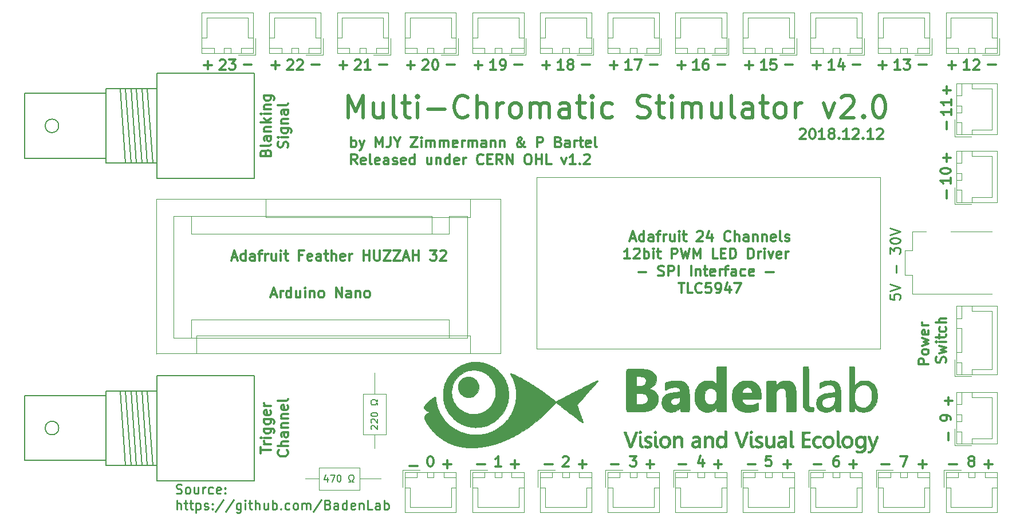
<source format=gbr>
G04 #@! TF.GenerationSoftware,KiCad,Pcbnew,(5.0.0)*
G04 #@! TF.CreationDate,2018-12-21T15:41:38+00:00*
G04 #@! TF.ProjectId,Multi Chromatic Stimulator,4D756C7469204368726F6D6174696320,rev?*
G04 #@! TF.SameCoordinates,Original*
G04 #@! TF.FileFunction,Legend,Top*
G04 #@! TF.FilePolarity,Positive*
%FSLAX46Y46*%
G04 Gerber Fmt 4.6, Leading zero omitted, Abs format (unit mm)*
G04 Created by KiCad (PCBNEW (5.0.0)) date 12/21/18 15:41:38*
%MOMM*%
%LPD*%
G01*
G04 APERTURE LIST*
%ADD10C,0.300000*%
%ADD11C,0.500000*%
%ADD12C,0.250000*%
%ADD13C,0.120000*%
%ADD14C,0.010000*%
%ADD15C,0.050000*%
%ADD16C,0.150000*%
G04 APERTURE END LIST*
D10*
X74321428Y-53142857D02*
X73178571Y-53142857D01*
X69607142Y-52571428D02*
X69678571Y-52500000D01*
X69821428Y-52428571D01*
X70178571Y-52428571D01*
X70321428Y-52500000D01*
X70392857Y-52571428D01*
X70464285Y-52714285D01*
X70464285Y-52857142D01*
X70392857Y-53071428D01*
X69535714Y-53928571D01*
X70464285Y-53928571D01*
X70964285Y-52428571D02*
X71892857Y-52428571D01*
X71392857Y-53000000D01*
X71607142Y-53000000D01*
X71750000Y-53071428D01*
X71821428Y-53142857D01*
X71892857Y-53285714D01*
X71892857Y-53642857D01*
X71821428Y-53785714D01*
X71750000Y-53857142D01*
X71607142Y-53928571D01*
X71178571Y-53928571D01*
X71035714Y-53857142D01*
X70964285Y-53785714D01*
X67857142Y-53821428D02*
X67857142Y-52678571D01*
X68428571Y-53250000D02*
X67285714Y-53250000D01*
X84321428Y-53142857D02*
X83178571Y-53142857D01*
X79607142Y-52571428D02*
X79678571Y-52500000D01*
X79821428Y-52428571D01*
X80178571Y-52428571D01*
X80321428Y-52500000D01*
X80392857Y-52571428D01*
X80464285Y-52714285D01*
X80464285Y-52857142D01*
X80392857Y-53071428D01*
X79535714Y-53928571D01*
X80464285Y-53928571D01*
X81035714Y-52571428D02*
X81107142Y-52500000D01*
X81250000Y-52428571D01*
X81607142Y-52428571D01*
X81750000Y-52500000D01*
X81821428Y-52571428D01*
X81892857Y-52714285D01*
X81892857Y-52857142D01*
X81821428Y-53071428D01*
X80964285Y-53928571D01*
X81892857Y-53928571D01*
X77857142Y-53821428D02*
X77857142Y-52678571D01*
X78428571Y-53250000D02*
X77285714Y-53250000D01*
X94321428Y-53142857D02*
X93178571Y-53142857D01*
X89607142Y-52571428D02*
X89678571Y-52500000D01*
X89821428Y-52428571D01*
X90178571Y-52428571D01*
X90321428Y-52500000D01*
X90392857Y-52571428D01*
X90464285Y-52714285D01*
X90464285Y-52857142D01*
X90392857Y-53071428D01*
X89535714Y-53928571D01*
X90464285Y-53928571D01*
X91892857Y-53928571D02*
X91035714Y-53928571D01*
X91464285Y-53928571D02*
X91464285Y-52428571D01*
X91321428Y-52642857D01*
X91178571Y-52785714D01*
X91035714Y-52857142D01*
X87857142Y-53821428D02*
X87857142Y-52678571D01*
X88428571Y-53250000D02*
X87285714Y-53250000D01*
X104321428Y-53142857D02*
X103178571Y-53142857D01*
X99607142Y-52571428D02*
X99678571Y-52500000D01*
X99821428Y-52428571D01*
X100178571Y-52428571D01*
X100321428Y-52500000D01*
X100392857Y-52571428D01*
X100464285Y-52714285D01*
X100464285Y-52857142D01*
X100392857Y-53071428D01*
X99535714Y-53928571D01*
X100464285Y-53928571D01*
X101392857Y-52428571D02*
X101535714Y-52428571D01*
X101678571Y-52500000D01*
X101750000Y-52571428D01*
X101821428Y-52714285D01*
X101892857Y-53000000D01*
X101892857Y-53357142D01*
X101821428Y-53642857D01*
X101750000Y-53785714D01*
X101678571Y-53857142D01*
X101535714Y-53928571D01*
X101392857Y-53928571D01*
X101250000Y-53857142D01*
X101178571Y-53785714D01*
X101107142Y-53642857D01*
X101035714Y-53357142D01*
X101035714Y-53000000D01*
X101107142Y-52714285D01*
X101178571Y-52571428D01*
X101250000Y-52500000D01*
X101392857Y-52428571D01*
X97857142Y-53821428D02*
X97857142Y-52678571D01*
X98428571Y-53250000D02*
X97285714Y-53250000D01*
X114321428Y-53142857D02*
X113178571Y-53142857D01*
X110464285Y-53928571D02*
X109607142Y-53928571D01*
X110035714Y-53928571D02*
X110035714Y-52428571D01*
X109892857Y-52642857D01*
X109750000Y-52785714D01*
X109607142Y-52857142D01*
X111178571Y-53928571D02*
X111464285Y-53928571D01*
X111607142Y-53857142D01*
X111678571Y-53785714D01*
X111821428Y-53571428D01*
X111892857Y-53285714D01*
X111892857Y-52714285D01*
X111821428Y-52571428D01*
X111750000Y-52500000D01*
X111607142Y-52428571D01*
X111321428Y-52428571D01*
X111178571Y-52500000D01*
X111107142Y-52571428D01*
X111035714Y-52714285D01*
X111035714Y-53071428D01*
X111107142Y-53214285D01*
X111178571Y-53285714D01*
X111321428Y-53357142D01*
X111607142Y-53357142D01*
X111750000Y-53285714D01*
X111821428Y-53214285D01*
X111892857Y-53071428D01*
X107857142Y-53821428D02*
X107857142Y-52678571D01*
X108428571Y-53250000D02*
X107285714Y-53250000D01*
X124321428Y-53142857D02*
X123178571Y-53142857D01*
X120464285Y-53928571D02*
X119607142Y-53928571D01*
X120035714Y-53928571D02*
X120035714Y-52428571D01*
X119892857Y-52642857D01*
X119750000Y-52785714D01*
X119607142Y-52857142D01*
X121321428Y-53071428D02*
X121178571Y-53000000D01*
X121107142Y-52928571D01*
X121035714Y-52785714D01*
X121035714Y-52714285D01*
X121107142Y-52571428D01*
X121178571Y-52500000D01*
X121321428Y-52428571D01*
X121607142Y-52428571D01*
X121750000Y-52500000D01*
X121821428Y-52571428D01*
X121892857Y-52714285D01*
X121892857Y-52785714D01*
X121821428Y-52928571D01*
X121750000Y-53000000D01*
X121607142Y-53071428D01*
X121321428Y-53071428D01*
X121178571Y-53142857D01*
X121107142Y-53214285D01*
X121035714Y-53357142D01*
X121035714Y-53642857D01*
X121107142Y-53785714D01*
X121178571Y-53857142D01*
X121321428Y-53928571D01*
X121607142Y-53928571D01*
X121750000Y-53857142D01*
X121821428Y-53785714D01*
X121892857Y-53642857D01*
X121892857Y-53357142D01*
X121821428Y-53214285D01*
X121750000Y-53142857D01*
X121607142Y-53071428D01*
X117857142Y-53821428D02*
X117857142Y-52678571D01*
X118428571Y-53250000D02*
X117285714Y-53250000D01*
X134321428Y-53142857D02*
X133178571Y-53142857D01*
X130464285Y-53928571D02*
X129607142Y-53928571D01*
X130035714Y-53928571D02*
X130035714Y-52428571D01*
X129892857Y-52642857D01*
X129750000Y-52785714D01*
X129607142Y-52857142D01*
X130964285Y-52428571D02*
X131964285Y-52428571D01*
X131321428Y-53928571D01*
X127857142Y-53821428D02*
X127857142Y-52678571D01*
X128428571Y-53250000D02*
X127285714Y-53250000D01*
X144321428Y-53142857D02*
X143178571Y-53142857D01*
X140464285Y-53928571D02*
X139607142Y-53928571D01*
X140035714Y-53928571D02*
X140035714Y-52428571D01*
X139892857Y-52642857D01*
X139750000Y-52785714D01*
X139607142Y-52857142D01*
X141750000Y-52428571D02*
X141464285Y-52428571D01*
X141321428Y-52500000D01*
X141250000Y-52571428D01*
X141107142Y-52785714D01*
X141035714Y-53071428D01*
X141035714Y-53642857D01*
X141107142Y-53785714D01*
X141178571Y-53857142D01*
X141321428Y-53928571D01*
X141607142Y-53928571D01*
X141750000Y-53857142D01*
X141821428Y-53785714D01*
X141892857Y-53642857D01*
X141892857Y-53285714D01*
X141821428Y-53142857D01*
X141750000Y-53071428D01*
X141607142Y-53000000D01*
X141321428Y-53000000D01*
X141178571Y-53071428D01*
X141107142Y-53142857D01*
X141035714Y-53285714D01*
X137857142Y-53821428D02*
X137857142Y-52678571D01*
X138428571Y-53250000D02*
X137285714Y-53250000D01*
X154321428Y-53142857D02*
X153178571Y-53142857D01*
X150464285Y-53928571D02*
X149607142Y-53928571D01*
X150035714Y-53928571D02*
X150035714Y-52428571D01*
X149892857Y-52642857D01*
X149750000Y-52785714D01*
X149607142Y-52857142D01*
X151821428Y-52428571D02*
X151107142Y-52428571D01*
X151035714Y-53142857D01*
X151107142Y-53071428D01*
X151250000Y-53000000D01*
X151607142Y-53000000D01*
X151750000Y-53071428D01*
X151821428Y-53142857D01*
X151892857Y-53285714D01*
X151892857Y-53642857D01*
X151821428Y-53785714D01*
X151750000Y-53857142D01*
X151607142Y-53928571D01*
X151250000Y-53928571D01*
X151107142Y-53857142D01*
X151035714Y-53785714D01*
X147857142Y-53821428D02*
X147857142Y-52678571D01*
X148428571Y-53250000D02*
X147285714Y-53250000D01*
X164321428Y-53142857D02*
X163178571Y-53142857D01*
X160464285Y-53928571D02*
X159607142Y-53928571D01*
X160035714Y-53928571D02*
X160035714Y-52428571D01*
X159892857Y-52642857D01*
X159750000Y-52785714D01*
X159607142Y-52857142D01*
X161750000Y-52928571D02*
X161750000Y-53928571D01*
X161392857Y-52357142D02*
X161035714Y-53428571D01*
X161964285Y-53428571D01*
X157857142Y-53821428D02*
X157857142Y-52678571D01*
X158428571Y-53250000D02*
X157285714Y-53250000D01*
X174071428Y-53142857D02*
X172928571Y-53142857D01*
X170214285Y-53928571D02*
X169357142Y-53928571D01*
X169785714Y-53928571D02*
X169785714Y-52428571D01*
X169642857Y-52642857D01*
X169500000Y-52785714D01*
X169357142Y-52857142D01*
X170714285Y-52428571D02*
X171642857Y-52428571D01*
X171142857Y-53000000D01*
X171357142Y-53000000D01*
X171500000Y-53071428D01*
X171571428Y-53142857D01*
X171642857Y-53285714D01*
X171642857Y-53642857D01*
X171571428Y-53785714D01*
X171500000Y-53857142D01*
X171357142Y-53928571D01*
X170928571Y-53928571D01*
X170785714Y-53857142D01*
X170714285Y-53785714D01*
X167607142Y-53821428D02*
X167607142Y-52678571D01*
X168178571Y-53250000D02*
X167035714Y-53250000D01*
X184321428Y-53142857D02*
X183178571Y-53142857D01*
X180464285Y-53928571D02*
X179607142Y-53928571D01*
X180035714Y-53928571D02*
X180035714Y-52428571D01*
X179892857Y-52642857D01*
X179750000Y-52785714D01*
X179607142Y-52857142D01*
X181035714Y-52571428D02*
X181107142Y-52500000D01*
X181250000Y-52428571D01*
X181607142Y-52428571D01*
X181750000Y-52500000D01*
X181821428Y-52571428D01*
X181892857Y-52714285D01*
X181892857Y-52857142D01*
X181821428Y-53071428D01*
X180964285Y-53928571D01*
X181892857Y-53928571D01*
X177857142Y-53821428D02*
X177857142Y-52678571D01*
X178428571Y-53250000D02*
X177285714Y-53250000D01*
X177728627Y-59745811D02*
X177728627Y-60602954D01*
X177728627Y-60174382D02*
X176228627Y-60174382D01*
X176442913Y-60317239D01*
X176585770Y-60460097D01*
X176657198Y-60602954D01*
X177728627Y-58317239D02*
X177728627Y-59174382D01*
X177728627Y-58745811D02*
X176228627Y-58745811D01*
X176442913Y-58888668D01*
X176585770Y-59031525D01*
X176657198Y-59174382D01*
X177107142Y-62781525D02*
X177107142Y-61638668D01*
X177107142Y-57531525D02*
X177107142Y-56388668D01*
X177678571Y-56960097D02*
X176535714Y-56960097D01*
X177107142Y-67571428D02*
X177107142Y-66428571D01*
X177678571Y-67000000D02*
X176535714Y-67000000D01*
X177638669Y-69923116D02*
X177638669Y-70780259D01*
X177638669Y-70351687D02*
X176138669Y-70351687D01*
X176352955Y-70494544D01*
X176495812Y-70637402D01*
X176567240Y-70780259D01*
X176138669Y-68994544D02*
X176138669Y-68851687D01*
X176210098Y-68708830D01*
X176281526Y-68637402D01*
X176424383Y-68565973D01*
X176710098Y-68494544D01*
X177067240Y-68494544D01*
X177352955Y-68565973D01*
X177495812Y-68637402D01*
X177567240Y-68708830D01*
X177638669Y-68851687D01*
X177638669Y-68994544D01*
X177567240Y-69137402D01*
X177495812Y-69208830D01*
X177352955Y-69280259D01*
X177067240Y-69351687D01*
X176710098Y-69351687D01*
X176424383Y-69280259D01*
X176281526Y-69208830D01*
X176210098Y-69137402D01*
X176138669Y-68994544D01*
X177107142Y-72958830D02*
X177107142Y-71815973D01*
X177678571Y-105785714D02*
X177678571Y-105500000D01*
X177607142Y-105357142D01*
X177535714Y-105285714D01*
X177321428Y-105142857D01*
X177035714Y-105071428D01*
X176464285Y-105071428D01*
X176321428Y-105142857D01*
X176250000Y-105214285D01*
X176178571Y-105357142D01*
X176178571Y-105642857D01*
X176250000Y-105785714D01*
X176321428Y-105857142D01*
X176464285Y-105928571D01*
X176821428Y-105928571D01*
X176964285Y-105857142D01*
X177035714Y-105785714D01*
X177107142Y-105642857D01*
X177107142Y-105357142D01*
X177035714Y-105214285D01*
X176964285Y-105142857D01*
X176821428Y-105071428D01*
X177357142Y-108821428D02*
X177357142Y-107678571D01*
X177357142Y-103571428D02*
X177357142Y-102428571D01*
X177928571Y-103000000D02*
X176785714Y-103000000D01*
D11*
X88630952Y-61032738D02*
X88630952Y-57782738D01*
X89714285Y-60104166D01*
X90797619Y-57782738D01*
X90797619Y-61032738D01*
X93738095Y-58866071D02*
X93738095Y-61032738D01*
X92345238Y-58866071D02*
X92345238Y-60568452D01*
X92500000Y-60877976D01*
X92809523Y-61032738D01*
X93273809Y-61032738D01*
X93583333Y-60877976D01*
X93738095Y-60723214D01*
X95750000Y-61032738D02*
X95440476Y-60877976D01*
X95285714Y-60568452D01*
X95285714Y-57782738D01*
X96523809Y-58866071D02*
X97761904Y-58866071D01*
X96988095Y-57782738D02*
X96988095Y-60568452D01*
X97142857Y-60877976D01*
X97452380Y-61032738D01*
X97761904Y-61032738D01*
X98845238Y-61032738D02*
X98845238Y-58866071D01*
X98845238Y-57782738D02*
X98690476Y-57937500D01*
X98845238Y-58092261D01*
X99000000Y-57937500D01*
X98845238Y-57782738D01*
X98845238Y-58092261D01*
X100392857Y-59794642D02*
X102869047Y-59794642D01*
X106273809Y-60723214D02*
X106119047Y-60877976D01*
X105654761Y-61032738D01*
X105345238Y-61032738D01*
X104880952Y-60877976D01*
X104571428Y-60568452D01*
X104416666Y-60258928D01*
X104261904Y-59639880D01*
X104261904Y-59175595D01*
X104416666Y-58556547D01*
X104571428Y-58247023D01*
X104880952Y-57937500D01*
X105345238Y-57782738D01*
X105654761Y-57782738D01*
X106119047Y-57937500D01*
X106273809Y-58092261D01*
X107666666Y-61032738D02*
X107666666Y-57782738D01*
X109059523Y-61032738D02*
X109059523Y-59330357D01*
X108904761Y-59020833D01*
X108595238Y-58866071D01*
X108130952Y-58866071D01*
X107821428Y-59020833D01*
X107666666Y-59175595D01*
X110607142Y-61032738D02*
X110607142Y-58866071D01*
X110607142Y-59485119D02*
X110761904Y-59175595D01*
X110916666Y-59020833D01*
X111226190Y-58866071D01*
X111535714Y-58866071D01*
X113083333Y-61032738D02*
X112773809Y-60877976D01*
X112619047Y-60723214D01*
X112464285Y-60413690D01*
X112464285Y-59485119D01*
X112619047Y-59175595D01*
X112773809Y-59020833D01*
X113083333Y-58866071D01*
X113547619Y-58866071D01*
X113857142Y-59020833D01*
X114011904Y-59175595D01*
X114166666Y-59485119D01*
X114166666Y-60413690D01*
X114011904Y-60723214D01*
X113857142Y-60877976D01*
X113547619Y-61032738D01*
X113083333Y-61032738D01*
X115559523Y-61032738D02*
X115559523Y-58866071D01*
X115559523Y-59175595D02*
X115714285Y-59020833D01*
X116023809Y-58866071D01*
X116488095Y-58866071D01*
X116797619Y-59020833D01*
X116952380Y-59330357D01*
X116952380Y-61032738D01*
X116952380Y-59330357D02*
X117107142Y-59020833D01*
X117416666Y-58866071D01*
X117880952Y-58866071D01*
X118190476Y-59020833D01*
X118345238Y-59330357D01*
X118345238Y-61032738D01*
X121285714Y-61032738D02*
X121285714Y-59330357D01*
X121130952Y-59020833D01*
X120821428Y-58866071D01*
X120202380Y-58866071D01*
X119892857Y-59020833D01*
X121285714Y-60877976D02*
X120976190Y-61032738D01*
X120202380Y-61032738D01*
X119892857Y-60877976D01*
X119738095Y-60568452D01*
X119738095Y-60258928D01*
X119892857Y-59949404D01*
X120202380Y-59794642D01*
X120976190Y-59794642D01*
X121285714Y-59639880D01*
X122369047Y-58866071D02*
X123607142Y-58866071D01*
X122833333Y-57782738D02*
X122833333Y-60568452D01*
X122988095Y-60877976D01*
X123297619Y-61032738D01*
X123607142Y-61032738D01*
X124690476Y-61032738D02*
X124690476Y-58866071D01*
X124690476Y-57782738D02*
X124535714Y-57937500D01*
X124690476Y-58092261D01*
X124845238Y-57937500D01*
X124690476Y-57782738D01*
X124690476Y-58092261D01*
X127630952Y-60877976D02*
X127321428Y-61032738D01*
X126702380Y-61032738D01*
X126392857Y-60877976D01*
X126238095Y-60723214D01*
X126083333Y-60413690D01*
X126083333Y-59485119D01*
X126238095Y-59175595D01*
X126392857Y-59020833D01*
X126702380Y-58866071D01*
X127321428Y-58866071D01*
X127630952Y-59020833D01*
X131345238Y-60877976D02*
X131809523Y-61032738D01*
X132583333Y-61032738D01*
X132892857Y-60877976D01*
X133047619Y-60723214D01*
X133202380Y-60413690D01*
X133202380Y-60104166D01*
X133047619Y-59794642D01*
X132892857Y-59639880D01*
X132583333Y-59485119D01*
X131964285Y-59330357D01*
X131654761Y-59175595D01*
X131500000Y-59020833D01*
X131345238Y-58711309D01*
X131345238Y-58401785D01*
X131500000Y-58092261D01*
X131654761Y-57937500D01*
X131964285Y-57782738D01*
X132738095Y-57782738D01*
X133202380Y-57937500D01*
X134130952Y-58866071D02*
X135369047Y-58866071D01*
X134595238Y-57782738D02*
X134595238Y-60568452D01*
X134750000Y-60877976D01*
X135059523Y-61032738D01*
X135369047Y-61032738D01*
X136452380Y-61032738D02*
X136452380Y-58866071D01*
X136452380Y-57782738D02*
X136297619Y-57937500D01*
X136452380Y-58092261D01*
X136607142Y-57937500D01*
X136452380Y-57782738D01*
X136452380Y-58092261D01*
X138000000Y-61032738D02*
X138000000Y-58866071D01*
X138000000Y-59175595D02*
X138154761Y-59020833D01*
X138464285Y-58866071D01*
X138928571Y-58866071D01*
X139238095Y-59020833D01*
X139392857Y-59330357D01*
X139392857Y-61032738D01*
X139392857Y-59330357D02*
X139547619Y-59020833D01*
X139857142Y-58866071D01*
X140321428Y-58866071D01*
X140630952Y-59020833D01*
X140785714Y-59330357D01*
X140785714Y-61032738D01*
X143726190Y-58866071D02*
X143726190Y-61032738D01*
X142333333Y-58866071D02*
X142333333Y-60568452D01*
X142488095Y-60877976D01*
X142797619Y-61032738D01*
X143261904Y-61032738D01*
X143571428Y-60877976D01*
X143726190Y-60723214D01*
X145738095Y-61032738D02*
X145428571Y-60877976D01*
X145273809Y-60568452D01*
X145273809Y-57782738D01*
X148369047Y-61032738D02*
X148369047Y-59330357D01*
X148214285Y-59020833D01*
X147904761Y-58866071D01*
X147285714Y-58866071D01*
X146976190Y-59020833D01*
X148369047Y-60877976D02*
X148059523Y-61032738D01*
X147285714Y-61032738D01*
X146976190Y-60877976D01*
X146821428Y-60568452D01*
X146821428Y-60258928D01*
X146976190Y-59949404D01*
X147285714Y-59794642D01*
X148059523Y-59794642D01*
X148369047Y-59639880D01*
X149452380Y-58866071D02*
X150690476Y-58866071D01*
X149916666Y-57782738D02*
X149916666Y-60568452D01*
X150071428Y-60877976D01*
X150380952Y-61032738D01*
X150690476Y-61032738D01*
X152238095Y-61032738D02*
X151928571Y-60877976D01*
X151773809Y-60723214D01*
X151619047Y-60413690D01*
X151619047Y-59485119D01*
X151773809Y-59175595D01*
X151928571Y-59020833D01*
X152238095Y-58866071D01*
X152702380Y-58866071D01*
X153011904Y-59020833D01*
X153166666Y-59175595D01*
X153321428Y-59485119D01*
X153321428Y-60413690D01*
X153166666Y-60723214D01*
X153011904Y-60877976D01*
X152702380Y-61032738D01*
X152238095Y-61032738D01*
X154714285Y-61032738D02*
X154714285Y-58866071D01*
X154714285Y-59485119D02*
X154869047Y-59175595D01*
X155023809Y-59020833D01*
X155333333Y-58866071D01*
X155642857Y-58866071D01*
X158892857Y-58866071D02*
X159666666Y-61032738D01*
X160440476Y-58866071D01*
X161523809Y-58092261D02*
X161678571Y-57937500D01*
X161988095Y-57782738D01*
X162761904Y-57782738D01*
X163071428Y-57937500D01*
X163226190Y-58092261D01*
X163380952Y-58401785D01*
X163380952Y-58711309D01*
X163226190Y-59175595D01*
X161369047Y-61032738D01*
X163380952Y-61032738D01*
X164773809Y-60723214D02*
X164928571Y-60877976D01*
X164773809Y-61032738D01*
X164619047Y-60877976D01*
X164773809Y-60723214D01*
X164773809Y-61032738D01*
X166940476Y-57782738D02*
X167250000Y-57782738D01*
X167559523Y-57937500D01*
X167714285Y-58092261D01*
X167869047Y-58401785D01*
X168023809Y-59020833D01*
X168023809Y-59794642D01*
X167869047Y-60413690D01*
X167714285Y-60723214D01*
X167559523Y-60877976D01*
X167250000Y-61032738D01*
X166940476Y-61032738D01*
X166630952Y-60877976D01*
X166476190Y-60723214D01*
X166321428Y-60413690D01*
X166166666Y-59794642D01*
X166166666Y-59020833D01*
X166321428Y-58401785D01*
X166476190Y-58092261D01*
X166630952Y-57937500D01*
X166940476Y-57782738D01*
D10*
X174403571Y-97535714D02*
X172903571Y-97535714D01*
X172903571Y-96964285D01*
X172975000Y-96821428D01*
X173046428Y-96750000D01*
X173189285Y-96678571D01*
X173403571Y-96678571D01*
X173546428Y-96750000D01*
X173617857Y-96821428D01*
X173689285Y-96964285D01*
X173689285Y-97535714D01*
X174403571Y-95821428D02*
X174332142Y-95964285D01*
X174260714Y-96035714D01*
X174117857Y-96107142D01*
X173689285Y-96107142D01*
X173546428Y-96035714D01*
X173475000Y-95964285D01*
X173403571Y-95821428D01*
X173403571Y-95607142D01*
X173475000Y-95464285D01*
X173546428Y-95392857D01*
X173689285Y-95321428D01*
X174117857Y-95321428D01*
X174260714Y-95392857D01*
X174332142Y-95464285D01*
X174403571Y-95607142D01*
X174403571Y-95821428D01*
X173403571Y-94821428D02*
X174403571Y-94535714D01*
X173689285Y-94250000D01*
X174403571Y-93964285D01*
X173403571Y-93678571D01*
X174332142Y-92535714D02*
X174403571Y-92678571D01*
X174403571Y-92964285D01*
X174332142Y-93107142D01*
X174189285Y-93178571D01*
X173617857Y-93178571D01*
X173475000Y-93107142D01*
X173403571Y-92964285D01*
X173403571Y-92678571D01*
X173475000Y-92535714D01*
X173617857Y-92464285D01*
X173760714Y-92464285D01*
X173903571Y-93178571D01*
X174403571Y-91821428D02*
X173403571Y-91821428D01*
X173689285Y-91821428D02*
X173546428Y-91750000D01*
X173475000Y-91678571D01*
X173403571Y-91535714D01*
X173403571Y-91392857D01*
X176882142Y-97321428D02*
X176953571Y-97107142D01*
X176953571Y-96750000D01*
X176882142Y-96607142D01*
X176810714Y-96535714D01*
X176667857Y-96464285D01*
X176525000Y-96464285D01*
X176382142Y-96535714D01*
X176310714Y-96607142D01*
X176239285Y-96750000D01*
X176167857Y-97035714D01*
X176096428Y-97178571D01*
X176025000Y-97250000D01*
X175882142Y-97321428D01*
X175739285Y-97321428D01*
X175596428Y-97250000D01*
X175525000Y-97178571D01*
X175453571Y-97035714D01*
X175453571Y-96678571D01*
X175525000Y-96464285D01*
X175953571Y-95964285D02*
X176953571Y-95678571D01*
X176239285Y-95392857D01*
X176953571Y-95107142D01*
X175953571Y-94821428D01*
X176953571Y-94250000D02*
X175953571Y-94250000D01*
X175453571Y-94250000D02*
X175525000Y-94321428D01*
X175596428Y-94250000D01*
X175525000Y-94178571D01*
X175453571Y-94250000D01*
X175596428Y-94250000D01*
X175953571Y-93750000D02*
X175953571Y-93178571D01*
X175453571Y-93535714D02*
X176739285Y-93535714D01*
X176882142Y-93464285D01*
X176953571Y-93321428D01*
X176953571Y-93178571D01*
X176882142Y-92035714D02*
X176953571Y-92178571D01*
X176953571Y-92464285D01*
X176882142Y-92607142D01*
X176810714Y-92678571D01*
X176667857Y-92750000D01*
X176239285Y-92750000D01*
X176096428Y-92678571D01*
X176025000Y-92607142D01*
X175953571Y-92464285D01*
X175953571Y-92178571D01*
X176025000Y-92035714D01*
X176953571Y-91392857D02*
X175453571Y-91392857D01*
X176953571Y-90750000D02*
X176167857Y-90750000D01*
X176025000Y-90821428D01*
X175953571Y-90964285D01*
X175953571Y-91178571D01*
X176025000Y-91321428D01*
X176096428Y-91392857D01*
X76367857Y-66214285D02*
X76439285Y-66000000D01*
X76510714Y-65928571D01*
X76653571Y-65857142D01*
X76867857Y-65857142D01*
X77010714Y-65928571D01*
X77082142Y-66000000D01*
X77153571Y-66142857D01*
X77153571Y-66714285D01*
X75653571Y-66714285D01*
X75653571Y-66214285D01*
X75725000Y-66071428D01*
X75796428Y-66000000D01*
X75939285Y-65928571D01*
X76082142Y-65928571D01*
X76225000Y-66000000D01*
X76296428Y-66071428D01*
X76367857Y-66214285D01*
X76367857Y-66714285D01*
X77153571Y-65000000D02*
X77082142Y-65142857D01*
X76939285Y-65214285D01*
X75653571Y-65214285D01*
X77153571Y-63785714D02*
X76367857Y-63785714D01*
X76225000Y-63857142D01*
X76153571Y-64000000D01*
X76153571Y-64285714D01*
X76225000Y-64428571D01*
X77082142Y-63785714D02*
X77153571Y-63928571D01*
X77153571Y-64285714D01*
X77082142Y-64428571D01*
X76939285Y-64500000D01*
X76796428Y-64500000D01*
X76653571Y-64428571D01*
X76582142Y-64285714D01*
X76582142Y-63928571D01*
X76510714Y-63785714D01*
X76153571Y-63071428D02*
X77153571Y-63071428D01*
X76296428Y-63071428D02*
X76225000Y-63000000D01*
X76153571Y-62857142D01*
X76153571Y-62642857D01*
X76225000Y-62500000D01*
X76367857Y-62428571D01*
X77153571Y-62428571D01*
X77153571Y-61714285D02*
X75653571Y-61714285D01*
X76582142Y-61571428D02*
X77153571Y-61142857D01*
X76153571Y-61142857D02*
X76725000Y-61714285D01*
X77153571Y-60500000D02*
X76153571Y-60500000D01*
X75653571Y-60500000D02*
X75725000Y-60571428D01*
X75796428Y-60500000D01*
X75725000Y-60428571D01*
X75653571Y-60500000D01*
X75796428Y-60500000D01*
X76153571Y-59785714D02*
X77153571Y-59785714D01*
X76296428Y-59785714D02*
X76225000Y-59714285D01*
X76153571Y-59571428D01*
X76153571Y-59357142D01*
X76225000Y-59214285D01*
X76367857Y-59142857D01*
X77153571Y-59142857D01*
X76153571Y-57785714D02*
X77367857Y-57785714D01*
X77510714Y-57857142D01*
X77582142Y-57928571D01*
X77653571Y-58071428D01*
X77653571Y-58285714D01*
X77582142Y-58428571D01*
X77082142Y-57785714D02*
X77153571Y-57928571D01*
X77153571Y-58214285D01*
X77082142Y-58357142D01*
X77010714Y-58428571D01*
X76867857Y-58500000D01*
X76439285Y-58500000D01*
X76296428Y-58428571D01*
X76225000Y-58357142D01*
X76153571Y-58214285D01*
X76153571Y-57928571D01*
X76225000Y-57785714D01*
X79632142Y-65464285D02*
X79703571Y-65250000D01*
X79703571Y-64892857D01*
X79632142Y-64750000D01*
X79560714Y-64678571D01*
X79417857Y-64607142D01*
X79275000Y-64607142D01*
X79132142Y-64678571D01*
X79060714Y-64750000D01*
X78989285Y-64892857D01*
X78917857Y-65178571D01*
X78846428Y-65321428D01*
X78775000Y-65392857D01*
X78632142Y-65464285D01*
X78489285Y-65464285D01*
X78346428Y-65392857D01*
X78275000Y-65321428D01*
X78203571Y-65178571D01*
X78203571Y-64821428D01*
X78275000Y-64607142D01*
X79703571Y-63964285D02*
X78703571Y-63964285D01*
X78203571Y-63964285D02*
X78275000Y-64035714D01*
X78346428Y-63964285D01*
X78275000Y-63892857D01*
X78203571Y-63964285D01*
X78346428Y-63964285D01*
X78703571Y-62607142D02*
X79917857Y-62607142D01*
X80060714Y-62678571D01*
X80132142Y-62750000D01*
X80203571Y-62892857D01*
X80203571Y-63107142D01*
X80132142Y-63250000D01*
X79632142Y-62607142D02*
X79703571Y-62750000D01*
X79703571Y-63035714D01*
X79632142Y-63178571D01*
X79560714Y-63250000D01*
X79417857Y-63321428D01*
X78989285Y-63321428D01*
X78846428Y-63250000D01*
X78775000Y-63178571D01*
X78703571Y-63035714D01*
X78703571Y-62750000D01*
X78775000Y-62607142D01*
X78703571Y-61892857D02*
X79703571Y-61892857D01*
X78846428Y-61892857D02*
X78775000Y-61821428D01*
X78703571Y-61678571D01*
X78703571Y-61464285D01*
X78775000Y-61321428D01*
X78917857Y-61250000D01*
X79703571Y-61250000D01*
X79703571Y-59892857D02*
X78917857Y-59892857D01*
X78775000Y-59964285D01*
X78703571Y-60107142D01*
X78703571Y-60392857D01*
X78775000Y-60535714D01*
X79632142Y-59892857D02*
X79703571Y-60035714D01*
X79703571Y-60392857D01*
X79632142Y-60535714D01*
X79489285Y-60607142D01*
X79346428Y-60607142D01*
X79203571Y-60535714D01*
X79132142Y-60392857D01*
X79132142Y-60035714D01*
X79060714Y-59892857D01*
X79703571Y-58964285D02*
X79632142Y-59107142D01*
X79489285Y-59178571D01*
X78203571Y-59178571D01*
X75653571Y-110714285D02*
X75653571Y-109857142D01*
X77153571Y-110285714D02*
X75653571Y-110285714D01*
X77153571Y-109357142D02*
X76153571Y-109357142D01*
X76439285Y-109357142D02*
X76296428Y-109285714D01*
X76225000Y-109214285D01*
X76153571Y-109071428D01*
X76153571Y-108928571D01*
X77153571Y-108428571D02*
X76153571Y-108428571D01*
X75653571Y-108428571D02*
X75725000Y-108500000D01*
X75796428Y-108428571D01*
X75725000Y-108357142D01*
X75653571Y-108428571D01*
X75796428Y-108428571D01*
X76153571Y-107071428D02*
X77367857Y-107071428D01*
X77510714Y-107142857D01*
X77582142Y-107214285D01*
X77653571Y-107357142D01*
X77653571Y-107571428D01*
X77582142Y-107714285D01*
X77082142Y-107071428D02*
X77153571Y-107214285D01*
X77153571Y-107500000D01*
X77082142Y-107642857D01*
X77010714Y-107714285D01*
X76867857Y-107785714D01*
X76439285Y-107785714D01*
X76296428Y-107714285D01*
X76225000Y-107642857D01*
X76153571Y-107500000D01*
X76153571Y-107214285D01*
X76225000Y-107071428D01*
X76153571Y-105714285D02*
X77367857Y-105714285D01*
X77510714Y-105785714D01*
X77582142Y-105857142D01*
X77653571Y-106000000D01*
X77653571Y-106214285D01*
X77582142Y-106357142D01*
X77082142Y-105714285D02*
X77153571Y-105857142D01*
X77153571Y-106142857D01*
X77082142Y-106285714D01*
X77010714Y-106357142D01*
X76867857Y-106428571D01*
X76439285Y-106428571D01*
X76296428Y-106357142D01*
X76225000Y-106285714D01*
X76153571Y-106142857D01*
X76153571Y-105857142D01*
X76225000Y-105714285D01*
X77082142Y-104428571D02*
X77153571Y-104571428D01*
X77153571Y-104857142D01*
X77082142Y-105000000D01*
X76939285Y-105071428D01*
X76367857Y-105071428D01*
X76225000Y-105000000D01*
X76153571Y-104857142D01*
X76153571Y-104571428D01*
X76225000Y-104428571D01*
X76367857Y-104357142D01*
X76510714Y-104357142D01*
X76653571Y-105071428D01*
X77153571Y-103714285D02*
X76153571Y-103714285D01*
X76439285Y-103714285D02*
X76296428Y-103642857D01*
X76225000Y-103571428D01*
X76153571Y-103428571D01*
X76153571Y-103285714D01*
X79560714Y-110285714D02*
X79632142Y-110357142D01*
X79703571Y-110571428D01*
X79703571Y-110714285D01*
X79632142Y-110928571D01*
X79489285Y-111071428D01*
X79346428Y-111142857D01*
X79060714Y-111214285D01*
X78846428Y-111214285D01*
X78560714Y-111142857D01*
X78417857Y-111071428D01*
X78275000Y-110928571D01*
X78203571Y-110714285D01*
X78203571Y-110571428D01*
X78275000Y-110357142D01*
X78346428Y-110285714D01*
X79703571Y-109642857D02*
X78203571Y-109642857D01*
X79703571Y-109000000D02*
X78917857Y-109000000D01*
X78775000Y-109071428D01*
X78703571Y-109214285D01*
X78703571Y-109428571D01*
X78775000Y-109571428D01*
X78846428Y-109642857D01*
X79703571Y-107642857D02*
X78917857Y-107642857D01*
X78775000Y-107714285D01*
X78703571Y-107857142D01*
X78703571Y-108142857D01*
X78775000Y-108285714D01*
X79632142Y-107642857D02*
X79703571Y-107785714D01*
X79703571Y-108142857D01*
X79632142Y-108285714D01*
X79489285Y-108357142D01*
X79346428Y-108357142D01*
X79203571Y-108285714D01*
X79132142Y-108142857D01*
X79132142Y-107785714D01*
X79060714Y-107642857D01*
X78703571Y-106928571D02*
X79703571Y-106928571D01*
X78846428Y-106928571D02*
X78775000Y-106857142D01*
X78703571Y-106714285D01*
X78703571Y-106500000D01*
X78775000Y-106357142D01*
X78917857Y-106285714D01*
X79703571Y-106285714D01*
X78703571Y-105571428D02*
X79703571Y-105571428D01*
X78846428Y-105571428D02*
X78775000Y-105500000D01*
X78703571Y-105357142D01*
X78703571Y-105142857D01*
X78775000Y-105000000D01*
X78917857Y-104928571D01*
X79703571Y-104928571D01*
X79632142Y-103642857D02*
X79703571Y-103785714D01*
X79703571Y-104071428D01*
X79632142Y-104214285D01*
X79489285Y-104285714D01*
X78917857Y-104285714D01*
X78775000Y-104214285D01*
X78703571Y-104071428D01*
X78703571Y-103785714D01*
X78775000Y-103642857D01*
X78917857Y-103571428D01*
X79060714Y-103571428D01*
X79203571Y-104285714D01*
X79703571Y-102714285D02*
X79632142Y-102857142D01*
X79489285Y-102928571D01*
X78203571Y-102928571D01*
X100678571Y-111178571D02*
X100821428Y-111178571D01*
X100964285Y-111250000D01*
X101035714Y-111321428D01*
X101107142Y-111464285D01*
X101178571Y-111750000D01*
X101178571Y-112107142D01*
X101107142Y-112392857D01*
X101035714Y-112535714D01*
X100964285Y-112607142D01*
X100821428Y-112678571D01*
X100678571Y-112678571D01*
X100535714Y-112607142D01*
X100464285Y-112535714D01*
X100392857Y-112392857D01*
X100321428Y-112107142D01*
X100321428Y-111750000D01*
X100392857Y-111464285D01*
X100464285Y-111321428D01*
X100535714Y-111250000D01*
X100678571Y-111178571D01*
X111178571Y-112678571D02*
X110321428Y-112678571D01*
X110750000Y-112678571D02*
X110750000Y-111178571D01*
X110607142Y-111392857D01*
X110464285Y-111535714D01*
X110321428Y-111607142D01*
X120321428Y-111321428D02*
X120392857Y-111250000D01*
X120535714Y-111178571D01*
X120892857Y-111178571D01*
X121035714Y-111250000D01*
X121107142Y-111321428D01*
X121178571Y-111464285D01*
X121178571Y-111607142D01*
X121107142Y-111821428D01*
X120250000Y-112678571D01*
X121178571Y-112678571D01*
X130250000Y-111178571D02*
X131178571Y-111178571D01*
X130678571Y-111750000D01*
X130892857Y-111750000D01*
X131035714Y-111821428D01*
X131107142Y-111892857D01*
X131178571Y-112035714D01*
X131178571Y-112392857D01*
X131107142Y-112535714D01*
X131035714Y-112607142D01*
X130892857Y-112678571D01*
X130464285Y-112678571D01*
X130321428Y-112607142D01*
X130250000Y-112535714D01*
X141035714Y-111678571D02*
X141035714Y-112678571D01*
X140678571Y-111107142D02*
X140321428Y-112178571D01*
X141250000Y-112178571D01*
X151107142Y-111153571D02*
X150392857Y-111153571D01*
X150321428Y-111867857D01*
X150392857Y-111796428D01*
X150535714Y-111725000D01*
X150892857Y-111725000D01*
X151035714Y-111796428D01*
X151107142Y-111867857D01*
X151178571Y-112010714D01*
X151178571Y-112367857D01*
X151107142Y-112510714D01*
X151035714Y-112582142D01*
X150892857Y-112653571D01*
X150535714Y-112653571D01*
X150392857Y-112582142D01*
X150321428Y-112510714D01*
X161035714Y-111178571D02*
X160750000Y-111178571D01*
X160607142Y-111250000D01*
X160535714Y-111321428D01*
X160392857Y-111535714D01*
X160321428Y-111821428D01*
X160321428Y-112392857D01*
X160392857Y-112535714D01*
X160464285Y-112607142D01*
X160607142Y-112678571D01*
X160892857Y-112678571D01*
X161035714Y-112607142D01*
X161107142Y-112535714D01*
X161178571Y-112392857D01*
X161178571Y-112035714D01*
X161107142Y-111892857D01*
X161035714Y-111821428D01*
X160892857Y-111750000D01*
X160607142Y-111750000D01*
X160464285Y-111821428D01*
X160392857Y-111892857D01*
X160321428Y-112035714D01*
X170250000Y-111178571D02*
X171250000Y-111178571D01*
X170607142Y-112678571D01*
X180607142Y-111821428D02*
X180464285Y-111750000D01*
X180392857Y-111678571D01*
X180321428Y-111535714D01*
X180321428Y-111464285D01*
X180392857Y-111321428D01*
X180464285Y-111250000D01*
X180607142Y-111178571D01*
X180892857Y-111178571D01*
X181035714Y-111250000D01*
X181107142Y-111321428D01*
X181178571Y-111464285D01*
X181178571Y-111535714D01*
X181107142Y-111678571D01*
X181035714Y-111750000D01*
X180892857Y-111821428D01*
X180607142Y-111821428D01*
X180464285Y-111892857D01*
X180392857Y-111964285D01*
X180321428Y-112107142D01*
X180321428Y-112392857D01*
X180392857Y-112535714D01*
X180464285Y-112607142D01*
X180607142Y-112678571D01*
X180892857Y-112678571D01*
X181035714Y-112607142D01*
X181107142Y-112535714D01*
X181178571Y-112392857D01*
X181178571Y-112107142D01*
X181107142Y-111964285D01*
X181035714Y-111892857D01*
X180892857Y-111821428D01*
D12*
X63179166Y-116641666D02*
X63379166Y-116708333D01*
X63712500Y-116708333D01*
X63845833Y-116641666D01*
X63912500Y-116575000D01*
X63979166Y-116441666D01*
X63979166Y-116308333D01*
X63912500Y-116175000D01*
X63845833Y-116108333D01*
X63712500Y-116041666D01*
X63445833Y-115975000D01*
X63312500Y-115908333D01*
X63245833Y-115841666D01*
X63179166Y-115708333D01*
X63179166Y-115575000D01*
X63245833Y-115441666D01*
X63312500Y-115375000D01*
X63445833Y-115308333D01*
X63779166Y-115308333D01*
X63979166Y-115375000D01*
X64779166Y-116708333D02*
X64645833Y-116641666D01*
X64579166Y-116575000D01*
X64512500Y-116441666D01*
X64512500Y-116041666D01*
X64579166Y-115908333D01*
X64645833Y-115841666D01*
X64779166Y-115775000D01*
X64979166Y-115775000D01*
X65112500Y-115841666D01*
X65179166Y-115908333D01*
X65245833Y-116041666D01*
X65245833Y-116441666D01*
X65179166Y-116575000D01*
X65112500Y-116641666D01*
X64979166Y-116708333D01*
X64779166Y-116708333D01*
X66445833Y-115775000D02*
X66445833Y-116708333D01*
X65845833Y-115775000D02*
X65845833Y-116508333D01*
X65912500Y-116641666D01*
X66045833Y-116708333D01*
X66245833Y-116708333D01*
X66379166Y-116641666D01*
X66445833Y-116575000D01*
X67112500Y-116708333D02*
X67112500Y-115775000D01*
X67112500Y-116041666D02*
X67179166Y-115908333D01*
X67245833Y-115841666D01*
X67379166Y-115775000D01*
X67512500Y-115775000D01*
X68579166Y-116641666D02*
X68445833Y-116708333D01*
X68179166Y-116708333D01*
X68045833Y-116641666D01*
X67979166Y-116575000D01*
X67912500Y-116441666D01*
X67912500Y-116041666D01*
X67979166Y-115908333D01*
X68045833Y-115841666D01*
X68179166Y-115775000D01*
X68445833Y-115775000D01*
X68579166Y-115841666D01*
X69712500Y-116641666D02*
X69579166Y-116708333D01*
X69312500Y-116708333D01*
X69179166Y-116641666D01*
X69112500Y-116508333D01*
X69112500Y-115975000D01*
X69179166Y-115841666D01*
X69312500Y-115775000D01*
X69579166Y-115775000D01*
X69712500Y-115841666D01*
X69779166Y-115975000D01*
X69779166Y-116108333D01*
X69112500Y-116241666D01*
X70379166Y-116575000D02*
X70445833Y-116641666D01*
X70379166Y-116708333D01*
X70312500Y-116641666D01*
X70379166Y-116575000D01*
X70379166Y-116708333D01*
X70379166Y-115841666D02*
X70445833Y-115908333D01*
X70379166Y-115975000D01*
X70312500Y-115908333D01*
X70379166Y-115841666D01*
X70379166Y-115975000D01*
X63245833Y-119058333D02*
X63245833Y-117658333D01*
X63845833Y-119058333D02*
X63845833Y-118325000D01*
X63779166Y-118191666D01*
X63645833Y-118125000D01*
X63445833Y-118125000D01*
X63312500Y-118191666D01*
X63245833Y-118258333D01*
X64312500Y-118125000D02*
X64845833Y-118125000D01*
X64512500Y-117658333D02*
X64512500Y-118858333D01*
X64579166Y-118991666D01*
X64712500Y-119058333D01*
X64845833Y-119058333D01*
X65112500Y-118125000D02*
X65645833Y-118125000D01*
X65312500Y-117658333D02*
X65312500Y-118858333D01*
X65379166Y-118991666D01*
X65512500Y-119058333D01*
X65645833Y-119058333D01*
X66112500Y-118125000D02*
X66112500Y-119525000D01*
X66112500Y-118191666D02*
X66245833Y-118125000D01*
X66512500Y-118125000D01*
X66645833Y-118191666D01*
X66712500Y-118258333D01*
X66779166Y-118391666D01*
X66779166Y-118791666D01*
X66712500Y-118925000D01*
X66645833Y-118991666D01*
X66512500Y-119058333D01*
X66245833Y-119058333D01*
X66112500Y-118991666D01*
X67312500Y-118991666D02*
X67445833Y-119058333D01*
X67712500Y-119058333D01*
X67845833Y-118991666D01*
X67912500Y-118858333D01*
X67912500Y-118791666D01*
X67845833Y-118658333D01*
X67712500Y-118591666D01*
X67512500Y-118591666D01*
X67379166Y-118525000D01*
X67312500Y-118391666D01*
X67312500Y-118325000D01*
X67379166Y-118191666D01*
X67512500Y-118125000D01*
X67712500Y-118125000D01*
X67845833Y-118191666D01*
X68512500Y-118925000D02*
X68579166Y-118991666D01*
X68512500Y-119058333D01*
X68445833Y-118991666D01*
X68512500Y-118925000D01*
X68512500Y-119058333D01*
X68512500Y-118191666D02*
X68579166Y-118258333D01*
X68512500Y-118325000D01*
X68445833Y-118258333D01*
X68512500Y-118191666D01*
X68512500Y-118325000D01*
X70179166Y-117591666D02*
X68979166Y-119391666D01*
X71645833Y-117591666D02*
X70445833Y-119391666D01*
X72712500Y-118125000D02*
X72712500Y-119258333D01*
X72645833Y-119391666D01*
X72579166Y-119458333D01*
X72445833Y-119525000D01*
X72245833Y-119525000D01*
X72112500Y-119458333D01*
X72712500Y-118991666D02*
X72579166Y-119058333D01*
X72312500Y-119058333D01*
X72179166Y-118991666D01*
X72112500Y-118925000D01*
X72045833Y-118791666D01*
X72045833Y-118391666D01*
X72112500Y-118258333D01*
X72179166Y-118191666D01*
X72312500Y-118125000D01*
X72579166Y-118125000D01*
X72712500Y-118191666D01*
X73379166Y-119058333D02*
X73379166Y-118125000D01*
X73379166Y-117658333D02*
X73312500Y-117725000D01*
X73379166Y-117791666D01*
X73445833Y-117725000D01*
X73379166Y-117658333D01*
X73379166Y-117791666D01*
X73845833Y-118125000D02*
X74379166Y-118125000D01*
X74045833Y-117658333D02*
X74045833Y-118858333D01*
X74112500Y-118991666D01*
X74245833Y-119058333D01*
X74379166Y-119058333D01*
X74845833Y-119058333D02*
X74845833Y-117658333D01*
X75445833Y-119058333D02*
X75445833Y-118325000D01*
X75379166Y-118191666D01*
X75245833Y-118125000D01*
X75045833Y-118125000D01*
X74912500Y-118191666D01*
X74845833Y-118258333D01*
X76712500Y-118125000D02*
X76712500Y-119058333D01*
X76112500Y-118125000D02*
X76112500Y-118858333D01*
X76179166Y-118991666D01*
X76312500Y-119058333D01*
X76512500Y-119058333D01*
X76645833Y-118991666D01*
X76712500Y-118925000D01*
X77379166Y-119058333D02*
X77379166Y-117658333D01*
X77379166Y-118191666D02*
X77512500Y-118125000D01*
X77779166Y-118125000D01*
X77912500Y-118191666D01*
X77979166Y-118258333D01*
X78045833Y-118391666D01*
X78045833Y-118791666D01*
X77979166Y-118925000D01*
X77912500Y-118991666D01*
X77779166Y-119058333D01*
X77512500Y-119058333D01*
X77379166Y-118991666D01*
X78645833Y-118925000D02*
X78712500Y-118991666D01*
X78645833Y-119058333D01*
X78579166Y-118991666D01*
X78645833Y-118925000D01*
X78645833Y-119058333D01*
X79912500Y-118991666D02*
X79779166Y-119058333D01*
X79512500Y-119058333D01*
X79379166Y-118991666D01*
X79312500Y-118925000D01*
X79245833Y-118791666D01*
X79245833Y-118391666D01*
X79312500Y-118258333D01*
X79379166Y-118191666D01*
X79512500Y-118125000D01*
X79779166Y-118125000D01*
X79912500Y-118191666D01*
X80712500Y-119058333D02*
X80579166Y-118991666D01*
X80512500Y-118925000D01*
X80445833Y-118791666D01*
X80445833Y-118391666D01*
X80512500Y-118258333D01*
X80579166Y-118191666D01*
X80712500Y-118125000D01*
X80912500Y-118125000D01*
X81045833Y-118191666D01*
X81112500Y-118258333D01*
X81179166Y-118391666D01*
X81179166Y-118791666D01*
X81112500Y-118925000D01*
X81045833Y-118991666D01*
X80912500Y-119058333D01*
X80712500Y-119058333D01*
X81779166Y-119058333D02*
X81779166Y-118125000D01*
X81779166Y-118258333D02*
X81845833Y-118191666D01*
X81979166Y-118125000D01*
X82179166Y-118125000D01*
X82312500Y-118191666D01*
X82379166Y-118325000D01*
X82379166Y-119058333D01*
X82379166Y-118325000D02*
X82445833Y-118191666D01*
X82579166Y-118125000D01*
X82779166Y-118125000D01*
X82912500Y-118191666D01*
X82979166Y-118325000D01*
X82979166Y-119058333D01*
X84645833Y-117591666D02*
X83445833Y-119391666D01*
X85579166Y-118325000D02*
X85779166Y-118391666D01*
X85845833Y-118458333D01*
X85912500Y-118591666D01*
X85912500Y-118791666D01*
X85845833Y-118925000D01*
X85779166Y-118991666D01*
X85645833Y-119058333D01*
X85112500Y-119058333D01*
X85112500Y-117658333D01*
X85579166Y-117658333D01*
X85712500Y-117725000D01*
X85779166Y-117791666D01*
X85845833Y-117925000D01*
X85845833Y-118058333D01*
X85779166Y-118191666D01*
X85712500Y-118258333D01*
X85579166Y-118325000D01*
X85112500Y-118325000D01*
X87112500Y-119058333D02*
X87112500Y-118325000D01*
X87045833Y-118191666D01*
X86912500Y-118125000D01*
X86645833Y-118125000D01*
X86512500Y-118191666D01*
X87112500Y-118991666D02*
X86979166Y-119058333D01*
X86645833Y-119058333D01*
X86512500Y-118991666D01*
X86445833Y-118858333D01*
X86445833Y-118725000D01*
X86512500Y-118591666D01*
X86645833Y-118525000D01*
X86979166Y-118525000D01*
X87112500Y-118458333D01*
X88379166Y-119058333D02*
X88379166Y-117658333D01*
X88379166Y-118991666D02*
X88245833Y-119058333D01*
X87979166Y-119058333D01*
X87845833Y-118991666D01*
X87779166Y-118925000D01*
X87712500Y-118791666D01*
X87712500Y-118391666D01*
X87779166Y-118258333D01*
X87845833Y-118191666D01*
X87979166Y-118125000D01*
X88245833Y-118125000D01*
X88379166Y-118191666D01*
X89579166Y-118991666D02*
X89445833Y-119058333D01*
X89179166Y-119058333D01*
X89045833Y-118991666D01*
X88979166Y-118858333D01*
X88979166Y-118325000D01*
X89045833Y-118191666D01*
X89179166Y-118125000D01*
X89445833Y-118125000D01*
X89579166Y-118191666D01*
X89645833Y-118325000D01*
X89645833Y-118458333D01*
X88979166Y-118591666D01*
X90245833Y-118125000D02*
X90245833Y-119058333D01*
X90245833Y-118258333D02*
X90312500Y-118191666D01*
X90445833Y-118125000D01*
X90645833Y-118125000D01*
X90779166Y-118191666D01*
X90845833Y-118325000D01*
X90845833Y-119058333D01*
X92179166Y-119058333D02*
X91512500Y-119058333D01*
X91512500Y-117658333D01*
X93245833Y-119058333D02*
X93245833Y-118325000D01*
X93179166Y-118191666D01*
X93045833Y-118125000D01*
X92779166Y-118125000D01*
X92645833Y-118191666D01*
X93245833Y-118991666D02*
X93112500Y-119058333D01*
X92779166Y-119058333D01*
X92645833Y-118991666D01*
X92579166Y-118858333D01*
X92579166Y-118725000D01*
X92645833Y-118591666D01*
X92779166Y-118525000D01*
X93112500Y-118525000D01*
X93245833Y-118458333D01*
X93912500Y-119058333D02*
X93912500Y-117658333D01*
X93912500Y-118191666D02*
X94045833Y-118125000D01*
X94312500Y-118125000D01*
X94445833Y-118191666D01*
X94512500Y-118258333D01*
X94579166Y-118391666D01*
X94579166Y-118791666D01*
X94512500Y-118925000D01*
X94445833Y-118991666D01*
X94312500Y-119058333D01*
X94045833Y-119058333D01*
X93912500Y-118991666D01*
D10*
X89052142Y-65403571D02*
X89052142Y-63903571D01*
X89052142Y-64475000D02*
X89195000Y-64403571D01*
X89480714Y-64403571D01*
X89623571Y-64475000D01*
X89695000Y-64546428D01*
X89766428Y-64689285D01*
X89766428Y-65117857D01*
X89695000Y-65260714D01*
X89623571Y-65332142D01*
X89480714Y-65403571D01*
X89195000Y-65403571D01*
X89052142Y-65332142D01*
X90266428Y-64403571D02*
X90623571Y-65403571D01*
X90980714Y-64403571D02*
X90623571Y-65403571D01*
X90480714Y-65760714D01*
X90409285Y-65832142D01*
X90266428Y-65903571D01*
X92695000Y-65403571D02*
X92695000Y-63903571D01*
X93195000Y-64975000D01*
X93695000Y-63903571D01*
X93695000Y-65403571D01*
X94837857Y-63903571D02*
X94837857Y-64975000D01*
X94766428Y-65189285D01*
X94623571Y-65332142D01*
X94409285Y-65403571D01*
X94266428Y-65403571D01*
X95837857Y-64689285D02*
X95837857Y-65403571D01*
X95337857Y-63903571D02*
X95837857Y-64689285D01*
X96337857Y-63903571D01*
X97837857Y-63903571D02*
X98837857Y-63903571D01*
X97837857Y-65403571D01*
X98837857Y-65403571D01*
X99409285Y-65403571D02*
X99409285Y-64403571D01*
X99409285Y-63903571D02*
X99337857Y-63975000D01*
X99409285Y-64046428D01*
X99480714Y-63975000D01*
X99409285Y-63903571D01*
X99409285Y-64046428D01*
X100123571Y-65403571D02*
X100123571Y-64403571D01*
X100123571Y-64546428D02*
X100195000Y-64475000D01*
X100337857Y-64403571D01*
X100552142Y-64403571D01*
X100695000Y-64475000D01*
X100766428Y-64617857D01*
X100766428Y-65403571D01*
X100766428Y-64617857D02*
X100837857Y-64475000D01*
X100980714Y-64403571D01*
X101195000Y-64403571D01*
X101337857Y-64475000D01*
X101409285Y-64617857D01*
X101409285Y-65403571D01*
X102123571Y-65403571D02*
X102123571Y-64403571D01*
X102123571Y-64546428D02*
X102195000Y-64475000D01*
X102337857Y-64403571D01*
X102552142Y-64403571D01*
X102695000Y-64475000D01*
X102766428Y-64617857D01*
X102766428Y-65403571D01*
X102766428Y-64617857D02*
X102837857Y-64475000D01*
X102980714Y-64403571D01*
X103195000Y-64403571D01*
X103337857Y-64475000D01*
X103409285Y-64617857D01*
X103409285Y-65403571D01*
X104695000Y-65332142D02*
X104552142Y-65403571D01*
X104266428Y-65403571D01*
X104123571Y-65332142D01*
X104052142Y-65189285D01*
X104052142Y-64617857D01*
X104123571Y-64475000D01*
X104266428Y-64403571D01*
X104552142Y-64403571D01*
X104695000Y-64475000D01*
X104766428Y-64617857D01*
X104766428Y-64760714D01*
X104052142Y-64903571D01*
X105409285Y-65403571D02*
X105409285Y-64403571D01*
X105409285Y-64689285D02*
X105480714Y-64546428D01*
X105552142Y-64475000D01*
X105695000Y-64403571D01*
X105837857Y-64403571D01*
X106337857Y-65403571D02*
X106337857Y-64403571D01*
X106337857Y-64546428D02*
X106409285Y-64475000D01*
X106552142Y-64403571D01*
X106766428Y-64403571D01*
X106909285Y-64475000D01*
X106980714Y-64617857D01*
X106980714Y-65403571D01*
X106980714Y-64617857D02*
X107052142Y-64475000D01*
X107195000Y-64403571D01*
X107409285Y-64403571D01*
X107552142Y-64475000D01*
X107623571Y-64617857D01*
X107623571Y-65403571D01*
X108980714Y-65403571D02*
X108980714Y-64617857D01*
X108909285Y-64475000D01*
X108766428Y-64403571D01*
X108480714Y-64403571D01*
X108337857Y-64475000D01*
X108980714Y-65332142D02*
X108837857Y-65403571D01*
X108480714Y-65403571D01*
X108337857Y-65332142D01*
X108266428Y-65189285D01*
X108266428Y-65046428D01*
X108337857Y-64903571D01*
X108480714Y-64832142D01*
X108837857Y-64832142D01*
X108980714Y-64760714D01*
X109695000Y-64403571D02*
X109695000Y-65403571D01*
X109695000Y-64546428D02*
X109766428Y-64475000D01*
X109909285Y-64403571D01*
X110123571Y-64403571D01*
X110266428Y-64475000D01*
X110337857Y-64617857D01*
X110337857Y-65403571D01*
X111052142Y-64403571D02*
X111052142Y-65403571D01*
X111052142Y-64546428D02*
X111123571Y-64475000D01*
X111266428Y-64403571D01*
X111480714Y-64403571D01*
X111623571Y-64475000D01*
X111695000Y-64617857D01*
X111695000Y-65403571D01*
X114766428Y-65403571D02*
X114695000Y-65403571D01*
X114552142Y-65332142D01*
X114337857Y-65117857D01*
X113980714Y-64689285D01*
X113837857Y-64475000D01*
X113766428Y-64260714D01*
X113766428Y-64117857D01*
X113837857Y-63975000D01*
X113980714Y-63903571D01*
X114052142Y-63903571D01*
X114195000Y-63975000D01*
X114266428Y-64117857D01*
X114266428Y-64189285D01*
X114195000Y-64332142D01*
X114123571Y-64403571D01*
X113695000Y-64689285D01*
X113623571Y-64760714D01*
X113552142Y-64903571D01*
X113552142Y-65117857D01*
X113623571Y-65260714D01*
X113695000Y-65332142D01*
X113837857Y-65403571D01*
X114052142Y-65403571D01*
X114195000Y-65332142D01*
X114266428Y-65260714D01*
X114480714Y-64975000D01*
X114552142Y-64760714D01*
X114552142Y-64617857D01*
X116552142Y-65403571D02*
X116552142Y-63903571D01*
X117123571Y-63903571D01*
X117266428Y-63975000D01*
X117337857Y-64046428D01*
X117409285Y-64189285D01*
X117409285Y-64403571D01*
X117337857Y-64546428D01*
X117266428Y-64617857D01*
X117123571Y-64689285D01*
X116552142Y-64689285D01*
X119695000Y-64617857D02*
X119909285Y-64689285D01*
X119980714Y-64760714D01*
X120052142Y-64903571D01*
X120052142Y-65117857D01*
X119980714Y-65260714D01*
X119909285Y-65332142D01*
X119766428Y-65403571D01*
X119195000Y-65403571D01*
X119195000Y-63903571D01*
X119695000Y-63903571D01*
X119837857Y-63975000D01*
X119909285Y-64046428D01*
X119980714Y-64189285D01*
X119980714Y-64332142D01*
X119909285Y-64475000D01*
X119837857Y-64546428D01*
X119695000Y-64617857D01*
X119195000Y-64617857D01*
X121337857Y-65403571D02*
X121337857Y-64617857D01*
X121266428Y-64475000D01*
X121123571Y-64403571D01*
X120837857Y-64403571D01*
X120695000Y-64475000D01*
X121337857Y-65332142D02*
X121195000Y-65403571D01*
X120837857Y-65403571D01*
X120695000Y-65332142D01*
X120623571Y-65189285D01*
X120623571Y-65046428D01*
X120695000Y-64903571D01*
X120837857Y-64832142D01*
X121195000Y-64832142D01*
X121337857Y-64760714D01*
X122052142Y-65403571D02*
X122052142Y-64403571D01*
X122052142Y-64689285D02*
X122123571Y-64546428D01*
X122195000Y-64475000D01*
X122337857Y-64403571D01*
X122480714Y-64403571D01*
X122766428Y-64403571D02*
X123337857Y-64403571D01*
X122980714Y-63903571D02*
X122980714Y-65189285D01*
X123052142Y-65332142D01*
X123195000Y-65403571D01*
X123337857Y-65403571D01*
X124409285Y-65332142D02*
X124266428Y-65403571D01*
X123980714Y-65403571D01*
X123837857Y-65332142D01*
X123766428Y-65189285D01*
X123766428Y-64617857D01*
X123837857Y-64475000D01*
X123980714Y-64403571D01*
X124266428Y-64403571D01*
X124409285Y-64475000D01*
X124480714Y-64617857D01*
X124480714Y-64760714D01*
X123766428Y-64903571D01*
X125337857Y-65403571D02*
X125195000Y-65332142D01*
X125123571Y-65189285D01*
X125123571Y-63903571D01*
X89909285Y-67953571D02*
X89409285Y-67239285D01*
X89052142Y-67953571D02*
X89052142Y-66453571D01*
X89623571Y-66453571D01*
X89766428Y-66525000D01*
X89837857Y-66596428D01*
X89909285Y-66739285D01*
X89909285Y-66953571D01*
X89837857Y-67096428D01*
X89766428Y-67167857D01*
X89623571Y-67239285D01*
X89052142Y-67239285D01*
X91123571Y-67882142D02*
X90980714Y-67953571D01*
X90695000Y-67953571D01*
X90552142Y-67882142D01*
X90480714Y-67739285D01*
X90480714Y-67167857D01*
X90552142Y-67025000D01*
X90695000Y-66953571D01*
X90980714Y-66953571D01*
X91123571Y-67025000D01*
X91195000Y-67167857D01*
X91195000Y-67310714D01*
X90480714Y-67453571D01*
X92052142Y-67953571D02*
X91909285Y-67882142D01*
X91837857Y-67739285D01*
X91837857Y-66453571D01*
X93195000Y-67882142D02*
X93052142Y-67953571D01*
X92766428Y-67953571D01*
X92623571Y-67882142D01*
X92552142Y-67739285D01*
X92552142Y-67167857D01*
X92623571Y-67025000D01*
X92766428Y-66953571D01*
X93052142Y-66953571D01*
X93195000Y-67025000D01*
X93266428Y-67167857D01*
X93266428Y-67310714D01*
X92552142Y-67453571D01*
X94552142Y-67953571D02*
X94552142Y-67167857D01*
X94480714Y-67025000D01*
X94337857Y-66953571D01*
X94052142Y-66953571D01*
X93909285Y-67025000D01*
X94552142Y-67882142D02*
X94409285Y-67953571D01*
X94052142Y-67953571D01*
X93909285Y-67882142D01*
X93837857Y-67739285D01*
X93837857Y-67596428D01*
X93909285Y-67453571D01*
X94052142Y-67382142D01*
X94409285Y-67382142D01*
X94552142Y-67310714D01*
X95195000Y-67882142D02*
X95337857Y-67953571D01*
X95623571Y-67953571D01*
X95766428Y-67882142D01*
X95837857Y-67739285D01*
X95837857Y-67667857D01*
X95766428Y-67525000D01*
X95623571Y-67453571D01*
X95409285Y-67453571D01*
X95266428Y-67382142D01*
X95195000Y-67239285D01*
X95195000Y-67167857D01*
X95266428Y-67025000D01*
X95409285Y-66953571D01*
X95623571Y-66953571D01*
X95766428Y-67025000D01*
X97052142Y-67882142D02*
X96909285Y-67953571D01*
X96623571Y-67953571D01*
X96480714Y-67882142D01*
X96409285Y-67739285D01*
X96409285Y-67167857D01*
X96480714Y-67025000D01*
X96623571Y-66953571D01*
X96909285Y-66953571D01*
X97052142Y-67025000D01*
X97123571Y-67167857D01*
X97123571Y-67310714D01*
X96409285Y-67453571D01*
X98409285Y-67953571D02*
X98409285Y-66453571D01*
X98409285Y-67882142D02*
X98266428Y-67953571D01*
X97980714Y-67953571D01*
X97837857Y-67882142D01*
X97766428Y-67810714D01*
X97695000Y-67667857D01*
X97695000Y-67239285D01*
X97766428Y-67096428D01*
X97837857Y-67025000D01*
X97980714Y-66953571D01*
X98266428Y-66953571D01*
X98409285Y-67025000D01*
X100909285Y-66953571D02*
X100909285Y-67953571D01*
X100266428Y-66953571D02*
X100266428Y-67739285D01*
X100337857Y-67882142D01*
X100480714Y-67953571D01*
X100695000Y-67953571D01*
X100837857Y-67882142D01*
X100909285Y-67810714D01*
X101623571Y-66953571D02*
X101623571Y-67953571D01*
X101623571Y-67096428D02*
X101695000Y-67025000D01*
X101837857Y-66953571D01*
X102052142Y-66953571D01*
X102195000Y-67025000D01*
X102266428Y-67167857D01*
X102266428Y-67953571D01*
X103623571Y-67953571D02*
X103623571Y-66453571D01*
X103623571Y-67882142D02*
X103480714Y-67953571D01*
X103195000Y-67953571D01*
X103052142Y-67882142D01*
X102980714Y-67810714D01*
X102909285Y-67667857D01*
X102909285Y-67239285D01*
X102980714Y-67096428D01*
X103052142Y-67025000D01*
X103195000Y-66953571D01*
X103480714Y-66953571D01*
X103623571Y-67025000D01*
X104909285Y-67882142D02*
X104766428Y-67953571D01*
X104480714Y-67953571D01*
X104337857Y-67882142D01*
X104266428Y-67739285D01*
X104266428Y-67167857D01*
X104337857Y-67025000D01*
X104480714Y-66953571D01*
X104766428Y-66953571D01*
X104909285Y-67025000D01*
X104980714Y-67167857D01*
X104980714Y-67310714D01*
X104266428Y-67453571D01*
X105623571Y-67953571D02*
X105623571Y-66953571D01*
X105623571Y-67239285D02*
X105695000Y-67096428D01*
X105766428Y-67025000D01*
X105909285Y-66953571D01*
X106052142Y-66953571D01*
X108552142Y-67810714D02*
X108480714Y-67882142D01*
X108266428Y-67953571D01*
X108123571Y-67953571D01*
X107909285Y-67882142D01*
X107766428Y-67739285D01*
X107695000Y-67596428D01*
X107623571Y-67310714D01*
X107623571Y-67096428D01*
X107695000Y-66810714D01*
X107766428Y-66667857D01*
X107909285Y-66525000D01*
X108123571Y-66453571D01*
X108266428Y-66453571D01*
X108480714Y-66525000D01*
X108552142Y-66596428D01*
X109195000Y-67167857D02*
X109695000Y-67167857D01*
X109909285Y-67953571D02*
X109195000Y-67953571D01*
X109195000Y-66453571D01*
X109909285Y-66453571D01*
X111409285Y-67953571D02*
X110909285Y-67239285D01*
X110552142Y-67953571D02*
X110552142Y-66453571D01*
X111123571Y-66453571D01*
X111266428Y-66525000D01*
X111337857Y-66596428D01*
X111409285Y-66739285D01*
X111409285Y-66953571D01*
X111337857Y-67096428D01*
X111266428Y-67167857D01*
X111123571Y-67239285D01*
X110552142Y-67239285D01*
X112052142Y-67953571D02*
X112052142Y-66453571D01*
X112909285Y-67953571D01*
X112909285Y-66453571D01*
X115052142Y-66453571D02*
X115337857Y-66453571D01*
X115480714Y-66525000D01*
X115623571Y-66667857D01*
X115695000Y-66953571D01*
X115695000Y-67453571D01*
X115623571Y-67739285D01*
X115480714Y-67882142D01*
X115337857Y-67953571D01*
X115052142Y-67953571D01*
X114909285Y-67882142D01*
X114766428Y-67739285D01*
X114695000Y-67453571D01*
X114695000Y-66953571D01*
X114766428Y-66667857D01*
X114909285Y-66525000D01*
X115052142Y-66453571D01*
X116337857Y-67953571D02*
X116337857Y-66453571D01*
X116337857Y-67167857D02*
X117195000Y-67167857D01*
X117195000Y-67953571D02*
X117195000Y-66453571D01*
X118623571Y-67953571D02*
X117909285Y-67953571D01*
X117909285Y-66453571D01*
X120123571Y-66953571D02*
X120480714Y-67953571D01*
X120837857Y-66953571D01*
X122194999Y-67953571D02*
X121337857Y-67953571D01*
X121766428Y-67953571D02*
X121766428Y-66453571D01*
X121623571Y-66667857D01*
X121480714Y-66810714D01*
X121337857Y-66882142D01*
X122837857Y-67810714D02*
X122909285Y-67882142D01*
X122837857Y-67953571D01*
X122766428Y-67882142D01*
X122837857Y-67810714D01*
X122837857Y-67953571D01*
X123480714Y-66596428D02*
X123552142Y-66525000D01*
X123695000Y-66453571D01*
X124052142Y-66453571D01*
X124195000Y-66525000D01*
X124266428Y-66596428D01*
X124337857Y-66739285D01*
X124337857Y-66882142D01*
X124266428Y-67096428D01*
X123409285Y-67953571D01*
X124337857Y-67953571D01*
X155357142Y-62821428D02*
X155428571Y-62750000D01*
X155571428Y-62678571D01*
X155928571Y-62678571D01*
X156071428Y-62750000D01*
X156142857Y-62821428D01*
X156214285Y-62964285D01*
X156214285Y-63107142D01*
X156142857Y-63321428D01*
X155285714Y-64178571D01*
X156214285Y-64178571D01*
X157142857Y-62678571D02*
X157285714Y-62678571D01*
X157428571Y-62750000D01*
X157500000Y-62821428D01*
X157571428Y-62964285D01*
X157642857Y-63250000D01*
X157642857Y-63607142D01*
X157571428Y-63892857D01*
X157500000Y-64035714D01*
X157428571Y-64107142D01*
X157285714Y-64178571D01*
X157142857Y-64178571D01*
X157000000Y-64107142D01*
X156928571Y-64035714D01*
X156857142Y-63892857D01*
X156785714Y-63607142D01*
X156785714Y-63250000D01*
X156857142Y-62964285D01*
X156928571Y-62821428D01*
X157000000Y-62750000D01*
X157142857Y-62678571D01*
X159071428Y-64178571D02*
X158214285Y-64178571D01*
X158642857Y-64178571D02*
X158642857Y-62678571D01*
X158500000Y-62892857D01*
X158357142Y-63035714D01*
X158214285Y-63107142D01*
X159928571Y-63321428D02*
X159785714Y-63250000D01*
X159714285Y-63178571D01*
X159642857Y-63035714D01*
X159642857Y-62964285D01*
X159714285Y-62821428D01*
X159785714Y-62750000D01*
X159928571Y-62678571D01*
X160214285Y-62678571D01*
X160357142Y-62750000D01*
X160428571Y-62821428D01*
X160500000Y-62964285D01*
X160500000Y-63035714D01*
X160428571Y-63178571D01*
X160357142Y-63250000D01*
X160214285Y-63321428D01*
X159928571Y-63321428D01*
X159785714Y-63392857D01*
X159714285Y-63464285D01*
X159642857Y-63607142D01*
X159642857Y-63892857D01*
X159714285Y-64035714D01*
X159785714Y-64107142D01*
X159928571Y-64178571D01*
X160214285Y-64178571D01*
X160357142Y-64107142D01*
X160428571Y-64035714D01*
X160500000Y-63892857D01*
X160500000Y-63607142D01*
X160428571Y-63464285D01*
X160357142Y-63392857D01*
X160214285Y-63321428D01*
X161142857Y-64035714D02*
X161214285Y-64107142D01*
X161142857Y-64178571D01*
X161071428Y-64107142D01*
X161142857Y-64035714D01*
X161142857Y-64178571D01*
X162642857Y-64178571D02*
X161785714Y-64178571D01*
X162214285Y-64178571D02*
X162214285Y-62678571D01*
X162071428Y-62892857D01*
X161928571Y-63035714D01*
X161785714Y-63107142D01*
X163214285Y-62821428D02*
X163285714Y-62750000D01*
X163428571Y-62678571D01*
X163785714Y-62678571D01*
X163928571Y-62750000D01*
X164000000Y-62821428D01*
X164071428Y-62964285D01*
X164071428Y-63107142D01*
X164000000Y-63321428D01*
X163142857Y-64178571D01*
X164071428Y-64178571D01*
X164714285Y-64035714D02*
X164785714Y-64107142D01*
X164714285Y-64178571D01*
X164642857Y-64107142D01*
X164714285Y-64035714D01*
X164714285Y-64178571D01*
X166214285Y-64178571D02*
X165357142Y-64178571D01*
X165785714Y-64178571D02*
X165785714Y-62678571D01*
X165642857Y-62892857D01*
X165500000Y-63035714D01*
X165357142Y-63107142D01*
X166785714Y-62821428D02*
X166857142Y-62750000D01*
X167000000Y-62678571D01*
X167357142Y-62678571D01*
X167500000Y-62750000D01*
X167571428Y-62821428D01*
X167642857Y-62964285D01*
X167642857Y-63107142D01*
X167571428Y-63321428D01*
X166714285Y-64178571D01*
X167642857Y-64178571D01*
X177428571Y-112357142D02*
X178571428Y-112357142D01*
X167428571Y-112357142D02*
X168571428Y-112357142D01*
X157428571Y-112357142D02*
X158571428Y-112357142D01*
X147678571Y-112357142D02*
X148821428Y-112357142D01*
X137428571Y-112357142D02*
X138571428Y-112357142D01*
X127428571Y-112357142D02*
X128571428Y-112357142D01*
X117678571Y-112357142D02*
X118821428Y-112357142D01*
X107678571Y-112357142D02*
X108821428Y-112357142D01*
X97678571Y-112607142D02*
X98821428Y-112607142D01*
X102678571Y-112357142D02*
X103821428Y-112357142D01*
X103250000Y-112928571D02*
X103250000Y-111785714D01*
X112678571Y-112357142D02*
X113821428Y-112357142D01*
X113250000Y-112928571D02*
X113250000Y-111785714D01*
X122678571Y-112357142D02*
X123821428Y-112357142D01*
X123250000Y-112928571D02*
X123250000Y-111785714D01*
X132678571Y-112357142D02*
X133821428Y-112357142D01*
X133250000Y-112928571D02*
X133250000Y-111785714D01*
X142678571Y-112357142D02*
X143821428Y-112357142D01*
X143250000Y-112928571D02*
X143250000Y-111785714D01*
X152928571Y-112357142D02*
X154071428Y-112357142D01*
X153500000Y-112928571D02*
X153500000Y-111785714D01*
X162678571Y-112357142D02*
X163821428Y-112357142D01*
X163250000Y-112928571D02*
X163250000Y-111785714D01*
X172928571Y-112357142D02*
X174071428Y-112357142D01*
X173500000Y-112928571D02*
X173500000Y-111785714D01*
X182678571Y-112357142D02*
X183821428Y-112357142D01*
X183250000Y-112928571D02*
X183250000Y-111785714D01*
X71428571Y-81750000D02*
X72142857Y-81750000D01*
X71285714Y-82178571D02*
X71785714Y-80678571D01*
X72285714Y-82178571D01*
X73428571Y-82178571D02*
X73428571Y-80678571D01*
X73428571Y-82107142D02*
X73285714Y-82178571D01*
X72999999Y-82178571D01*
X72857142Y-82107142D01*
X72785714Y-82035714D01*
X72714285Y-81892857D01*
X72714285Y-81464285D01*
X72785714Y-81321428D01*
X72857142Y-81250000D01*
X72999999Y-81178571D01*
X73285714Y-81178571D01*
X73428571Y-81250000D01*
X74785714Y-82178571D02*
X74785714Y-81392857D01*
X74714285Y-81250000D01*
X74571428Y-81178571D01*
X74285714Y-81178571D01*
X74142857Y-81250000D01*
X74785714Y-82107142D02*
X74642857Y-82178571D01*
X74285714Y-82178571D01*
X74142857Y-82107142D01*
X74071428Y-81964285D01*
X74071428Y-81821428D01*
X74142857Y-81678571D01*
X74285714Y-81607142D01*
X74642857Y-81607142D01*
X74785714Y-81535714D01*
X75285714Y-81178571D02*
X75857142Y-81178571D01*
X75499999Y-82178571D02*
X75499999Y-80892857D01*
X75571428Y-80750000D01*
X75714285Y-80678571D01*
X75857142Y-80678571D01*
X76357142Y-82178571D02*
X76357142Y-81178571D01*
X76357142Y-81464285D02*
X76428571Y-81321428D01*
X76499999Y-81250000D01*
X76642857Y-81178571D01*
X76785714Y-81178571D01*
X77928571Y-81178571D02*
X77928571Y-82178571D01*
X77285714Y-81178571D02*
X77285714Y-81964285D01*
X77357142Y-82107142D01*
X77499999Y-82178571D01*
X77714285Y-82178571D01*
X77857142Y-82107142D01*
X77928571Y-82035714D01*
X78642857Y-82178571D02*
X78642857Y-81178571D01*
X78642857Y-80678571D02*
X78571428Y-80750000D01*
X78642857Y-80821428D01*
X78714285Y-80750000D01*
X78642857Y-80678571D01*
X78642857Y-80821428D01*
X79142857Y-81178571D02*
X79714285Y-81178571D01*
X79357142Y-80678571D02*
X79357142Y-81964285D01*
X79428571Y-82107142D01*
X79571428Y-82178571D01*
X79714285Y-82178571D01*
X81857142Y-81392857D02*
X81357142Y-81392857D01*
X81357142Y-82178571D02*
X81357142Y-80678571D01*
X82071428Y-80678571D01*
X83214285Y-82107142D02*
X83071428Y-82178571D01*
X82785714Y-82178571D01*
X82642857Y-82107142D01*
X82571428Y-81964285D01*
X82571428Y-81392857D01*
X82642857Y-81250000D01*
X82785714Y-81178571D01*
X83071428Y-81178571D01*
X83214285Y-81250000D01*
X83285714Y-81392857D01*
X83285714Y-81535714D01*
X82571428Y-81678571D01*
X84571428Y-82178571D02*
X84571428Y-81392857D01*
X84500000Y-81250000D01*
X84357142Y-81178571D01*
X84071428Y-81178571D01*
X83928571Y-81250000D01*
X84571428Y-82107142D02*
X84428571Y-82178571D01*
X84071428Y-82178571D01*
X83928571Y-82107142D01*
X83857142Y-81964285D01*
X83857142Y-81821428D01*
X83928571Y-81678571D01*
X84071428Y-81607142D01*
X84428571Y-81607142D01*
X84571428Y-81535714D01*
X85071428Y-81178571D02*
X85642857Y-81178571D01*
X85285714Y-80678571D02*
X85285714Y-81964285D01*
X85357142Y-82107142D01*
X85499999Y-82178571D01*
X85642857Y-82178571D01*
X86142857Y-82178571D02*
X86142857Y-80678571D01*
X86785714Y-82178571D02*
X86785714Y-81392857D01*
X86714285Y-81250000D01*
X86571428Y-81178571D01*
X86357142Y-81178571D01*
X86214285Y-81250000D01*
X86142857Y-81321428D01*
X88071428Y-82107142D02*
X87928571Y-82178571D01*
X87642857Y-82178571D01*
X87499999Y-82107142D01*
X87428571Y-81964285D01*
X87428571Y-81392857D01*
X87499999Y-81250000D01*
X87642857Y-81178571D01*
X87928571Y-81178571D01*
X88071428Y-81250000D01*
X88142857Y-81392857D01*
X88142857Y-81535714D01*
X87428571Y-81678571D01*
X88785714Y-82178571D02*
X88785714Y-81178571D01*
X88785714Y-81464285D02*
X88857142Y-81321428D01*
X88928571Y-81250000D01*
X89071428Y-81178571D01*
X89214285Y-81178571D01*
X90857142Y-82178571D02*
X90857142Y-80678571D01*
X90857142Y-81392857D02*
X91714285Y-81392857D01*
X91714285Y-82178571D02*
X91714285Y-80678571D01*
X92428571Y-80678571D02*
X92428571Y-81892857D01*
X92499999Y-82035714D01*
X92571428Y-82107142D01*
X92714285Y-82178571D01*
X92999999Y-82178571D01*
X93142857Y-82107142D01*
X93214285Y-82035714D01*
X93285714Y-81892857D01*
X93285714Y-80678571D01*
X93857142Y-80678571D02*
X94857142Y-80678571D01*
X93857142Y-82178571D01*
X94857142Y-82178571D01*
X95285714Y-80678571D02*
X96285714Y-80678571D01*
X95285714Y-82178571D01*
X96285714Y-82178571D01*
X96785714Y-81750000D02*
X97499999Y-81750000D01*
X96642857Y-82178571D02*
X97142857Y-80678571D01*
X97642857Y-82178571D01*
X98142857Y-82178571D02*
X98142857Y-80678571D01*
X98142857Y-81392857D02*
X98999999Y-81392857D01*
X98999999Y-82178571D02*
X98999999Y-80678571D01*
X100714285Y-80678571D02*
X101642857Y-80678571D01*
X101142857Y-81250000D01*
X101357142Y-81250000D01*
X101499999Y-81321428D01*
X101571428Y-81392857D01*
X101642857Y-81535714D01*
X101642857Y-81892857D01*
X101571428Y-82035714D01*
X101499999Y-82107142D01*
X101357142Y-82178571D01*
X100928571Y-82178571D01*
X100785714Y-82107142D01*
X100714285Y-82035714D01*
X102214285Y-80821428D02*
X102285714Y-80750000D01*
X102428571Y-80678571D01*
X102785714Y-80678571D01*
X102928571Y-80750000D01*
X102999999Y-80821428D01*
X103071428Y-80964285D01*
X103071428Y-81107142D01*
X102999999Y-81321428D01*
X102142857Y-82178571D01*
X103071428Y-82178571D01*
X130325000Y-78925000D02*
X131039285Y-78925000D01*
X130182142Y-79353571D02*
X130682142Y-77853571D01*
X131182142Y-79353571D01*
X132325000Y-79353571D02*
X132325000Y-77853571D01*
X132325000Y-79282142D02*
X132182142Y-79353571D01*
X131896428Y-79353571D01*
X131753571Y-79282142D01*
X131682142Y-79210714D01*
X131610714Y-79067857D01*
X131610714Y-78639285D01*
X131682142Y-78496428D01*
X131753571Y-78425000D01*
X131896428Y-78353571D01*
X132182142Y-78353571D01*
X132325000Y-78425000D01*
X133682142Y-79353571D02*
X133682142Y-78567857D01*
X133610714Y-78425000D01*
X133467857Y-78353571D01*
X133182142Y-78353571D01*
X133039285Y-78425000D01*
X133682142Y-79282142D02*
X133539285Y-79353571D01*
X133182142Y-79353571D01*
X133039285Y-79282142D01*
X132967857Y-79139285D01*
X132967857Y-78996428D01*
X133039285Y-78853571D01*
X133182142Y-78782142D01*
X133539285Y-78782142D01*
X133682142Y-78710714D01*
X134182142Y-78353571D02*
X134753571Y-78353571D01*
X134396428Y-79353571D02*
X134396428Y-78067857D01*
X134467857Y-77925000D01*
X134610714Y-77853571D01*
X134753571Y-77853571D01*
X135253571Y-79353571D02*
X135253571Y-78353571D01*
X135253571Y-78639285D02*
X135325000Y-78496428D01*
X135396428Y-78425000D01*
X135539285Y-78353571D01*
X135682142Y-78353571D01*
X136825000Y-78353571D02*
X136825000Y-79353571D01*
X136182142Y-78353571D02*
X136182142Y-79139285D01*
X136253571Y-79282142D01*
X136396428Y-79353571D01*
X136610714Y-79353571D01*
X136753571Y-79282142D01*
X136825000Y-79210714D01*
X137539285Y-79353571D02*
X137539285Y-78353571D01*
X137539285Y-77853571D02*
X137467857Y-77925000D01*
X137539285Y-77996428D01*
X137610714Y-77925000D01*
X137539285Y-77853571D01*
X137539285Y-77996428D01*
X138039285Y-78353571D02*
X138610714Y-78353571D01*
X138253571Y-77853571D02*
X138253571Y-79139285D01*
X138325000Y-79282142D01*
X138467857Y-79353571D01*
X138610714Y-79353571D01*
X140182142Y-77996428D02*
X140253571Y-77925000D01*
X140396428Y-77853571D01*
X140753571Y-77853571D01*
X140896428Y-77925000D01*
X140967857Y-77996428D01*
X141039285Y-78139285D01*
X141039285Y-78282142D01*
X140967857Y-78496428D01*
X140110714Y-79353571D01*
X141039285Y-79353571D01*
X142325000Y-78353571D02*
X142325000Y-79353571D01*
X141967857Y-77782142D02*
X141610714Y-78853571D01*
X142539285Y-78853571D01*
X145110714Y-79210714D02*
X145039285Y-79282142D01*
X144825000Y-79353571D01*
X144682142Y-79353571D01*
X144467857Y-79282142D01*
X144325000Y-79139285D01*
X144253571Y-78996428D01*
X144182142Y-78710714D01*
X144182142Y-78496428D01*
X144253571Y-78210714D01*
X144325000Y-78067857D01*
X144467857Y-77925000D01*
X144682142Y-77853571D01*
X144825000Y-77853571D01*
X145039285Y-77925000D01*
X145110714Y-77996428D01*
X145753571Y-79353571D02*
X145753571Y-77853571D01*
X146396428Y-79353571D02*
X146396428Y-78567857D01*
X146325000Y-78425000D01*
X146182142Y-78353571D01*
X145967857Y-78353571D01*
X145825000Y-78425000D01*
X145753571Y-78496428D01*
X147753571Y-79353571D02*
X147753571Y-78567857D01*
X147682142Y-78425000D01*
X147539285Y-78353571D01*
X147253571Y-78353571D01*
X147110714Y-78425000D01*
X147753571Y-79282142D02*
X147610714Y-79353571D01*
X147253571Y-79353571D01*
X147110714Y-79282142D01*
X147039285Y-79139285D01*
X147039285Y-78996428D01*
X147110714Y-78853571D01*
X147253571Y-78782142D01*
X147610714Y-78782142D01*
X147753571Y-78710714D01*
X148467857Y-78353571D02*
X148467857Y-79353571D01*
X148467857Y-78496428D02*
X148539285Y-78425000D01*
X148682142Y-78353571D01*
X148896428Y-78353571D01*
X149039285Y-78425000D01*
X149110714Y-78567857D01*
X149110714Y-79353571D01*
X149825000Y-78353571D02*
X149825000Y-79353571D01*
X149825000Y-78496428D02*
X149896428Y-78425000D01*
X150039285Y-78353571D01*
X150253571Y-78353571D01*
X150396428Y-78425000D01*
X150467857Y-78567857D01*
X150467857Y-79353571D01*
X151753571Y-79282142D02*
X151610714Y-79353571D01*
X151325000Y-79353571D01*
X151182142Y-79282142D01*
X151110714Y-79139285D01*
X151110714Y-78567857D01*
X151182142Y-78425000D01*
X151325000Y-78353571D01*
X151610714Y-78353571D01*
X151753571Y-78425000D01*
X151825000Y-78567857D01*
X151825000Y-78710714D01*
X151110714Y-78853571D01*
X152682142Y-79353571D02*
X152539285Y-79282142D01*
X152467857Y-79139285D01*
X152467857Y-77853571D01*
X153182142Y-79282142D02*
X153325000Y-79353571D01*
X153610714Y-79353571D01*
X153753571Y-79282142D01*
X153825000Y-79139285D01*
X153825000Y-79067857D01*
X153753571Y-78925000D01*
X153610714Y-78853571D01*
X153396428Y-78853571D01*
X153253571Y-78782142D01*
X153182142Y-78639285D01*
X153182142Y-78567857D01*
X153253571Y-78425000D01*
X153396428Y-78353571D01*
X153610714Y-78353571D01*
X153753571Y-78425000D01*
X130289285Y-81903571D02*
X129432142Y-81903571D01*
X129860714Y-81903571D02*
X129860714Y-80403571D01*
X129717857Y-80617857D01*
X129575000Y-80760714D01*
X129432142Y-80832142D01*
X130860714Y-80546428D02*
X130932142Y-80475000D01*
X131075000Y-80403571D01*
X131432142Y-80403571D01*
X131575000Y-80475000D01*
X131646428Y-80546428D01*
X131717857Y-80689285D01*
X131717857Y-80832142D01*
X131646428Y-81046428D01*
X130789285Y-81903571D01*
X131717857Y-81903571D01*
X132360714Y-81903571D02*
X132360714Y-80403571D01*
X132360714Y-80975000D02*
X132503571Y-80903571D01*
X132789285Y-80903571D01*
X132932142Y-80975000D01*
X133003571Y-81046428D01*
X133075000Y-81189285D01*
X133075000Y-81617857D01*
X133003571Y-81760714D01*
X132932142Y-81832142D01*
X132789285Y-81903571D01*
X132503571Y-81903571D01*
X132360714Y-81832142D01*
X133717857Y-81903571D02*
X133717857Y-80903571D01*
X133717857Y-80403571D02*
X133646428Y-80475000D01*
X133717857Y-80546428D01*
X133789285Y-80475000D01*
X133717857Y-80403571D01*
X133717857Y-80546428D01*
X134217857Y-80903571D02*
X134789285Y-80903571D01*
X134432142Y-80403571D02*
X134432142Y-81689285D01*
X134503571Y-81832142D01*
X134646428Y-81903571D01*
X134789285Y-81903571D01*
X136432142Y-81903571D02*
X136432142Y-80403571D01*
X137003571Y-80403571D01*
X137146428Y-80475000D01*
X137217857Y-80546428D01*
X137289285Y-80689285D01*
X137289285Y-80903571D01*
X137217857Y-81046428D01*
X137146428Y-81117857D01*
X137003571Y-81189285D01*
X136432142Y-81189285D01*
X137789285Y-80403571D02*
X138146428Y-81903571D01*
X138432142Y-80832142D01*
X138717857Y-81903571D01*
X139075000Y-80403571D01*
X139646428Y-81903571D02*
X139646428Y-80403571D01*
X140146428Y-81475000D01*
X140646428Y-80403571D01*
X140646428Y-81903571D01*
X143217857Y-81903571D02*
X142503571Y-81903571D01*
X142503571Y-80403571D01*
X143717857Y-81117857D02*
X144217857Y-81117857D01*
X144432142Y-81903571D02*
X143717857Y-81903571D01*
X143717857Y-80403571D01*
X144432142Y-80403571D01*
X145075000Y-81903571D02*
X145075000Y-80403571D01*
X145432142Y-80403571D01*
X145646428Y-80475000D01*
X145789285Y-80617857D01*
X145860714Y-80760714D01*
X145932142Y-81046428D01*
X145932142Y-81260714D01*
X145860714Y-81546428D01*
X145789285Y-81689285D01*
X145646428Y-81832142D01*
X145432142Y-81903571D01*
X145075000Y-81903571D01*
X147717857Y-81903571D02*
X147717857Y-80403571D01*
X148075000Y-80403571D01*
X148289285Y-80475000D01*
X148432142Y-80617857D01*
X148503571Y-80760714D01*
X148575000Y-81046428D01*
X148575000Y-81260714D01*
X148503571Y-81546428D01*
X148432142Y-81689285D01*
X148289285Y-81832142D01*
X148075000Y-81903571D01*
X147717857Y-81903571D01*
X149217857Y-81903571D02*
X149217857Y-80903571D01*
X149217857Y-81189285D02*
X149289285Y-81046428D01*
X149360714Y-80975000D01*
X149503571Y-80903571D01*
X149646428Y-80903571D01*
X150146428Y-81903571D02*
X150146428Y-80903571D01*
X150146428Y-80403571D02*
X150075000Y-80475000D01*
X150146428Y-80546428D01*
X150217857Y-80475000D01*
X150146428Y-80403571D01*
X150146428Y-80546428D01*
X150717857Y-80903571D02*
X151075000Y-81903571D01*
X151432142Y-80903571D01*
X152575000Y-81832142D02*
X152432142Y-81903571D01*
X152146428Y-81903571D01*
X152003571Y-81832142D01*
X151932142Y-81689285D01*
X151932142Y-81117857D01*
X152003571Y-80975000D01*
X152146428Y-80903571D01*
X152432142Y-80903571D01*
X152575000Y-80975000D01*
X152646428Y-81117857D01*
X152646428Y-81260714D01*
X151932142Y-81403571D01*
X153289285Y-81903571D02*
X153289285Y-80903571D01*
X153289285Y-81189285D02*
X153360714Y-81046428D01*
X153432142Y-80975000D01*
X153575000Y-80903571D01*
X153717857Y-80903571D01*
X131503571Y-83882142D02*
X132646428Y-83882142D01*
X134432142Y-84382142D02*
X134646428Y-84453571D01*
X135003571Y-84453571D01*
X135146428Y-84382142D01*
X135217857Y-84310714D01*
X135289285Y-84167857D01*
X135289285Y-84025000D01*
X135217857Y-83882142D01*
X135146428Y-83810714D01*
X135003571Y-83739285D01*
X134717857Y-83667857D01*
X134575000Y-83596428D01*
X134503571Y-83525000D01*
X134432142Y-83382142D01*
X134432142Y-83239285D01*
X134503571Y-83096428D01*
X134575000Y-83025000D01*
X134717857Y-82953571D01*
X135075000Y-82953571D01*
X135289285Y-83025000D01*
X135932142Y-84453571D02*
X135932142Y-82953571D01*
X136503571Y-82953571D01*
X136646428Y-83025000D01*
X136717857Y-83096428D01*
X136789285Y-83239285D01*
X136789285Y-83453571D01*
X136717857Y-83596428D01*
X136646428Y-83667857D01*
X136503571Y-83739285D01*
X135932142Y-83739285D01*
X137432142Y-84453571D02*
X137432142Y-82953571D01*
X139289285Y-84453571D02*
X139289285Y-82953571D01*
X140003571Y-83453571D02*
X140003571Y-84453571D01*
X140003571Y-83596428D02*
X140075000Y-83525000D01*
X140217857Y-83453571D01*
X140432142Y-83453571D01*
X140575000Y-83525000D01*
X140646428Y-83667857D01*
X140646428Y-84453571D01*
X141146428Y-83453571D02*
X141717857Y-83453571D01*
X141360714Y-82953571D02*
X141360714Y-84239285D01*
X141432142Y-84382142D01*
X141575000Y-84453571D01*
X141717857Y-84453571D01*
X142789285Y-84382142D02*
X142646428Y-84453571D01*
X142360714Y-84453571D01*
X142217857Y-84382142D01*
X142146428Y-84239285D01*
X142146428Y-83667857D01*
X142217857Y-83525000D01*
X142360714Y-83453571D01*
X142646428Y-83453571D01*
X142789285Y-83525000D01*
X142860714Y-83667857D01*
X142860714Y-83810714D01*
X142146428Y-83953571D01*
X143503571Y-84453571D02*
X143503571Y-83453571D01*
X143503571Y-83739285D02*
X143575000Y-83596428D01*
X143646428Y-83525000D01*
X143789285Y-83453571D01*
X143932142Y-83453571D01*
X144217857Y-83453571D02*
X144789285Y-83453571D01*
X144432142Y-84453571D02*
X144432142Y-83167857D01*
X144503571Y-83025000D01*
X144646428Y-82953571D01*
X144789285Y-82953571D01*
X145932142Y-84453571D02*
X145932142Y-83667857D01*
X145860714Y-83525000D01*
X145717857Y-83453571D01*
X145432142Y-83453571D01*
X145289285Y-83525000D01*
X145932142Y-84382142D02*
X145789285Y-84453571D01*
X145432142Y-84453571D01*
X145289285Y-84382142D01*
X145217857Y-84239285D01*
X145217857Y-84096428D01*
X145289285Y-83953571D01*
X145432142Y-83882142D01*
X145789285Y-83882142D01*
X145932142Y-83810714D01*
X147289285Y-84382142D02*
X147146428Y-84453571D01*
X146860714Y-84453571D01*
X146717857Y-84382142D01*
X146646428Y-84310714D01*
X146575000Y-84167857D01*
X146575000Y-83739285D01*
X146646428Y-83596428D01*
X146717857Y-83525000D01*
X146860714Y-83453571D01*
X147146428Y-83453571D01*
X147289285Y-83525000D01*
X148503571Y-84382142D02*
X148360714Y-84453571D01*
X148075000Y-84453571D01*
X147932142Y-84382142D01*
X147860714Y-84239285D01*
X147860714Y-83667857D01*
X147932142Y-83525000D01*
X148075000Y-83453571D01*
X148360714Y-83453571D01*
X148503571Y-83525000D01*
X148575000Y-83667857D01*
X148575000Y-83810714D01*
X147860714Y-83953571D01*
X150360714Y-83882142D02*
X151503571Y-83882142D01*
X137432142Y-85503571D02*
X138289285Y-85503571D01*
X137860714Y-87003571D02*
X137860714Y-85503571D01*
X139503571Y-87003571D02*
X138789285Y-87003571D01*
X138789285Y-85503571D01*
X140860714Y-86860714D02*
X140789285Y-86932142D01*
X140575000Y-87003571D01*
X140432142Y-87003571D01*
X140217857Y-86932142D01*
X140075000Y-86789285D01*
X140003571Y-86646428D01*
X139932142Y-86360714D01*
X139932142Y-86146428D01*
X140003571Y-85860714D01*
X140075000Y-85717857D01*
X140217857Y-85575000D01*
X140432142Y-85503571D01*
X140575000Y-85503571D01*
X140789285Y-85575000D01*
X140860714Y-85646428D01*
X142217857Y-85503571D02*
X141503571Y-85503571D01*
X141432142Y-86217857D01*
X141503571Y-86146428D01*
X141646428Y-86075000D01*
X142003571Y-86075000D01*
X142146428Y-86146428D01*
X142217857Y-86217857D01*
X142289285Y-86360714D01*
X142289285Y-86717857D01*
X142217857Y-86860714D01*
X142146428Y-86932142D01*
X142003571Y-87003571D01*
X141646428Y-87003571D01*
X141503571Y-86932142D01*
X141432142Y-86860714D01*
X143003571Y-87003571D02*
X143289285Y-87003571D01*
X143432142Y-86932142D01*
X143503571Y-86860714D01*
X143646428Y-86646428D01*
X143717857Y-86360714D01*
X143717857Y-85789285D01*
X143646428Y-85646428D01*
X143575000Y-85575000D01*
X143432142Y-85503571D01*
X143146428Y-85503571D01*
X143003571Y-85575000D01*
X142932142Y-85646428D01*
X142860714Y-85789285D01*
X142860714Y-86146428D01*
X142932142Y-86289285D01*
X143003571Y-86360714D01*
X143146428Y-86432142D01*
X143432142Y-86432142D01*
X143575000Y-86360714D01*
X143646428Y-86289285D01*
X143717857Y-86146428D01*
X145003571Y-86003571D02*
X145003571Y-87003571D01*
X144646428Y-85432142D02*
X144289285Y-86503571D01*
X145217857Y-86503571D01*
X145646428Y-85503571D02*
X146646428Y-85503571D01*
X146003571Y-87003571D01*
D13*
G04 #@! TO.C,*
X74850000Y-51750000D02*
X74850000Y-49250000D01*
X72350000Y-51750000D02*
X74850000Y-51750000D01*
X67700000Y-46250000D02*
X70750000Y-46250000D01*
X67700000Y-49200000D02*
X67700000Y-46250000D01*
X66950000Y-49200000D02*
X67700000Y-49200000D01*
X73800000Y-46250000D02*
X70750000Y-46250000D01*
X73800000Y-49200000D02*
X73800000Y-46250000D01*
X74550000Y-49200000D02*
X73800000Y-49200000D01*
X66950000Y-51450000D02*
X68750000Y-51450000D01*
X66950000Y-50700000D02*
X66950000Y-51450000D01*
X68750000Y-50700000D02*
X66950000Y-50700000D01*
X68750000Y-51450000D02*
X68750000Y-50700000D01*
X72750000Y-51450000D02*
X74550000Y-51450000D01*
X72750000Y-50700000D02*
X72750000Y-51450000D01*
X74550000Y-50700000D02*
X72750000Y-50700000D01*
X74550000Y-51450000D02*
X74550000Y-50700000D01*
X70250000Y-51450000D02*
X71250000Y-51450000D01*
X70250000Y-50700000D02*
X70250000Y-51450000D01*
X71250000Y-50700000D02*
X70250000Y-50700000D01*
X71250000Y-51450000D02*
X71250000Y-50700000D01*
X66950000Y-51450000D02*
X74550000Y-51450000D01*
X66950000Y-45500000D02*
X66950000Y-51450000D01*
X74550000Y-45500000D02*
X66950000Y-45500000D01*
X74550000Y-51450000D02*
X74550000Y-45500000D01*
X84850000Y-51750000D02*
X84850000Y-49250000D01*
X82350000Y-51750000D02*
X84850000Y-51750000D01*
X77700000Y-46250000D02*
X80750000Y-46250000D01*
X77700000Y-49200000D02*
X77700000Y-46250000D01*
X76950000Y-49200000D02*
X77700000Y-49200000D01*
X83800000Y-46250000D02*
X80750000Y-46250000D01*
X83800000Y-49200000D02*
X83800000Y-46250000D01*
X84550000Y-49200000D02*
X83800000Y-49200000D01*
X76950000Y-51450000D02*
X78750000Y-51450000D01*
X76950000Y-50700000D02*
X76950000Y-51450000D01*
X78750000Y-50700000D02*
X76950000Y-50700000D01*
X78750000Y-51450000D02*
X78750000Y-50700000D01*
X82750000Y-51450000D02*
X84550000Y-51450000D01*
X82750000Y-50700000D02*
X82750000Y-51450000D01*
X84550000Y-50700000D02*
X82750000Y-50700000D01*
X84550000Y-51450000D02*
X84550000Y-50700000D01*
X80250000Y-51450000D02*
X81250000Y-51450000D01*
X80250000Y-50700000D02*
X80250000Y-51450000D01*
X81250000Y-50700000D02*
X80250000Y-50700000D01*
X81250000Y-51450000D02*
X81250000Y-50700000D01*
X76950000Y-51450000D02*
X84550000Y-51450000D01*
X76950000Y-45500000D02*
X76950000Y-51450000D01*
X84550000Y-45500000D02*
X76950000Y-45500000D01*
X84550000Y-51450000D02*
X84550000Y-45500000D01*
X94850000Y-51750000D02*
X94850000Y-49250000D01*
X92350000Y-51750000D02*
X94850000Y-51750000D01*
X87700000Y-46250000D02*
X90750000Y-46250000D01*
X87700000Y-49200000D02*
X87700000Y-46250000D01*
X86950000Y-49200000D02*
X87700000Y-49200000D01*
X93800000Y-46250000D02*
X90750000Y-46250000D01*
X93800000Y-49200000D02*
X93800000Y-46250000D01*
X94550000Y-49200000D02*
X93800000Y-49200000D01*
X86950000Y-51450000D02*
X88750000Y-51450000D01*
X86950000Y-50700000D02*
X86950000Y-51450000D01*
X88750000Y-50700000D02*
X86950000Y-50700000D01*
X88750000Y-51450000D02*
X88750000Y-50700000D01*
X92750000Y-51450000D02*
X94550000Y-51450000D01*
X92750000Y-50700000D02*
X92750000Y-51450000D01*
X94550000Y-50700000D02*
X92750000Y-50700000D01*
X94550000Y-51450000D02*
X94550000Y-50700000D01*
X90250000Y-51450000D02*
X91250000Y-51450000D01*
X90250000Y-50700000D02*
X90250000Y-51450000D01*
X91250000Y-50700000D02*
X90250000Y-50700000D01*
X91250000Y-51450000D02*
X91250000Y-50700000D01*
X86950000Y-51450000D02*
X94550000Y-51450000D01*
X86950000Y-45500000D02*
X86950000Y-51450000D01*
X94550000Y-45500000D02*
X86950000Y-45500000D01*
X94550000Y-51450000D02*
X94550000Y-45500000D01*
X104850000Y-51750000D02*
X104850000Y-49250000D01*
X102350000Y-51750000D02*
X104850000Y-51750000D01*
X97700000Y-46250000D02*
X100750000Y-46250000D01*
X97700000Y-49200000D02*
X97700000Y-46250000D01*
X96950000Y-49200000D02*
X97700000Y-49200000D01*
X103800000Y-46250000D02*
X100750000Y-46250000D01*
X103800000Y-49200000D02*
X103800000Y-46250000D01*
X104550000Y-49200000D02*
X103800000Y-49200000D01*
X96950000Y-51450000D02*
X98750000Y-51450000D01*
X96950000Y-50700000D02*
X96950000Y-51450000D01*
X98750000Y-50700000D02*
X96950000Y-50700000D01*
X98750000Y-51450000D02*
X98750000Y-50700000D01*
X102750000Y-51450000D02*
X104550000Y-51450000D01*
X102750000Y-50700000D02*
X102750000Y-51450000D01*
X104550000Y-50700000D02*
X102750000Y-50700000D01*
X104550000Y-51450000D02*
X104550000Y-50700000D01*
X100250000Y-51450000D02*
X101250000Y-51450000D01*
X100250000Y-50700000D02*
X100250000Y-51450000D01*
X101250000Y-50700000D02*
X100250000Y-50700000D01*
X101250000Y-51450000D02*
X101250000Y-50700000D01*
X96950000Y-51450000D02*
X104550000Y-51450000D01*
X96950000Y-45500000D02*
X96950000Y-51450000D01*
X104550000Y-45500000D02*
X96950000Y-45500000D01*
X104550000Y-51450000D02*
X104550000Y-45500000D01*
X114850000Y-51750000D02*
X114850000Y-49250000D01*
X112350000Y-51750000D02*
X114850000Y-51750000D01*
X107700000Y-46250000D02*
X110750000Y-46250000D01*
X107700000Y-49200000D02*
X107700000Y-46250000D01*
X106950000Y-49200000D02*
X107700000Y-49200000D01*
X113800000Y-46250000D02*
X110750000Y-46250000D01*
X113800000Y-49200000D02*
X113800000Y-46250000D01*
X114550000Y-49200000D02*
X113800000Y-49200000D01*
X106950000Y-51450000D02*
X108750000Y-51450000D01*
X106950000Y-50700000D02*
X106950000Y-51450000D01*
X108750000Y-50700000D02*
X106950000Y-50700000D01*
X108750000Y-51450000D02*
X108750000Y-50700000D01*
X112750000Y-51450000D02*
X114550000Y-51450000D01*
X112750000Y-50700000D02*
X112750000Y-51450000D01*
X114550000Y-50700000D02*
X112750000Y-50700000D01*
X114550000Y-51450000D02*
X114550000Y-50700000D01*
X110250000Y-51450000D02*
X111250000Y-51450000D01*
X110250000Y-50700000D02*
X110250000Y-51450000D01*
X111250000Y-50700000D02*
X110250000Y-50700000D01*
X111250000Y-51450000D02*
X111250000Y-50700000D01*
X106950000Y-51450000D02*
X114550000Y-51450000D01*
X106950000Y-45500000D02*
X106950000Y-51450000D01*
X114550000Y-45500000D02*
X106950000Y-45500000D01*
X114550000Y-51450000D02*
X114550000Y-45500000D01*
X124850000Y-51750000D02*
X124850000Y-49250000D01*
X122350000Y-51750000D02*
X124850000Y-51750000D01*
X117700000Y-46250000D02*
X120750000Y-46250000D01*
X117700000Y-49200000D02*
X117700000Y-46250000D01*
X116950000Y-49200000D02*
X117700000Y-49200000D01*
X123800000Y-46250000D02*
X120750000Y-46250000D01*
X123800000Y-49200000D02*
X123800000Y-46250000D01*
X124550000Y-49200000D02*
X123800000Y-49200000D01*
X116950000Y-51450000D02*
X118750000Y-51450000D01*
X116950000Y-50700000D02*
X116950000Y-51450000D01*
X118750000Y-50700000D02*
X116950000Y-50700000D01*
X118750000Y-51450000D02*
X118750000Y-50700000D01*
X122750000Y-51450000D02*
X124550000Y-51450000D01*
X122750000Y-50700000D02*
X122750000Y-51450000D01*
X124550000Y-50700000D02*
X122750000Y-50700000D01*
X124550000Y-51450000D02*
X124550000Y-50700000D01*
X120250000Y-51450000D02*
X121250000Y-51450000D01*
X120250000Y-50700000D02*
X120250000Y-51450000D01*
X121250000Y-50700000D02*
X120250000Y-50700000D01*
X121250000Y-51450000D02*
X121250000Y-50700000D01*
X116950000Y-51450000D02*
X124550000Y-51450000D01*
X116950000Y-45500000D02*
X116950000Y-51450000D01*
X124550000Y-45500000D02*
X116950000Y-45500000D01*
X124550000Y-51450000D02*
X124550000Y-45500000D01*
X134850000Y-51750000D02*
X134850000Y-49250000D01*
X132350000Y-51750000D02*
X134850000Y-51750000D01*
X127700000Y-46250000D02*
X130750000Y-46250000D01*
X127700000Y-49200000D02*
X127700000Y-46250000D01*
X126950000Y-49200000D02*
X127700000Y-49200000D01*
X133800000Y-46250000D02*
X130750000Y-46250000D01*
X133800000Y-49200000D02*
X133800000Y-46250000D01*
X134550000Y-49200000D02*
X133800000Y-49200000D01*
X126950000Y-51450000D02*
X128750000Y-51450000D01*
X126950000Y-50700000D02*
X126950000Y-51450000D01*
X128750000Y-50700000D02*
X126950000Y-50700000D01*
X128750000Y-51450000D02*
X128750000Y-50700000D01*
X132750000Y-51450000D02*
X134550000Y-51450000D01*
X132750000Y-50700000D02*
X132750000Y-51450000D01*
X134550000Y-50700000D02*
X132750000Y-50700000D01*
X134550000Y-51450000D02*
X134550000Y-50700000D01*
X130250000Y-51450000D02*
X131250000Y-51450000D01*
X130250000Y-50700000D02*
X130250000Y-51450000D01*
X131250000Y-50700000D02*
X130250000Y-50700000D01*
X131250000Y-51450000D02*
X131250000Y-50700000D01*
X126950000Y-51450000D02*
X134550000Y-51450000D01*
X126950000Y-45500000D02*
X126950000Y-51450000D01*
X134550000Y-45500000D02*
X126950000Y-45500000D01*
X134550000Y-51450000D02*
X134550000Y-45500000D01*
X144850000Y-51750000D02*
X144850000Y-49250000D01*
X142350000Y-51750000D02*
X144850000Y-51750000D01*
X137700000Y-46250000D02*
X140750000Y-46250000D01*
X137700000Y-49200000D02*
X137700000Y-46250000D01*
X136950000Y-49200000D02*
X137700000Y-49200000D01*
X143800000Y-46250000D02*
X140750000Y-46250000D01*
X143800000Y-49200000D02*
X143800000Y-46250000D01*
X144550000Y-49200000D02*
X143800000Y-49200000D01*
X136950000Y-51450000D02*
X138750000Y-51450000D01*
X136950000Y-50700000D02*
X136950000Y-51450000D01*
X138750000Y-50700000D02*
X136950000Y-50700000D01*
X138750000Y-51450000D02*
X138750000Y-50700000D01*
X142750000Y-51450000D02*
X144550000Y-51450000D01*
X142750000Y-50700000D02*
X142750000Y-51450000D01*
X144550000Y-50700000D02*
X142750000Y-50700000D01*
X144550000Y-51450000D02*
X144550000Y-50700000D01*
X140250000Y-51450000D02*
X141250000Y-51450000D01*
X140250000Y-50700000D02*
X140250000Y-51450000D01*
X141250000Y-50700000D02*
X140250000Y-50700000D01*
X141250000Y-51450000D02*
X141250000Y-50700000D01*
X136950000Y-51450000D02*
X144550000Y-51450000D01*
X136950000Y-45500000D02*
X136950000Y-51450000D01*
X144550000Y-45500000D02*
X136950000Y-45500000D01*
X144550000Y-51450000D02*
X144550000Y-45500000D01*
X154850000Y-51750000D02*
X154850000Y-49250000D01*
X152350000Y-51750000D02*
X154850000Y-51750000D01*
X147700000Y-46250000D02*
X150750000Y-46250000D01*
X147700000Y-49200000D02*
X147700000Y-46250000D01*
X146950000Y-49200000D02*
X147700000Y-49200000D01*
X153800000Y-46250000D02*
X150750000Y-46250000D01*
X153800000Y-49200000D02*
X153800000Y-46250000D01*
X154550000Y-49200000D02*
X153800000Y-49200000D01*
X146950000Y-51450000D02*
X148750000Y-51450000D01*
X146950000Y-50700000D02*
X146950000Y-51450000D01*
X148750000Y-50700000D02*
X146950000Y-50700000D01*
X148750000Y-51450000D02*
X148750000Y-50700000D01*
X152750000Y-51450000D02*
X154550000Y-51450000D01*
X152750000Y-50700000D02*
X152750000Y-51450000D01*
X154550000Y-50700000D02*
X152750000Y-50700000D01*
X154550000Y-51450000D02*
X154550000Y-50700000D01*
X150250000Y-51450000D02*
X151250000Y-51450000D01*
X150250000Y-50700000D02*
X150250000Y-51450000D01*
X151250000Y-50700000D02*
X150250000Y-50700000D01*
X151250000Y-51450000D02*
X151250000Y-50700000D01*
X146950000Y-51450000D02*
X154550000Y-51450000D01*
X146950000Y-45500000D02*
X146950000Y-51450000D01*
X154550000Y-45500000D02*
X146950000Y-45500000D01*
X154550000Y-51450000D02*
X154550000Y-45500000D01*
X164850000Y-51750000D02*
X164850000Y-49250000D01*
X162350000Y-51750000D02*
X164850000Y-51750000D01*
X157700000Y-46250000D02*
X160750000Y-46250000D01*
X157700000Y-49200000D02*
X157700000Y-46250000D01*
X156950000Y-49200000D02*
X157700000Y-49200000D01*
X163800000Y-46250000D02*
X160750000Y-46250000D01*
X163800000Y-49200000D02*
X163800000Y-46250000D01*
X164550000Y-49200000D02*
X163800000Y-49200000D01*
X156950000Y-51450000D02*
X158750000Y-51450000D01*
X156950000Y-50700000D02*
X156950000Y-51450000D01*
X158750000Y-50700000D02*
X156950000Y-50700000D01*
X158750000Y-51450000D02*
X158750000Y-50700000D01*
X162750000Y-51450000D02*
X164550000Y-51450000D01*
X162750000Y-50700000D02*
X162750000Y-51450000D01*
X164550000Y-50700000D02*
X162750000Y-50700000D01*
X164550000Y-51450000D02*
X164550000Y-50700000D01*
X160250000Y-51450000D02*
X161250000Y-51450000D01*
X160250000Y-50700000D02*
X160250000Y-51450000D01*
X161250000Y-50700000D02*
X160250000Y-50700000D01*
X161250000Y-51450000D02*
X161250000Y-50700000D01*
X156950000Y-51450000D02*
X164550000Y-51450000D01*
X156950000Y-45500000D02*
X156950000Y-51450000D01*
X164550000Y-45500000D02*
X156950000Y-45500000D01*
X164550000Y-51450000D02*
X164550000Y-45500000D01*
X174850000Y-51750000D02*
X174850000Y-49250000D01*
X172350000Y-51750000D02*
X174850000Y-51750000D01*
X167700000Y-46250000D02*
X170750000Y-46250000D01*
X167700000Y-49200000D02*
X167700000Y-46250000D01*
X166950000Y-49200000D02*
X167700000Y-49200000D01*
X173800000Y-46250000D02*
X170750000Y-46250000D01*
X173800000Y-49200000D02*
X173800000Y-46250000D01*
X174550000Y-49200000D02*
X173800000Y-49200000D01*
X166950000Y-51450000D02*
X168750000Y-51450000D01*
X166950000Y-50700000D02*
X166950000Y-51450000D01*
X168750000Y-50700000D02*
X166950000Y-50700000D01*
X168750000Y-51450000D02*
X168750000Y-50700000D01*
X172750000Y-51450000D02*
X174550000Y-51450000D01*
X172750000Y-50700000D02*
X172750000Y-51450000D01*
X174550000Y-50700000D02*
X172750000Y-50700000D01*
X174550000Y-51450000D02*
X174550000Y-50700000D01*
X170250000Y-51450000D02*
X171250000Y-51450000D01*
X170250000Y-50700000D02*
X170250000Y-51450000D01*
X171250000Y-50700000D02*
X170250000Y-50700000D01*
X171250000Y-51450000D02*
X171250000Y-50700000D01*
X166950000Y-51450000D02*
X174550000Y-51450000D01*
X166950000Y-45500000D02*
X166950000Y-51450000D01*
X174550000Y-45500000D02*
X166950000Y-45500000D01*
X174550000Y-51450000D02*
X174550000Y-45500000D01*
X184850000Y-51750000D02*
X184850000Y-49250000D01*
X182350000Y-51750000D02*
X184850000Y-51750000D01*
X177700000Y-46250000D02*
X180750000Y-46250000D01*
X177700000Y-49200000D02*
X177700000Y-46250000D01*
X176950000Y-49200000D02*
X177700000Y-49200000D01*
X183800000Y-46250000D02*
X180750000Y-46250000D01*
X183800000Y-49200000D02*
X183800000Y-46250000D01*
X184550000Y-49200000D02*
X183800000Y-49200000D01*
X176950000Y-51450000D02*
X178750000Y-51450000D01*
X176950000Y-50700000D02*
X176950000Y-51450000D01*
X178750000Y-50700000D02*
X176950000Y-50700000D01*
X178750000Y-51450000D02*
X178750000Y-50700000D01*
X182750000Y-51450000D02*
X184550000Y-51450000D01*
X182750000Y-50700000D02*
X182750000Y-51450000D01*
X184550000Y-50700000D02*
X182750000Y-50700000D01*
X184550000Y-51450000D02*
X184550000Y-50700000D01*
X180250000Y-51450000D02*
X181250000Y-51450000D01*
X180250000Y-50700000D02*
X180250000Y-51450000D01*
X181250000Y-50700000D02*
X180250000Y-50700000D01*
X181250000Y-51450000D02*
X181250000Y-50700000D01*
X176950000Y-51450000D02*
X184550000Y-51450000D01*
X176950000Y-45500000D02*
X176950000Y-51450000D01*
X184550000Y-45500000D02*
X176950000Y-45500000D01*
X184550000Y-51450000D02*
X184550000Y-45500000D01*
X178550000Y-63550000D02*
X184500000Y-63550000D01*
X184500000Y-63550000D02*
X184500000Y-55950000D01*
X184500000Y-55950000D02*
X178550000Y-55950000D01*
X178550000Y-55950000D02*
X178550000Y-63550000D01*
X178550000Y-60250000D02*
X179300000Y-60250000D01*
X179300000Y-60250000D02*
X179300000Y-59250000D01*
X179300000Y-59250000D02*
X178550000Y-59250000D01*
X178550000Y-59250000D02*
X178550000Y-60250000D01*
X178550000Y-63550000D02*
X179300000Y-63550000D01*
X179300000Y-63550000D02*
X179300000Y-61750000D01*
X179300000Y-61750000D02*
X178550000Y-61750000D01*
X178550000Y-61750000D02*
X178550000Y-63550000D01*
X178550000Y-57750000D02*
X179300000Y-57750000D01*
X179300000Y-57750000D02*
X179300000Y-55950000D01*
X179300000Y-55950000D02*
X178550000Y-55950000D01*
X178550000Y-55950000D02*
X178550000Y-57750000D01*
X180800000Y-63550000D02*
X180800000Y-62800000D01*
X180800000Y-62800000D02*
X183750000Y-62800000D01*
X183750000Y-62800000D02*
X183750000Y-59750000D01*
X180800000Y-55950000D02*
X180800000Y-56700000D01*
X180800000Y-56700000D02*
X183750000Y-56700000D01*
X183750000Y-56700000D02*
X183750000Y-59750000D01*
X178250000Y-61350000D02*
X178250000Y-63850000D01*
X178250000Y-63850000D02*
X180750000Y-63850000D01*
X178550000Y-73550000D02*
X184500000Y-73550000D01*
X184500000Y-73550000D02*
X184500000Y-65950000D01*
X184500000Y-65950000D02*
X178550000Y-65950000D01*
X178550000Y-65950000D02*
X178550000Y-73550000D01*
X178550000Y-70250000D02*
X179300000Y-70250000D01*
X179300000Y-70250000D02*
X179300000Y-69250000D01*
X179300000Y-69250000D02*
X178550000Y-69250000D01*
X178550000Y-69250000D02*
X178550000Y-70250000D01*
X178550000Y-73550000D02*
X179300000Y-73550000D01*
X179300000Y-73550000D02*
X179300000Y-71750000D01*
X179300000Y-71750000D02*
X178550000Y-71750000D01*
X178550000Y-71750000D02*
X178550000Y-73550000D01*
X178550000Y-67750000D02*
X179300000Y-67750000D01*
X179300000Y-67750000D02*
X179300000Y-65950000D01*
X179300000Y-65950000D02*
X178550000Y-65950000D01*
X178550000Y-65950000D02*
X178550000Y-67750000D01*
X180800000Y-73550000D02*
X180800000Y-72800000D01*
X180800000Y-72800000D02*
X183750000Y-72800000D01*
X183750000Y-72800000D02*
X183750000Y-69750000D01*
X180800000Y-65950000D02*
X180800000Y-66700000D01*
X180800000Y-66700000D02*
X183750000Y-66700000D01*
X183750000Y-66700000D02*
X183750000Y-69750000D01*
X178250000Y-71350000D02*
X178250000Y-73850000D01*
X178250000Y-73850000D02*
X180750000Y-73850000D01*
X178550000Y-109300000D02*
X184500000Y-109300000D01*
X184500000Y-109300000D02*
X184500000Y-101700000D01*
X184500000Y-101700000D02*
X178550000Y-101700000D01*
X178550000Y-101700000D02*
X178550000Y-109300000D01*
X178550000Y-106000000D02*
X179300000Y-106000000D01*
X179300000Y-106000000D02*
X179300000Y-105000000D01*
X179300000Y-105000000D02*
X178550000Y-105000000D01*
X178550000Y-105000000D02*
X178550000Y-106000000D01*
X178550000Y-109300000D02*
X179300000Y-109300000D01*
X179300000Y-109300000D02*
X179300000Y-107500000D01*
X179300000Y-107500000D02*
X178550000Y-107500000D01*
X178550000Y-107500000D02*
X178550000Y-109300000D01*
X178550000Y-103500000D02*
X179300000Y-103500000D01*
X179300000Y-103500000D02*
X179300000Y-101700000D01*
X179300000Y-101700000D02*
X178550000Y-101700000D01*
X178550000Y-101700000D02*
X178550000Y-103500000D01*
X180800000Y-109300000D02*
X180800000Y-108550000D01*
X180800000Y-108550000D02*
X183750000Y-108550000D01*
X183750000Y-108550000D02*
X183750000Y-105500000D01*
X180800000Y-101700000D02*
X180800000Y-102450000D01*
X180800000Y-102450000D02*
X183750000Y-102450000D01*
X183750000Y-102450000D02*
X183750000Y-105500000D01*
X178250000Y-107100000D02*
X178250000Y-109600000D01*
X178250000Y-109600000D02*
X180750000Y-109600000D01*
X176650000Y-113250000D02*
X176650000Y-115750000D01*
X179150000Y-113250000D02*
X176650000Y-113250000D01*
X183800000Y-118750000D02*
X180750000Y-118750000D01*
X183800000Y-115800000D02*
X183800000Y-118750000D01*
X184550000Y-115800000D02*
X183800000Y-115800000D01*
X177700000Y-118750000D02*
X180750000Y-118750000D01*
X177700000Y-115800000D02*
X177700000Y-118750000D01*
X176950000Y-115800000D02*
X177700000Y-115800000D01*
X184550000Y-113550000D02*
X182750000Y-113550000D01*
X184550000Y-114300000D02*
X184550000Y-113550000D01*
X182750000Y-114300000D02*
X184550000Y-114300000D01*
X182750000Y-113550000D02*
X182750000Y-114300000D01*
X178750000Y-113550000D02*
X176950000Y-113550000D01*
X178750000Y-114300000D02*
X178750000Y-113550000D01*
X176950000Y-114300000D02*
X178750000Y-114300000D01*
X176950000Y-113550000D02*
X176950000Y-114300000D01*
X181250000Y-113550000D02*
X180250000Y-113550000D01*
X181250000Y-114300000D02*
X181250000Y-113550000D01*
X180250000Y-114300000D02*
X181250000Y-114300000D01*
X180250000Y-113550000D02*
X180250000Y-114300000D01*
X184550000Y-113550000D02*
X176950000Y-113550000D01*
X184550000Y-119500000D02*
X184550000Y-113550000D01*
X176950000Y-119500000D02*
X184550000Y-119500000D01*
X176950000Y-113550000D02*
X176950000Y-119500000D01*
X166650000Y-113250000D02*
X166650000Y-115750000D01*
X169150000Y-113250000D02*
X166650000Y-113250000D01*
X173800000Y-118750000D02*
X170750000Y-118750000D01*
X173800000Y-115800000D02*
X173800000Y-118750000D01*
X174550000Y-115800000D02*
X173800000Y-115800000D01*
X167700000Y-118750000D02*
X170750000Y-118750000D01*
X167700000Y-115800000D02*
X167700000Y-118750000D01*
X166950000Y-115800000D02*
X167700000Y-115800000D01*
X174550000Y-113550000D02*
X172750000Y-113550000D01*
X174550000Y-114300000D02*
X174550000Y-113550000D01*
X172750000Y-114300000D02*
X174550000Y-114300000D01*
X172750000Y-113550000D02*
X172750000Y-114300000D01*
X168750000Y-113550000D02*
X166950000Y-113550000D01*
X168750000Y-114300000D02*
X168750000Y-113550000D01*
X166950000Y-114300000D02*
X168750000Y-114300000D01*
X166950000Y-113550000D02*
X166950000Y-114300000D01*
X171250000Y-113550000D02*
X170250000Y-113550000D01*
X171250000Y-114300000D02*
X171250000Y-113550000D01*
X170250000Y-114300000D02*
X171250000Y-114300000D01*
X170250000Y-113550000D02*
X170250000Y-114300000D01*
X174550000Y-113550000D02*
X166950000Y-113550000D01*
X174550000Y-119500000D02*
X174550000Y-113550000D01*
X166950000Y-119500000D02*
X174550000Y-119500000D01*
X166950000Y-113550000D02*
X166950000Y-119500000D01*
X156650000Y-113250000D02*
X156650000Y-115750000D01*
X159150000Y-113250000D02*
X156650000Y-113250000D01*
X163800000Y-118750000D02*
X160750000Y-118750000D01*
X163800000Y-115800000D02*
X163800000Y-118750000D01*
X164550000Y-115800000D02*
X163800000Y-115800000D01*
X157700000Y-118750000D02*
X160750000Y-118750000D01*
X157700000Y-115800000D02*
X157700000Y-118750000D01*
X156950000Y-115800000D02*
X157700000Y-115800000D01*
X164550000Y-113550000D02*
X162750000Y-113550000D01*
X164550000Y-114300000D02*
X164550000Y-113550000D01*
X162750000Y-114300000D02*
X164550000Y-114300000D01*
X162750000Y-113550000D02*
X162750000Y-114300000D01*
X158750000Y-113550000D02*
X156950000Y-113550000D01*
X158750000Y-114300000D02*
X158750000Y-113550000D01*
X156950000Y-114300000D02*
X158750000Y-114300000D01*
X156950000Y-113550000D02*
X156950000Y-114300000D01*
X161250000Y-113550000D02*
X160250000Y-113550000D01*
X161250000Y-114300000D02*
X161250000Y-113550000D01*
X160250000Y-114300000D02*
X161250000Y-114300000D01*
X160250000Y-113550000D02*
X160250000Y-114300000D01*
X164550000Y-113550000D02*
X156950000Y-113550000D01*
X164550000Y-119500000D02*
X164550000Y-113550000D01*
X156950000Y-119500000D02*
X164550000Y-119500000D01*
X156950000Y-113550000D02*
X156950000Y-119500000D01*
X146650000Y-113250000D02*
X146650000Y-115750000D01*
X149150000Y-113250000D02*
X146650000Y-113250000D01*
X153800000Y-118750000D02*
X150750000Y-118750000D01*
X153800000Y-115800000D02*
X153800000Y-118750000D01*
X154550000Y-115800000D02*
X153800000Y-115800000D01*
X147700000Y-118750000D02*
X150750000Y-118750000D01*
X147700000Y-115800000D02*
X147700000Y-118750000D01*
X146950000Y-115800000D02*
X147700000Y-115800000D01*
X154550000Y-113550000D02*
X152750000Y-113550000D01*
X154550000Y-114300000D02*
X154550000Y-113550000D01*
X152750000Y-114300000D02*
X154550000Y-114300000D01*
X152750000Y-113550000D02*
X152750000Y-114300000D01*
X148750000Y-113550000D02*
X146950000Y-113550000D01*
X148750000Y-114300000D02*
X148750000Y-113550000D01*
X146950000Y-114300000D02*
X148750000Y-114300000D01*
X146950000Y-113550000D02*
X146950000Y-114300000D01*
X151250000Y-113550000D02*
X150250000Y-113550000D01*
X151250000Y-114300000D02*
X151250000Y-113550000D01*
X150250000Y-114300000D02*
X151250000Y-114300000D01*
X150250000Y-113550000D02*
X150250000Y-114300000D01*
X154550000Y-113550000D02*
X146950000Y-113550000D01*
X154550000Y-119500000D02*
X154550000Y-113550000D01*
X146950000Y-119500000D02*
X154550000Y-119500000D01*
X146950000Y-113550000D02*
X146950000Y-119500000D01*
X136650000Y-113250000D02*
X136650000Y-115750000D01*
X139150000Y-113250000D02*
X136650000Y-113250000D01*
X143800000Y-118750000D02*
X140750000Y-118750000D01*
X143800000Y-115800000D02*
X143800000Y-118750000D01*
X144550000Y-115800000D02*
X143800000Y-115800000D01*
X137700000Y-118750000D02*
X140750000Y-118750000D01*
X137700000Y-115800000D02*
X137700000Y-118750000D01*
X136950000Y-115800000D02*
X137700000Y-115800000D01*
X144550000Y-113550000D02*
X142750000Y-113550000D01*
X144550000Y-114300000D02*
X144550000Y-113550000D01*
X142750000Y-114300000D02*
X144550000Y-114300000D01*
X142750000Y-113550000D02*
X142750000Y-114300000D01*
X138750000Y-113550000D02*
X136950000Y-113550000D01*
X138750000Y-114300000D02*
X138750000Y-113550000D01*
X136950000Y-114300000D02*
X138750000Y-114300000D01*
X136950000Y-113550000D02*
X136950000Y-114300000D01*
X141250000Y-113550000D02*
X140250000Y-113550000D01*
X141250000Y-114300000D02*
X141250000Y-113550000D01*
X140250000Y-114300000D02*
X141250000Y-114300000D01*
X140250000Y-113550000D02*
X140250000Y-114300000D01*
X144550000Y-113550000D02*
X136950000Y-113550000D01*
X144550000Y-119500000D02*
X144550000Y-113550000D01*
X136950000Y-119500000D02*
X144550000Y-119500000D01*
X136950000Y-113550000D02*
X136950000Y-119500000D01*
X126650000Y-113250000D02*
X126650000Y-115750000D01*
X129150000Y-113250000D02*
X126650000Y-113250000D01*
X133800000Y-118750000D02*
X130750000Y-118750000D01*
X133800000Y-115800000D02*
X133800000Y-118750000D01*
X134550000Y-115800000D02*
X133800000Y-115800000D01*
X127700000Y-118750000D02*
X130750000Y-118750000D01*
X127700000Y-115800000D02*
X127700000Y-118750000D01*
X126950000Y-115800000D02*
X127700000Y-115800000D01*
X134550000Y-113550000D02*
X132750000Y-113550000D01*
X134550000Y-114300000D02*
X134550000Y-113550000D01*
X132750000Y-114300000D02*
X134550000Y-114300000D01*
X132750000Y-113550000D02*
X132750000Y-114300000D01*
X128750000Y-113550000D02*
X126950000Y-113550000D01*
X128750000Y-114300000D02*
X128750000Y-113550000D01*
X126950000Y-114300000D02*
X128750000Y-114300000D01*
X126950000Y-113550000D02*
X126950000Y-114300000D01*
X131250000Y-113550000D02*
X130250000Y-113550000D01*
X131250000Y-114300000D02*
X131250000Y-113550000D01*
X130250000Y-114300000D02*
X131250000Y-114300000D01*
X130250000Y-113550000D02*
X130250000Y-114300000D01*
X134550000Y-113550000D02*
X126950000Y-113550000D01*
X134550000Y-119500000D02*
X134550000Y-113550000D01*
X126950000Y-119500000D02*
X134550000Y-119500000D01*
X126950000Y-113550000D02*
X126950000Y-119500000D01*
X116650000Y-113250000D02*
X116650000Y-115750000D01*
X119150000Y-113250000D02*
X116650000Y-113250000D01*
X123800000Y-118750000D02*
X120750000Y-118750000D01*
X123800000Y-115800000D02*
X123800000Y-118750000D01*
X124550000Y-115800000D02*
X123800000Y-115800000D01*
X117700000Y-118750000D02*
X120750000Y-118750000D01*
X117700000Y-115800000D02*
X117700000Y-118750000D01*
X116950000Y-115800000D02*
X117700000Y-115800000D01*
X124550000Y-113550000D02*
X122750000Y-113550000D01*
X124550000Y-114300000D02*
X124550000Y-113550000D01*
X122750000Y-114300000D02*
X124550000Y-114300000D01*
X122750000Y-113550000D02*
X122750000Y-114300000D01*
X118750000Y-113550000D02*
X116950000Y-113550000D01*
X118750000Y-114300000D02*
X118750000Y-113550000D01*
X116950000Y-114300000D02*
X118750000Y-114300000D01*
X116950000Y-113550000D02*
X116950000Y-114300000D01*
X121250000Y-113550000D02*
X120250000Y-113550000D01*
X121250000Y-114300000D02*
X121250000Y-113550000D01*
X120250000Y-114300000D02*
X121250000Y-114300000D01*
X120250000Y-113550000D02*
X120250000Y-114300000D01*
X124550000Y-113550000D02*
X116950000Y-113550000D01*
X124550000Y-119500000D02*
X124550000Y-113550000D01*
X116950000Y-119500000D02*
X124550000Y-119500000D01*
X116950000Y-113550000D02*
X116950000Y-119500000D01*
X106650000Y-113250000D02*
X106650000Y-115750000D01*
X109150000Y-113250000D02*
X106650000Y-113250000D01*
X113800000Y-118750000D02*
X110750000Y-118750000D01*
X113800000Y-115800000D02*
X113800000Y-118750000D01*
X114550000Y-115800000D02*
X113800000Y-115800000D01*
X107700000Y-118750000D02*
X110750000Y-118750000D01*
X107700000Y-115800000D02*
X107700000Y-118750000D01*
X106950000Y-115800000D02*
X107700000Y-115800000D01*
X114550000Y-113550000D02*
X112750000Y-113550000D01*
X114550000Y-114300000D02*
X114550000Y-113550000D01*
X112750000Y-114300000D02*
X114550000Y-114300000D01*
X112750000Y-113550000D02*
X112750000Y-114300000D01*
X108750000Y-113550000D02*
X106950000Y-113550000D01*
X108750000Y-114300000D02*
X108750000Y-113550000D01*
X106950000Y-114300000D02*
X108750000Y-114300000D01*
X106950000Y-113550000D02*
X106950000Y-114300000D01*
X111250000Y-113550000D02*
X110250000Y-113550000D01*
X111250000Y-114300000D02*
X111250000Y-113550000D01*
X110250000Y-114300000D02*
X111250000Y-114300000D01*
X110250000Y-113550000D02*
X110250000Y-114300000D01*
X114550000Y-113550000D02*
X106950000Y-113550000D01*
X114550000Y-119500000D02*
X114550000Y-113550000D01*
X106950000Y-119500000D02*
X114550000Y-119500000D01*
X106950000Y-113550000D02*
X106950000Y-119500000D01*
D14*
G36*
X106473455Y-99391586D02*
X106593536Y-99408246D01*
X106610100Y-99410930D01*
X106877587Y-99479272D01*
X107123469Y-99590947D01*
X107343455Y-99741696D01*
X107533252Y-99927262D01*
X107688568Y-100143388D01*
X107805111Y-100385815D01*
X107878588Y-100650287D01*
X107882632Y-100673184D01*
X107901681Y-100794509D01*
X107910616Y-100886765D01*
X107909479Y-100970657D01*
X107898310Y-101066892D01*
X107883582Y-101158391D01*
X107813969Y-101433621D01*
X107702545Y-101680364D01*
X107548444Y-101900202D01*
X107388587Y-102062418D01*
X107243010Y-102180000D01*
X107100692Y-102269298D01*
X106940343Y-102342614D01*
X106839759Y-102379547D01*
X106664670Y-102422734D01*
X106464929Y-102444061D01*
X106258559Y-102443490D01*
X106063587Y-102420982D01*
X105911600Y-102381524D01*
X105645264Y-102260614D01*
X105410827Y-102101254D01*
X105210794Y-101905861D01*
X105047668Y-101676851D01*
X104930992Y-101435085D01*
X104902433Y-101356321D01*
X104883122Y-101285196D01*
X104871212Y-101208225D01*
X104864856Y-101111923D01*
X104862205Y-100982807D01*
X104861827Y-100930252D01*
X104862220Y-100785312D01*
X104866260Y-100677805D01*
X104875520Y-100594410D01*
X104891569Y-100521801D01*
X104915979Y-100446657D01*
X104920235Y-100434952D01*
X105039170Y-100180922D01*
X105196944Y-99955177D01*
X105388748Y-99761719D01*
X105609770Y-99604551D01*
X105855200Y-99487673D01*
X106120227Y-99415088D01*
X106152900Y-99409578D01*
X106277182Y-99392323D01*
X106376019Y-99386302D01*
X106473455Y-99391586D01*
X106473455Y-99391586D01*
G37*
X106473455Y-99391586D02*
X106593536Y-99408246D01*
X106610100Y-99410930D01*
X106877587Y-99479272D01*
X107123469Y-99590947D01*
X107343455Y-99741696D01*
X107533252Y-99927262D01*
X107688568Y-100143388D01*
X107805111Y-100385815D01*
X107878588Y-100650287D01*
X107882632Y-100673184D01*
X107901681Y-100794509D01*
X107910616Y-100886765D01*
X107909479Y-100970657D01*
X107898310Y-101066892D01*
X107883582Y-101158391D01*
X107813969Y-101433621D01*
X107702545Y-101680364D01*
X107548444Y-101900202D01*
X107388587Y-102062418D01*
X107243010Y-102180000D01*
X107100692Y-102269298D01*
X106940343Y-102342614D01*
X106839759Y-102379547D01*
X106664670Y-102422734D01*
X106464929Y-102444061D01*
X106258559Y-102443490D01*
X106063587Y-102420982D01*
X105911600Y-102381524D01*
X105645264Y-102260614D01*
X105410827Y-102101254D01*
X105210794Y-101905861D01*
X105047668Y-101676851D01*
X104930992Y-101435085D01*
X104902433Y-101356321D01*
X104883122Y-101285196D01*
X104871212Y-101208225D01*
X104864856Y-101111923D01*
X104862205Y-100982807D01*
X104861827Y-100930252D01*
X104862220Y-100785312D01*
X104866260Y-100677805D01*
X104875520Y-100594410D01*
X104891569Y-100521801D01*
X104915979Y-100446657D01*
X104920235Y-100434952D01*
X105039170Y-100180922D01*
X105196944Y-99955177D01*
X105388748Y-99761719D01*
X105609770Y-99604551D01*
X105855200Y-99487673D01*
X106120227Y-99415088D01*
X106152900Y-99409578D01*
X106277182Y-99392323D01*
X106376019Y-99386302D01*
X106473455Y-99391586D01*
G36*
X153432092Y-99967344D02*
X153553531Y-99969433D01*
X153644252Y-99974442D01*
X153714293Y-99983369D01*
X153773690Y-99997209D01*
X153832481Y-100016961D01*
X153854100Y-100025194D01*
X154088136Y-100139090D01*
X154286233Y-100286445D01*
X154450860Y-100469869D01*
X154584486Y-100691971D01*
X154664456Y-100881635D01*
X154693392Y-100972231D01*
X154718384Y-101074810D01*
X154739679Y-101193295D01*
X154757523Y-101331609D01*
X154772165Y-101493677D01*
X154783852Y-101683420D01*
X154792829Y-101904762D01*
X154799344Y-102161626D01*
X154803645Y-102457935D01*
X154805978Y-102797613D01*
X154806600Y-103139006D01*
X154806447Y-103433435D01*
X154805910Y-103681223D01*
X154804865Y-103886529D01*
X154803193Y-104053511D01*
X154800772Y-104186329D01*
X154797480Y-104289141D01*
X154793195Y-104366106D01*
X154787798Y-104421381D01*
X154781166Y-104459127D01*
X154773178Y-104483501D01*
X154767059Y-104494348D01*
X154753964Y-104511329D01*
X154737320Y-104524510D01*
X154711075Y-104534372D01*
X154669178Y-104541396D01*
X154605578Y-104546064D01*
X154514224Y-104548857D01*
X154389064Y-104550257D01*
X154224049Y-104550743D01*
X154057358Y-104550800D01*
X153841911Y-104550195D01*
X153672798Y-104548244D01*
X153545567Y-104544742D01*
X153455765Y-104539485D01*
X153398941Y-104532268D01*
X153370641Y-104522886D01*
X153366649Y-104519050D01*
X153362592Y-104488366D01*
X153358350Y-104411587D01*
X153354030Y-104293413D01*
X153349741Y-104138548D01*
X153345592Y-103951694D01*
X153341690Y-103737554D01*
X153338144Y-103500830D01*
X153335063Y-103246225D01*
X153333400Y-103077600D01*
X153320700Y-101667900D01*
X153250440Y-101503761D01*
X153159288Y-101335009D01*
X153047843Y-101211643D01*
X152912103Y-101130931D01*
X152748067Y-101090144D01*
X152634900Y-101083700D01*
X152445785Y-101105972D01*
X152278798Y-101173218D01*
X152132975Y-101286079D01*
X152007351Y-101445197D01*
X151954956Y-101536252D01*
X151872900Y-101693300D01*
X151865491Y-103090300D01*
X151863770Y-103394132D01*
X151862000Y-103651145D01*
X151860044Y-103865321D01*
X151857765Y-104040640D01*
X151855024Y-104181084D01*
X151851685Y-104290633D01*
X151847611Y-104373268D01*
X151842663Y-104432972D01*
X151836705Y-104473724D01*
X151829599Y-104499506D01*
X151821208Y-104514299D01*
X151816186Y-104519050D01*
X151787352Y-104529588D01*
X151729087Y-104537766D01*
X151637106Y-104543781D01*
X151507123Y-104547828D01*
X151334850Y-104550102D01*
X151120559Y-104550800D01*
X150917238Y-104550429D01*
X150758798Y-104549092D01*
X150639325Y-104546446D01*
X150552905Y-104542153D01*
X150493622Y-104535871D01*
X150455563Y-104527260D01*
X150432813Y-104515980D01*
X150426914Y-104510885D01*
X150419843Y-104499854D01*
X150413649Y-104479714D01*
X150408274Y-104447309D01*
X150403662Y-104399484D01*
X150399756Y-104333084D01*
X150396499Y-104244954D01*
X150393834Y-104131939D01*
X150391706Y-103990885D01*
X150390056Y-103818635D01*
X150388828Y-103612036D01*
X150387965Y-103367931D01*
X150387411Y-103083167D01*
X150387109Y-102754587D01*
X150387002Y-102379037D01*
X150387000Y-102292322D01*
X150387035Y-101909224D01*
X150387185Y-101573702D01*
X150387521Y-101282530D01*
X150388109Y-101032485D01*
X150389020Y-100820342D01*
X150390321Y-100642875D01*
X150392081Y-100496862D01*
X150394369Y-100379077D01*
X150397254Y-100286295D01*
X150400804Y-100215292D01*
X150405089Y-100162844D01*
X150410175Y-100125726D01*
X150416133Y-100100713D01*
X150423031Y-100084581D01*
X150430938Y-100074106D01*
X150434316Y-100070852D01*
X150459119Y-100058210D01*
X150505441Y-100047857D01*
X150576983Y-100039670D01*
X150677448Y-100033530D01*
X150810538Y-100029315D01*
X150979955Y-100026903D01*
X151189402Y-100026173D01*
X151442580Y-100027005D01*
X151712335Y-100029000D01*
X151773686Y-100036764D01*
X151815805Y-100063785D01*
X151842027Y-100117569D01*
X151855688Y-100205618D01*
X151860123Y-100335434D01*
X151860200Y-100361614D01*
X151862596Y-100477361D01*
X151869258Y-100562128D01*
X151879393Y-100607962D01*
X151885334Y-100613800D01*
X151912143Y-100596446D01*
X151965251Y-100549467D01*
X152036412Y-100480486D01*
X152100836Y-100414543D01*
X152204323Y-100311119D01*
X152292190Y-100236801D01*
X152379536Y-100180234D01*
X152475752Y-100132611D01*
X152577587Y-100086859D01*
X152673573Y-100043515D01*
X152744381Y-100011308D01*
X152749200Y-100009097D01*
X152795072Y-99993067D01*
X152857560Y-99981525D01*
X152944729Y-99973824D01*
X153064642Y-99969313D01*
X153225367Y-99967343D01*
X153269900Y-99967179D01*
X153432092Y-99967344D01*
X153432092Y-99967344D01*
G37*
X153432092Y-99967344D02*
X153553531Y-99969433D01*
X153644252Y-99974442D01*
X153714293Y-99983369D01*
X153773690Y-99997209D01*
X153832481Y-100016961D01*
X153854100Y-100025194D01*
X154088136Y-100139090D01*
X154286233Y-100286445D01*
X154450860Y-100469869D01*
X154584486Y-100691971D01*
X154664456Y-100881635D01*
X154693392Y-100972231D01*
X154718384Y-101074810D01*
X154739679Y-101193295D01*
X154757523Y-101331609D01*
X154772165Y-101493677D01*
X154783852Y-101683420D01*
X154792829Y-101904762D01*
X154799344Y-102161626D01*
X154803645Y-102457935D01*
X154805978Y-102797613D01*
X154806600Y-103139006D01*
X154806447Y-103433435D01*
X154805910Y-103681223D01*
X154804865Y-103886529D01*
X154803193Y-104053511D01*
X154800772Y-104186329D01*
X154797480Y-104289141D01*
X154793195Y-104366106D01*
X154787798Y-104421381D01*
X154781166Y-104459127D01*
X154773178Y-104483501D01*
X154767059Y-104494348D01*
X154753964Y-104511329D01*
X154737320Y-104524510D01*
X154711075Y-104534372D01*
X154669178Y-104541396D01*
X154605578Y-104546064D01*
X154514224Y-104548857D01*
X154389064Y-104550257D01*
X154224049Y-104550743D01*
X154057358Y-104550800D01*
X153841911Y-104550195D01*
X153672798Y-104548244D01*
X153545567Y-104544742D01*
X153455765Y-104539485D01*
X153398941Y-104532268D01*
X153370641Y-104522886D01*
X153366649Y-104519050D01*
X153362592Y-104488366D01*
X153358350Y-104411587D01*
X153354030Y-104293413D01*
X153349741Y-104138548D01*
X153345592Y-103951694D01*
X153341690Y-103737554D01*
X153338144Y-103500830D01*
X153335063Y-103246225D01*
X153333400Y-103077600D01*
X153320700Y-101667900D01*
X153250440Y-101503761D01*
X153159288Y-101335009D01*
X153047843Y-101211643D01*
X152912103Y-101130931D01*
X152748067Y-101090144D01*
X152634900Y-101083700D01*
X152445785Y-101105972D01*
X152278798Y-101173218D01*
X152132975Y-101286079D01*
X152007351Y-101445197D01*
X151954956Y-101536252D01*
X151872900Y-101693300D01*
X151865491Y-103090300D01*
X151863770Y-103394132D01*
X151862000Y-103651145D01*
X151860044Y-103865321D01*
X151857765Y-104040640D01*
X151855024Y-104181084D01*
X151851685Y-104290633D01*
X151847611Y-104373268D01*
X151842663Y-104432972D01*
X151836705Y-104473724D01*
X151829599Y-104499506D01*
X151821208Y-104514299D01*
X151816186Y-104519050D01*
X151787352Y-104529588D01*
X151729087Y-104537766D01*
X151637106Y-104543781D01*
X151507123Y-104547828D01*
X151334850Y-104550102D01*
X151120559Y-104550800D01*
X150917238Y-104550429D01*
X150758798Y-104549092D01*
X150639325Y-104546446D01*
X150552905Y-104542153D01*
X150493622Y-104535871D01*
X150455563Y-104527260D01*
X150432813Y-104515980D01*
X150426914Y-104510885D01*
X150419843Y-104499854D01*
X150413649Y-104479714D01*
X150408274Y-104447309D01*
X150403662Y-104399484D01*
X150399756Y-104333084D01*
X150396499Y-104244954D01*
X150393834Y-104131939D01*
X150391706Y-103990885D01*
X150390056Y-103818635D01*
X150388828Y-103612036D01*
X150387965Y-103367931D01*
X150387411Y-103083167D01*
X150387109Y-102754587D01*
X150387002Y-102379037D01*
X150387000Y-102292322D01*
X150387035Y-101909224D01*
X150387185Y-101573702D01*
X150387521Y-101282530D01*
X150388109Y-101032485D01*
X150389020Y-100820342D01*
X150390321Y-100642875D01*
X150392081Y-100496862D01*
X150394369Y-100379077D01*
X150397254Y-100286295D01*
X150400804Y-100215292D01*
X150405089Y-100162844D01*
X150410175Y-100125726D01*
X150416133Y-100100713D01*
X150423031Y-100084581D01*
X150430938Y-100074106D01*
X150434316Y-100070852D01*
X150459119Y-100058210D01*
X150505441Y-100047857D01*
X150576983Y-100039670D01*
X150677448Y-100033530D01*
X150810538Y-100029315D01*
X150979955Y-100026903D01*
X151189402Y-100026173D01*
X151442580Y-100027005D01*
X151712335Y-100029000D01*
X151773686Y-100036764D01*
X151815805Y-100063785D01*
X151842027Y-100117569D01*
X151855688Y-100205618D01*
X151860123Y-100335434D01*
X151860200Y-100361614D01*
X151862596Y-100477361D01*
X151869258Y-100562128D01*
X151879393Y-100607962D01*
X151885334Y-100613800D01*
X151912143Y-100596446D01*
X151965251Y-100549467D01*
X152036412Y-100480486D01*
X152100836Y-100414543D01*
X152204323Y-100311119D01*
X152292190Y-100236801D01*
X152379536Y-100180234D01*
X152475752Y-100132611D01*
X152577587Y-100086859D01*
X152673573Y-100043515D01*
X152744381Y-100011308D01*
X152749200Y-100009097D01*
X152795072Y-99993067D01*
X152857560Y-99981525D01*
X152944729Y-99973824D01*
X153064642Y-99969313D01*
X153225367Y-99967343D01*
X153269900Y-99967179D01*
X153432092Y-99967344D01*
G36*
X131377032Y-98251664D02*
X131603423Y-98253138D01*
X131818027Y-98255487D01*
X132015155Y-98258724D01*
X132189117Y-98262862D01*
X132334226Y-98267915D01*
X132444790Y-98273896D01*
X132467300Y-98275615D01*
X132782399Y-98319646D01*
X133072941Y-98396009D01*
X133335649Y-98502345D01*
X133567242Y-98636299D01*
X133764442Y-98795513D01*
X133923968Y-98977630D01*
X134042543Y-99180293D01*
X134116887Y-99401146D01*
X134130107Y-99470800D01*
X134153641Y-99753812D01*
X134131431Y-100015276D01*
X134062852Y-100256989D01*
X133947277Y-100480748D01*
X133784083Y-100688350D01*
X133666371Y-100802949D01*
X133560969Y-100887073D01*
X133437360Y-100971571D01*
X133324550Y-101036930D01*
X133239097Y-101083765D01*
X133174719Y-101125619D01*
X133142281Y-101155205D01*
X133140400Y-101160442D01*
X133162985Y-101181888D01*
X133222046Y-101208694D01*
X133300314Y-101233747D01*
X133491391Y-101303915D01*
X133685644Y-101408128D01*
X133871482Y-101537690D01*
X134037317Y-101683904D01*
X134171560Y-101838073D01*
X134234267Y-101934600D01*
X134314919Y-102091439D01*
X134369689Y-102232549D01*
X134402769Y-102375034D01*
X134418352Y-102536001D01*
X134420996Y-102696600D01*
X134418108Y-102848070D01*
X134410634Y-102962868D01*
X134396888Y-103055037D01*
X134375185Y-103138622D01*
X134363846Y-103172951D01*
X134335568Y-103258774D01*
X134315706Y-103327117D01*
X134308800Y-103361319D01*
X134294385Y-103403633D01*
X134255773Y-103475543D01*
X134199909Y-103566512D01*
X134133741Y-103666001D01*
X134064215Y-103763475D01*
X133998277Y-103848395D01*
X133955232Y-103897640D01*
X133857126Y-103988627D01*
X133730750Y-104088319D01*
X133593810Y-104183822D01*
X133464015Y-104262241D01*
X133430151Y-104279991D01*
X133330655Y-104327533D01*
X133234676Y-104367272D01*
X133132474Y-104402029D01*
X133014311Y-104434629D01*
X132870447Y-104467891D01*
X132691143Y-104504639D01*
X132581600Y-104525884D01*
X132526460Y-104531642D01*
X132429104Y-104536609D01*
X132295156Y-104540796D01*
X132130240Y-104544214D01*
X131939979Y-104546872D01*
X131729997Y-104548784D01*
X131505918Y-104549958D01*
X131273367Y-104550407D01*
X131037967Y-104550141D01*
X130805341Y-104549171D01*
X130581114Y-104547508D01*
X130370910Y-104545163D01*
X130180353Y-104542147D01*
X130015066Y-104538470D01*
X129880673Y-104534144D01*
X129782798Y-104529180D01*
X129727065Y-104523589D01*
X129716480Y-104520320D01*
X129711719Y-104490606D01*
X129707326Y-104413877D01*
X129703302Y-104293915D01*
X129699646Y-104134506D01*
X129696358Y-103939431D01*
X129693439Y-103712473D01*
X129690888Y-103457417D01*
X129688705Y-103178046D01*
X129686890Y-102878143D01*
X129686354Y-102760660D01*
X131182604Y-102760660D01*
X131183350Y-102929263D01*
X131184911Y-103085937D01*
X131187293Y-103222842D01*
X131190498Y-103332137D01*
X131194530Y-103405983D01*
X131199167Y-103436221D01*
X131227843Y-103446684D01*
X131299849Y-103453223D01*
X131417228Y-103455903D01*
X131582026Y-103454791D01*
X131702079Y-103452388D01*
X131881039Y-103447406D01*
X132018208Y-103441438D01*
X132122596Y-103433565D01*
X132203210Y-103422869D01*
X132269061Y-103408432D01*
X132329156Y-103389333D01*
X132332601Y-103388083D01*
X132518278Y-103303021D01*
X132661338Y-103196783D01*
X132767420Y-103064070D01*
X132837281Y-102913819D01*
X132881836Y-102718876D01*
X132877814Y-102532771D01*
X132827264Y-102360141D01*
X132732234Y-102205623D01*
X132594773Y-102073853D01*
X132420800Y-101971227D01*
X132368523Y-101948406D01*
X132319631Y-101931115D01*
X132265733Y-101918346D01*
X132198438Y-101909090D01*
X132109355Y-101902339D01*
X131990093Y-101897084D01*
X131832261Y-101892318D01*
X131745116Y-101890030D01*
X131548516Y-101885966D01*
X131399197Y-101885222D01*
X131293744Y-101887893D01*
X131228739Y-101894071D01*
X131200768Y-101903851D01*
X131199909Y-101904978D01*
X131195050Y-101937565D01*
X131190980Y-102013104D01*
X131187703Y-102123753D01*
X131185224Y-102261674D01*
X131183545Y-102419025D01*
X131182670Y-102587967D01*
X131182604Y-102760660D01*
X129686354Y-102760660D01*
X129685444Y-102561491D01*
X129684366Y-102231874D01*
X129683656Y-101893074D01*
X129683315Y-101548876D01*
X129683342Y-101203063D01*
X129683737Y-100859417D01*
X129684500Y-100521723D01*
X129685632Y-100193763D01*
X129687044Y-99897637D01*
X131183095Y-99897637D01*
X131183373Y-100074369D01*
X131185105Y-100294742D01*
X131188076Y-100468199D01*
X131192477Y-100598613D01*
X131198494Y-100689858D01*
X131206319Y-100745807D01*
X131216138Y-100770333D01*
X131217360Y-100771286D01*
X131265388Y-100783923D01*
X131352501Y-100790694D01*
X131467372Y-100792004D01*
X131598672Y-100788257D01*
X131735075Y-100779855D01*
X131865253Y-100767203D01*
X131977880Y-100750705D01*
X132016965Y-100742785D01*
X132143552Y-100709386D01*
X132237625Y-100671278D01*
X132317370Y-100620561D01*
X132340673Y-100602153D01*
X132470843Y-100466504D01*
X132557168Y-100307923D01*
X132600301Y-100124532D01*
X132600897Y-99914452D01*
X132596049Y-99869705D01*
X132553332Y-99719901D01*
X132467154Y-99593337D01*
X132340228Y-99492070D01*
X132175266Y-99418157D01*
X131974981Y-99373656D01*
X131935868Y-99368979D01*
X131793590Y-99356678D01*
X131647913Y-99348736D01*
X131508187Y-99345135D01*
X131383762Y-99345857D01*
X131283989Y-99350885D01*
X131218219Y-99360201D01*
X131196562Y-99370393D01*
X131192305Y-99401981D01*
X131188700Y-99477433D01*
X131185877Y-99589815D01*
X131183965Y-99732195D01*
X131183095Y-99897637D01*
X129687044Y-99897637D01*
X129687132Y-99879321D01*
X129689001Y-99582181D01*
X129691237Y-99306125D01*
X129693842Y-99054937D01*
X129696815Y-98832400D01*
X129700157Y-98642298D01*
X129703867Y-98488413D01*
X129707945Y-98374530D01*
X129712391Y-98304432D01*
X129716480Y-98282079D01*
X129747831Y-98275544D01*
X129824287Y-98269749D01*
X129940160Y-98264708D01*
X130089760Y-98260435D01*
X130267398Y-98256942D01*
X130467384Y-98254245D01*
X130684030Y-98252354D01*
X130911646Y-98251285D01*
X131144543Y-98251051D01*
X131377032Y-98251664D01*
X131377032Y-98251664D01*
G37*
X131377032Y-98251664D02*
X131603423Y-98253138D01*
X131818027Y-98255487D01*
X132015155Y-98258724D01*
X132189117Y-98262862D01*
X132334226Y-98267915D01*
X132444790Y-98273896D01*
X132467300Y-98275615D01*
X132782399Y-98319646D01*
X133072941Y-98396009D01*
X133335649Y-98502345D01*
X133567242Y-98636299D01*
X133764442Y-98795513D01*
X133923968Y-98977630D01*
X134042543Y-99180293D01*
X134116887Y-99401146D01*
X134130107Y-99470800D01*
X134153641Y-99753812D01*
X134131431Y-100015276D01*
X134062852Y-100256989D01*
X133947277Y-100480748D01*
X133784083Y-100688350D01*
X133666371Y-100802949D01*
X133560969Y-100887073D01*
X133437360Y-100971571D01*
X133324550Y-101036930D01*
X133239097Y-101083765D01*
X133174719Y-101125619D01*
X133142281Y-101155205D01*
X133140400Y-101160442D01*
X133162985Y-101181888D01*
X133222046Y-101208694D01*
X133300314Y-101233747D01*
X133491391Y-101303915D01*
X133685644Y-101408128D01*
X133871482Y-101537690D01*
X134037317Y-101683904D01*
X134171560Y-101838073D01*
X134234267Y-101934600D01*
X134314919Y-102091439D01*
X134369689Y-102232549D01*
X134402769Y-102375034D01*
X134418352Y-102536001D01*
X134420996Y-102696600D01*
X134418108Y-102848070D01*
X134410634Y-102962868D01*
X134396888Y-103055037D01*
X134375185Y-103138622D01*
X134363846Y-103172951D01*
X134335568Y-103258774D01*
X134315706Y-103327117D01*
X134308800Y-103361319D01*
X134294385Y-103403633D01*
X134255773Y-103475543D01*
X134199909Y-103566512D01*
X134133741Y-103666001D01*
X134064215Y-103763475D01*
X133998277Y-103848395D01*
X133955232Y-103897640D01*
X133857126Y-103988627D01*
X133730750Y-104088319D01*
X133593810Y-104183822D01*
X133464015Y-104262241D01*
X133430151Y-104279991D01*
X133330655Y-104327533D01*
X133234676Y-104367272D01*
X133132474Y-104402029D01*
X133014311Y-104434629D01*
X132870447Y-104467891D01*
X132691143Y-104504639D01*
X132581600Y-104525884D01*
X132526460Y-104531642D01*
X132429104Y-104536609D01*
X132295156Y-104540796D01*
X132130240Y-104544214D01*
X131939979Y-104546872D01*
X131729997Y-104548784D01*
X131505918Y-104549958D01*
X131273367Y-104550407D01*
X131037967Y-104550141D01*
X130805341Y-104549171D01*
X130581114Y-104547508D01*
X130370910Y-104545163D01*
X130180353Y-104542147D01*
X130015066Y-104538470D01*
X129880673Y-104534144D01*
X129782798Y-104529180D01*
X129727065Y-104523589D01*
X129716480Y-104520320D01*
X129711719Y-104490606D01*
X129707326Y-104413877D01*
X129703302Y-104293915D01*
X129699646Y-104134506D01*
X129696358Y-103939431D01*
X129693439Y-103712473D01*
X129690888Y-103457417D01*
X129688705Y-103178046D01*
X129686890Y-102878143D01*
X129686354Y-102760660D01*
X131182604Y-102760660D01*
X131183350Y-102929263D01*
X131184911Y-103085937D01*
X131187293Y-103222842D01*
X131190498Y-103332137D01*
X131194530Y-103405983D01*
X131199167Y-103436221D01*
X131227843Y-103446684D01*
X131299849Y-103453223D01*
X131417228Y-103455903D01*
X131582026Y-103454791D01*
X131702079Y-103452388D01*
X131881039Y-103447406D01*
X132018208Y-103441438D01*
X132122596Y-103433565D01*
X132203210Y-103422869D01*
X132269061Y-103408432D01*
X132329156Y-103389333D01*
X132332601Y-103388083D01*
X132518278Y-103303021D01*
X132661338Y-103196783D01*
X132767420Y-103064070D01*
X132837281Y-102913819D01*
X132881836Y-102718876D01*
X132877814Y-102532771D01*
X132827264Y-102360141D01*
X132732234Y-102205623D01*
X132594773Y-102073853D01*
X132420800Y-101971227D01*
X132368523Y-101948406D01*
X132319631Y-101931115D01*
X132265733Y-101918346D01*
X132198438Y-101909090D01*
X132109355Y-101902339D01*
X131990093Y-101897084D01*
X131832261Y-101892318D01*
X131745116Y-101890030D01*
X131548516Y-101885966D01*
X131399197Y-101885222D01*
X131293744Y-101887893D01*
X131228739Y-101894071D01*
X131200768Y-101903851D01*
X131199909Y-101904978D01*
X131195050Y-101937565D01*
X131190980Y-102013104D01*
X131187703Y-102123753D01*
X131185224Y-102261674D01*
X131183545Y-102419025D01*
X131182670Y-102587967D01*
X131182604Y-102760660D01*
X129686354Y-102760660D01*
X129685444Y-102561491D01*
X129684366Y-102231874D01*
X129683656Y-101893074D01*
X129683315Y-101548876D01*
X129683342Y-101203063D01*
X129683737Y-100859417D01*
X129684500Y-100521723D01*
X129685632Y-100193763D01*
X129687044Y-99897637D01*
X131183095Y-99897637D01*
X131183373Y-100074369D01*
X131185105Y-100294742D01*
X131188076Y-100468199D01*
X131192477Y-100598613D01*
X131198494Y-100689858D01*
X131206319Y-100745807D01*
X131216138Y-100770333D01*
X131217360Y-100771286D01*
X131265388Y-100783923D01*
X131352501Y-100790694D01*
X131467372Y-100792004D01*
X131598672Y-100788257D01*
X131735075Y-100779855D01*
X131865253Y-100767203D01*
X131977880Y-100750705D01*
X132016965Y-100742785D01*
X132143552Y-100709386D01*
X132237625Y-100671278D01*
X132317370Y-100620561D01*
X132340673Y-100602153D01*
X132470843Y-100466504D01*
X132557168Y-100307923D01*
X132600301Y-100124532D01*
X132600897Y-99914452D01*
X132596049Y-99869705D01*
X132553332Y-99719901D01*
X132467154Y-99593337D01*
X132340228Y-99492070D01*
X132175266Y-99418157D01*
X131974981Y-99373656D01*
X131935868Y-99368979D01*
X131793590Y-99356678D01*
X131647913Y-99348736D01*
X131508187Y-99345135D01*
X131383762Y-99345857D01*
X131283989Y-99350885D01*
X131218219Y-99360201D01*
X131196562Y-99370393D01*
X131192305Y-99401981D01*
X131188700Y-99477433D01*
X131185877Y-99589815D01*
X131183965Y-99732195D01*
X131183095Y-99897637D01*
X129687044Y-99897637D01*
X129687132Y-99879321D01*
X129689001Y-99582181D01*
X129691237Y-99306125D01*
X129693842Y-99054937D01*
X129696815Y-98832400D01*
X129700157Y-98642298D01*
X129703867Y-98488413D01*
X129707945Y-98374530D01*
X129712391Y-98304432D01*
X129716480Y-98282079D01*
X129747831Y-98275544D01*
X129824287Y-98269749D01*
X129940160Y-98264708D01*
X130089760Y-98260435D01*
X130267398Y-98256942D01*
X130467384Y-98254245D01*
X130684030Y-98252354D01*
X130911646Y-98251285D01*
X131144543Y-98251051D01*
X131377032Y-98251664D01*
G36*
X156365555Y-97871707D02*
X156455068Y-97875237D01*
X156513977Y-97883032D01*
X156552371Y-97896550D01*
X156580340Y-97917247D01*
X156584600Y-97921400D01*
X156592546Y-97930132D01*
X156599618Y-97941430D01*
X156605867Y-97958143D01*
X156611345Y-97983124D01*
X156616104Y-98019222D01*
X156620195Y-98069289D01*
X156623669Y-98136175D01*
X156626579Y-98222733D01*
X156628976Y-98331811D01*
X156630911Y-98466263D01*
X156632436Y-98628938D01*
X156633602Y-98822688D01*
X156634462Y-99050363D01*
X156635067Y-99314814D01*
X156635468Y-99618893D01*
X156635717Y-99965451D01*
X156635865Y-100357337D01*
X156635957Y-100759850D01*
X156636075Y-101196829D01*
X156636275Y-101585908D01*
X156636604Y-101929983D01*
X156637111Y-102231954D01*
X156637842Y-102494718D01*
X156638846Y-102721175D01*
X156640171Y-102914223D01*
X156641863Y-103076760D01*
X156643970Y-103211685D01*
X156646540Y-103321896D01*
X156649621Y-103410291D01*
X156653259Y-103479770D01*
X156657504Y-103533230D01*
X156662401Y-103573571D01*
X156668000Y-103603690D01*
X156674347Y-103626486D01*
X156681491Y-103644858D01*
X156683407Y-103649100D01*
X156730487Y-103730414D01*
X156787385Y-103802537D01*
X156799199Y-103814200D01*
X156836348Y-103844354D01*
X156876732Y-103863325D01*
X156933085Y-103873843D01*
X157018138Y-103878642D01*
X157106350Y-103880110D01*
X157241524Y-103885284D01*
X157335795Y-103897281D01*
X157383700Y-103914970D01*
X157403422Y-103944230D01*
X157415596Y-103998452D01*
X157421573Y-104086917D01*
X157422800Y-104183956D01*
X157419709Y-104329976D01*
X157408846Y-104433006D01*
X157387828Y-104500571D01*
X157354268Y-104540195D01*
X157305783Y-104559401D01*
X157303673Y-104559818D01*
X157188788Y-104575083D01*
X157046121Y-104584361D01*
X156896315Y-104587162D01*
X156760016Y-104583000D01*
X156676623Y-104574645D01*
X156481487Y-104519825D01*
X156300510Y-104420052D01*
X156139993Y-104280561D01*
X156006238Y-104106587D01*
X155924200Y-103949523D01*
X155860700Y-103801500D01*
X155848000Y-100944000D01*
X155846472Y-100565595D01*
X155845298Y-100200348D01*
X155844472Y-99851595D01*
X155843989Y-99522672D01*
X155843845Y-99216915D01*
X155844033Y-98937660D01*
X155844550Y-98688245D01*
X155845389Y-98472004D01*
X155846546Y-98292275D01*
X155848015Y-98152394D01*
X155849792Y-98055697D01*
X155851871Y-98005521D01*
X155852513Y-98000234D01*
X155873364Y-97935572D01*
X155900926Y-97894369D01*
X155903313Y-97892673D01*
X155940890Y-97884242D01*
X156017800Y-97877319D01*
X156122580Y-97872650D01*
X156235350Y-97870988D01*
X156365555Y-97871707D01*
X156365555Y-97871707D01*
G37*
X156365555Y-97871707D02*
X156455068Y-97875237D01*
X156513977Y-97883032D01*
X156552371Y-97896550D01*
X156580340Y-97917247D01*
X156584600Y-97921400D01*
X156592546Y-97930132D01*
X156599618Y-97941430D01*
X156605867Y-97958143D01*
X156611345Y-97983124D01*
X156616104Y-98019222D01*
X156620195Y-98069289D01*
X156623669Y-98136175D01*
X156626579Y-98222733D01*
X156628976Y-98331811D01*
X156630911Y-98466263D01*
X156632436Y-98628938D01*
X156633602Y-98822688D01*
X156634462Y-99050363D01*
X156635067Y-99314814D01*
X156635468Y-99618893D01*
X156635717Y-99965451D01*
X156635865Y-100357337D01*
X156635957Y-100759850D01*
X156636075Y-101196829D01*
X156636275Y-101585908D01*
X156636604Y-101929983D01*
X156637111Y-102231954D01*
X156637842Y-102494718D01*
X156638846Y-102721175D01*
X156640171Y-102914223D01*
X156641863Y-103076760D01*
X156643970Y-103211685D01*
X156646540Y-103321896D01*
X156649621Y-103410291D01*
X156653259Y-103479770D01*
X156657504Y-103533230D01*
X156662401Y-103573571D01*
X156668000Y-103603690D01*
X156674347Y-103626486D01*
X156681491Y-103644858D01*
X156683407Y-103649100D01*
X156730487Y-103730414D01*
X156787385Y-103802537D01*
X156799199Y-103814200D01*
X156836348Y-103844354D01*
X156876732Y-103863325D01*
X156933085Y-103873843D01*
X157018138Y-103878642D01*
X157106350Y-103880110D01*
X157241524Y-103885284D01*
X157335795Y-103897281D01*
X157383700Y-103914970D01*
X157403422Y-103944230D01*
X157415596Y-103998452D01*
X157421573Y-104086917D01*
X157422800Y-104183956D01*
X157419709Y-104329976D01*
X157408846Y-104433006D01*
X157387828Y-104500571D01*
X157354268Y-104540195D01*
X157305783Y-104559401D01*
X157303673Y-104559818D01*
X157188788Y-104575083D01*
X157046121Y-104584361D01*
X156896315Y-104587162D01*
X156760016Y-104583000D01*
X156676623Y-104574645D01*
X156481487Y-104519825D01*
X156300510Y-104420052D01*
X156139993Y-104280561D01*
X156006238Y-104106587D01*
X155924200Y-103949523D01*
X155860700Y-103801500D01*
X155848000Y-100944000D01*
X155846472Y-100565595D01*
X155845298Y-100200348D01*
X155844472Y-99851595D01*
X155843989Y-99522672D01*
X155843845Y-99216915D01*
X155844033Y-98937660D01*
X155844550Y-98688245D01*
X155845389Y-98472004D01*
X155846546Y-98292275D01*
X155848015Y-98152394D01*
X155849792Y-98055697D01*
X155851871Y-98005521D01*
X155852513Y-98000234D01*
X155873364Y-97935572D01*
X155900926Y-97894369D01*
X155903313Y-97892673D01*
X155940890Y-97884242D01*
X156017800Y-97877319D01*
X156122580Y-97872650D01*
X156235350Y-97870988D01*
X156365555Y-97871707D01*
G36*
X163169308Y-97871467D02*
X163259807Y-97875024D01*
X163319497Y-97882706D01*
X163358367Y-97895946D01*
X163386405Y-97916180D01*
X163391800Y-97921400D01*
X163402962Y-97933907D01*
X163412357Y-97950025D01*
X163420137Y-97973937D01*
X163426455Y-98009825D01*
X163431463Y-98061871D01*
X163435312Y-98134259D01*
X163438155Y-98231172D01*
X163440143Y-98356791D01*
X163441430Y-98515299D01*
X163442166Y-98710880D01*
X163442504Y-98947716D01*
X163442597Y-99229989D01*
X163442600Y-99318400D01*
X163442860Y-99574573D01*
X163443608Y-99814786D01*
X163444795Y-100034368D01*
X163446371Y-100228648D01*
X163448287Y-100392956D01*
X163450493Y-100522619D01*
X163452940Y-100612967D01*
X163455578Y-100659330D01*
X163456839Y-100664600D01*
X163479411Y-100647706D01*
X163529864Y-100601856D01*
X163600441Y-100534297D01*
X163673518Y-100462159D01*
X163850411Y-100300613D01*
X164025167Y-100175610D01*
X164214129Y-100076374D01*
X164331600Y-100028284D01*
X164395751Y-100005498D01*
X164455251Y-99989051D01*
X164520106Y-99977921D01*
X164600328Y-99971087D01*
X164705926Y-99967529D01*
X164846908Y-99966226D01*
X164941200Y-99966100D01*
X165106961Y-99966689D01*
X165232268Y-99969133D01*
X165327457Y-99974443D01*
X165402867Y-99983633D01*
X165468834Y-99997716D01*
X165535698Y-100017703D01*
X165563500Y-100027060D01*
X165834136Y-100145027D01*
X166073360Y-100302695D01*
X166281454Y-100500334D01*
X166458697Y-100738212D01*
X166605371Y-101016600D01*
X166613571Y-101035445D01*
X166716290Y-101333497D01*
X166782742Y-101663956D01*
X166812453Y-102023185D01*
X166804952Y-102407543D01*
X166800178Y-102472233D01*
X166768171Y-102765530D01*
X166721144Y-103020640D01*
X166655584Y-103248856D01*
X166567979Y-103461470D01*
X166454817Y-103669776D01*
X166401239Y-103754991D01*
X166217399Y-104002356D01*
X166015118Y-104205142D01*
X165789507Y-104366490D01*
X165535671Y-104489541D01*
X165248718Y-104577439D01*
X165064003Y-104613742D01*
X164929861Y-104634248D01*
X164826392Y-104645243D01*
X164735148Y-104646657D01*
X164637681Y-104638421D01*
X164515540Y-104620467D01*
X164461290Y-104611496D01*
X164217538Y-104550193D01*
X163988735Y-104453010D01*
X163784699Y-104325367D01*
X163615250Y-104172684D01*
X163569919Y-104119403D01*
X163519622Y-104061187D01*
X163479662Y-104024257D01*
X163465865Y-104017400D01*
X163455388Y-104040857D01*
X163447360Y-104103485D01*
X163443023Y-104193671D01*
X163442600Y-104234969D01*
X163442045Y-104355119D01*
X163435397Y-104440152D01*
X163415177Y-104496133D01*
X163373907Y-104529124D01*
X163304107Y-104545190D01*
X163198300Y-104550394D01*
X163053086Y-104550800D01*
X162888259Y-104548508D01*
X162772533Y-104541552D01*
X162704414Y-104529808D01*
X162685679Y-104520319D01*
X162681022Y-104504236D01*
X162676820Y-104464419D01*
X162673057Y-104398840D01*
X162669713Y-104305471D01*
X162666770Y-104182282D01*
X162664208Y-104027245D01*
X162662010Y-103838333D01*
X162660155Y-103613515D01*
X162658627Y-103350764D01*
X162657405Y-103048052D01*
X162656471Y-102703348D01*
X162655907Y-102372738D01*
X163442600Y-102372738D01*
X163445701Y-102618004D01*
X163456377Y-102821075D01*
X163476681Y-102990253D01*
X163508669Y-103133843D01*
X163554394Y-103260149D01*
X163615912Y-103377473D01*
X163695278Y-103494120D01*
X163731852Y-103541652D01*
X163876603Y-103689248D01*
X164055919Y-103815964D01*
X164255011Y-103912952D01*
X164445900Y-103968898D01*
X164563593Y-103980335D01*
X164710012Y-103978202D01*
X164865416Y-103964160D01*
X165010067Y-103939871D01*
X165107571Y-103913207D01*
X165325083Y-103812696D01*
X165512738Y-103673924D01*
X165671606Y-103495567D01*
X165802759Y-103276302D01*
X165907267Y-103014806D01*
X165948150Y-102874400D01*
X165974633Y-102768184D01*
X165993508Y-102676185D01*
X166006061Y-102585669D01*
X166013578Y-102483904D01*
X166017345Y-102358158D01*
X166018647Y-102195698D01*
X166018694Y-102175900D01*
X166018246Y-102009072D01*
X166015439Y-101881686D01*
X166009226Y-101782397D01*
X165998557Y-101699863D01*
X165982386Y-101622741D01*
X165960018Y-101540900D01*
X165900410Y-101360195D01*
X165834998Y-101214158D01*
X165755113Y-101086736D01*
X165652085Y-100961879D01*
X165640366Y-100949122D01*
X165464926Y-100795280D01*
X165265027Y-100685553D01*
X165042141Y-100620377D01*
X164797743Y-100600185D01*
X164538450Y-100624516D01*
X164416728Y-100650196D01*
X164297785Y-100683169D01*
X164202045Y-100717542D01*
X164178955Y-100728224D01*
X164034098Y-100820787D01*
X163888251Y-100947419D01*
X163755717Y-101093745D01*
X163650801Y-101245393D01*
X163633980Y-101275875D01*
X163572698Y-101402658D01*
X163525402Y-101527233D01*
X163490492Y-101658767D01*
X163466370Y-101806424D01*
X163451436Y-101979371D01*
X163444091Y-102186773D01*
X163442600Y-102372738D01*
X162655907Y-102372738D01*
X162655807Y-102314626D01*
X162655393Y-101879857D01*
X162655212Y-101397012D01*
X162655200Y-101220134D01*
X162655244Y-100742367D01*
X162655398Y-100312836D01*
X162655694Y-99928977D01*
X162656160Y-99588226D01*
X162656830Y-99288020D01*
X162657732Y-99025793D01*
X162658899Y-98798983D01*
X162660362Y-98605025D01*
X162662151Y-98441355D01*
X162664297Y-98305410D01*
X162666831Y-98194625D01*
X162669784Y-98106437D01*
X162673186Y-98038281D01*
X162677070Y-97987593D01*
X162681466Y-97951811D01*
X162686404Y-97928368D01*
X162691916Y-97914703D01*
X162695114Y-97910514D01*
X162723300Y-97892677D01*
X162771383Y-97880816D01*
X162848149Y-97873909D01*
X162962386Y-97870933D01*
X163038014Y-97870599D01*
X163169308Y-97871467D01*
X163169308Y-97871467D01*
G37*
X163169308Y-97871467D02*
X163259807Y-97875024D01*
X163319497Y-97882706D01*
X163358367Y-97895946D01*
X163386405Y-97916180D01*
X163391800Y-97921400D01*
X163402962Y-97933907D01*
X163412357Y-97950025D01*
X163420137Y-97973937D01*
X163426455Y-98009825D01*
X163431463Y-98061871D01*
X163435312Y-98134259D01*
X163438155Y-98231172D01*
X163440143Y-98356791D01*
X163441430Y-98515299D01*
X163442166Y-98710880D01*
X163442504Y-98947716D01*
X163442597Y-99229989D01*
X163442600Y-99318400D01*
X163442860Y-99574573D01*
X163443608Y-99814786D01*
X163444795Y-100034368D01*
X163446371Y-100228648D01*
X163448287Y-100392956D01*
X163450493Y-100522619D01*
X163452940Y-100612967D01*
X163455578Y-100659330D01*
X163456839Y-100664600D01*
X163479411Y-100647706D01*
X163529864Y-100601856D01*
X163600441Y-100534297D01*
X163673518Y-100462159D01*
X163850411Y-100300613D01*
X164025167Y-100175610D01*
X164214129Y-100076374D01*
X164331600Y-100028284D01*
X164395751Y-100005498D01*
X164455251Y-99989051D01*
X164520106Y-99977921D01*
X164600328Y-99971087D01*
X164705926Y-99967529D01*
X164846908Y-99966226D01*
X164941200Y-99966100D01*
X165106961Y-99966689D01*
X165232268Y-99969133D01*
X165327457Y-99974443D01*
X165402867Y-99983633D01*
X165468834Y-99997716D01*
X165535698Y-100017703D01*
X165563500Y-100027060D01*
X165834136Y-100145027D01*
X166073360Y-100302695D01*
X166281454Y-100500334D01*
X166458697Y-100738212D01*
X166605371Y-101016600D01*
X166613571Y-101035445D01*
X166716290Y-101333497D01*
X166782742Y-101663956D01*
X166812453Y-102023185D01*
X166804952Y-102407543D01*
X166800178Y-102472233D01*
X166768171Y-102765530D01*
X166721144Y-103020640D01*
X166655584Y-103248856D01*
X166567979Y-103461470D01*
X166454817Y-103669776D01*
X166401239Y-103754991D01*
X166217399Y-104002356D01*
X166015118Y-104205142D01*
X165789507Y-104366490D01*
X165535671Y-104489541D01*
X165248718Y-104577439D01*
X165064003Y-104613742D01*
X164929861Y-104634248D01*
X164826392Y-104645243D01*
X164735148Y-104646657D01*
X164637681Y-104638421D01*
X164515540Y-104620467D01*
X164461290Y-104611496D01*
X164217538Y-104550193D01*
X163988735Y-104453010D01*
X163784699Y-104325367D01*
X163615250Y-104172684D01*
X163569919Y-104119403D01*
X163519622Y-104061187D01*
X163479662Y-104024257D01*
X163465865Y-104017400D01*
X163455388Y-104040857D01*
X163447360Y-104103485D01*
X163443023Y-104193671D01*
X163442600Y-104234969D01*
X163442045Y-104355119D01*
X163435397Y-104440152D01*
X163415177Y-104496133D01*
X163373907Y-104529124D01*
X163304107Y-104545190D01*
X163198300Y-104550394D01*
X163053086Y-104550800D01*
X162888259Y-104548508D01*
X162772533Y-104541552D01*
X162704414Y-104529808D01*
X162685679Y-104520319D01*
X162681022Y-104504236D01*
X162676820Y-104464419D01*
X162673057Y-104398840D01*
X162669713Y-104305471D01*
X162666770Y-104182282D01*
X162664208Y-104027245D01*
X162662010Y-103838333D01*
X162660155Y-103613515D01*
X162658627Y-103350764D01*
X162657405Y-103048052D01*
X162656471Y-102703348D01*
X162655907Y-102372738D01*
X163442600Y-102372738D01*
X163445701Y-102618004D01*
X163456377Y-102821075D01*
X163476681Y-102990253D01*
X163508669Y-103133843D01*
X163554394Y-103260149D01*
X163615912Y-103377473D01*
X163695278Y-103494120D01*
X163731852Y-103541652D01*
X163876603Y-103689248D01*
X164055919Y-103815964D01*
X164255011Y-103912952D01*
X164445900Y-103968898D01*
X164563593Y-103980335D01*
X164710012Y-103978202D01*
X164865416Y-103964160D01*
X165010067Y-103939871D01*
X165107571Y-103913207D01*
X165325083Y-103812696D01*
X165512738Y-103673924D01*
X165671606Y-103495567D01*
X165802759Y-103276302D01*
X165907267Y-103014806D01*
X165948150Y-102874400D01*
X165974633Y-102768184D01*
X165993508Y-102676185D01*
X166006061Y-102585669D01*
X166013578Y-102483904D01*
X166017345Y-102358158D01*
X166018647Y-102195698D01*
X166018694Y-102175900D01*
X166018246Y-102009072D01*
X166015439Y-101881686D01*
X166009226Y-101782397D01*
X165998557Y-101699863D01*
X165982386Y-101622741D01*
X165960018Y-101540900D01*
X165900410Y-101360195D01*
X165834998Y-101214158D01*
X165755113Y-101086736D01*
X165652085Y-100961879D01*
X165640366Y-100949122D01*
X165464926Y-100795280D01*
X165265027Y-100685553D01*
X165042141Y-100620377D01*
X164797743Y-100600185D01*
X164538450Y-100624516D01*
X164416728Y-100650196D01*
X164297785Y-100683169D01*
X164202045Y-100717542D01*
X164178955Y-100728224D01*
X164034098Y-100820787D01*
X163888251Y-100947419D01*
X163755717Y-101093745D01*
X163650801Y-101245393D01*
X163633980Y-101275875D01*
X163572698Y-101402658D01*
X163525402Y-101527233D01*
X163490492Y-101658767D01*
X163466370Y-101806424D01*
X163451436Y-101979371D01*
X163444091Y-102186773D01*
X163442600Y-102372738D01*
X162655907Y-102372738D01*
X162655807Y-102314626D01*
X162655393Y-101879857D01*
X162655212Y-101397012D01*
X162655200Y-101220134D01*
X162655244Y-100742367D01*
X162655398Y-100312836D01*
X162655694Y-99928977D01*
X162656160Y-99588226D01*
X162656830Y-99288020D01*
X162657732Y-99025793D01*
X162658899Y-98798983D01*
X162660362Y-98605025D01*
X162662151Y-98441355D01*
X162664297Y-98305410D01*
X162666831Y-98194625D01*
X162669784Y-98106437D01*
X162673186Y-98038281D01*
X162677070Y-97987593D01*
X162681466Y-97951811D01*
X162686404Y-97928368D01*
X162691916Y-97914703D01*
X162695114Y-97910514D01*
X162723300Y-97892677D01*
X162771383Y-97880816D01*
X162848149Y-97873909D01*
X162962386Y-97870933D01*
X163038014Y-97870599D01*
X163169308Y-97871467D01*
G36*
X160039961Y-99959399D02*
X160183041Y-99970706D01*
X160306398Y-99991805D01*
X160420294Y-100024146D01*
X160534991Y-100069176D01*
X160585100Y-100091861D01*
X160761146Y-100186169D01*
X160903695Y-100292749D01*
X161030039Y-100424954D01*
X161052954Y-100453208D01*
X161116003Y-100543059D01*
X161179380Y-100650741D01*
X161236540Y-100762943D01*
X161280939Y-100866354D01*
X161306034Y-100947661D01*
X161309301Y-100974690D01*
X161316054Y-101031526D01*
X161333062Y-101114744D01*
X161347619Y-101172600D01*
X161355617Y-101208907D01*
X161362468Y-101257185D01*
X161368261Y-101321287D01*
X161373085Y-101405062D01*
X161377027Y-101512363D01*
X161380176Y-101647040D01*
X161382620Y-101812944D01*
X161384449Y-102013926D01*
X161385749Y-102253838D01*
X161386610Y-102536531D01*
X161387121Y-102865855D01*
X161387150Y-102895110D01*
X161387228Y-103240383D01*
X161386721Y-103537609D01*
X161385581Y-103789541D01*
X161383758Y-103998928D01*
X161381204Y-104168522D01*
X161377870Y-104301073D01*
X161373707Y-104399333D01*
X161368666Y-104466053D01*
X161362699Y-104503983D01*
X161358422Y-104514360D01*
X161332966Y-104530418D01*
X161282992Y-104541229D01*
X161200928Y-104547570D01*
X161079199Y-104550218D01*
X161007439Y-104550411D01*
X160882100Y-104548429D01*
X160773299Y-104543306D01*
X160692179Y-104535802D01*
X160649884Y-104526674D01*
X160648600Y-104525953D01*
X160629684Y-104500059D01*
X160615673Y-104444995D01*
X160605311Y-104353400D01*
X160597800Y-104227892D01*
X160585100Y-103953900D01*
X160502550Y-104042110D01*
X160454010Y-104096923D01*
X160424332Y-104136113D01*
X160420000Y-104145625D01*
X160399703Y-104175989D01*
X160345445Y-104224874D01*
X160267176Y-104285254D01*
X160174843Y-104350103D01*
X160078395Y-104412397D01*
X159987782Y-104465109D01*
X159921371Y-104497736D01*
X159747078Y-104559278D01*
X159554929Y-104606040D01*
X159360999Y-104635490D01*
X159181363Y-104645096D01*
X159048400Y-104635210D01*
X158786259Y-104581288D01*
X158565462Y-104509655D01*
X158378661Y-104417088D01*
X158218511Y-104300363D01*
X158159079Y-104245006D01*
X158046285Y-104119354D01*
X157960011Y-103988530D01*
X157890242Y-103835403D01*
X157848164Y-103713138D01*
X157804895Y-103501579D01*
X157800338Y-103356423D01*
X158593129Y-103356423D01*
X158618914Y-103506990D01*
X158620678Y-103512995D01*
X158682839Y-103639243D01*
X158785550Y-103755961D01*
X158918590Y-103855422D01*
X159071739Y-103929901D01*
X159225670Y-103970347D01*
X159384826Y-103980566D01*
X159560082Y-103969241D01*
X159728148Y-103938905D01*
X159839477Y-103903590D01*
X160062031Y-103788591D01*
X160246375Y-103640377D01*
X160392052Y-103459727D01*
X160498603Y-103247419D01*
X160565572Y-103004230D01*
X160592499Y-102730939D01*
X160592290Y-102624876D01*
X160585100Y-102353700D01*
X160432700Y-102360089D01*
X160321966Y-102368560D01*
X160208123Y-102383104D01*
X160154783Y-102392614D01*
X160072861Y-102406894D01*
X159959466Y-102423070D01*
X159833724Y-102438509D01*
X159776684Y-102444671D01*
X159509575Y-102481350D01*
X159270263Y-102532916D01*
X159063941Y-102597643D01*
X158895800Y-102673802D01*
X158771031Y-102759666D01*
X158740616Y-102789449D01*
X158671021Y-102896522D01*
X158621618Y-103036500D01*
X158594842Y-103194697D01*
X158593129Y-103356423D01*
X157800338Y-103356423D01*
X157797596Y-103269084D01*
X157824913Y-103029178D01*
X157885490Y-102795386D01*
X157957644Y-102620519D01*
X158024017Y-102517415D01*
X158122501Y-102402334D01*
X158240472Y-102287373D01*
X158365309Y-102184628D01*
X158484388Y-102106197D01*
X158506638Y-102094374D01*
X158672009Y-102022064D01*
X158862520Y-101956717D01*
X159056429Y-101904860D01*
X159231996Y-101873018D01*
X159251600Y-101870767D01*
X159370920Y-101855165D01*
X159498864Y-101833984D01*
X159569100Y-101820058D01*
X159679836Y-101799507D01*
X159808597Y-101780745D01*
X159899300Y-101770611D01*
X160001696Y-101759152D01*
X160126073Y-101742113D01*
X160257936Y-101721833D01*
X160382794Y-101700654D01*
X160486152Y-101680914D01*
X160553350Y-101665005D01*
X160581503Y-101644793D01*
X160594868Y-101601091D01*
X160593336Y-101527589D01*
X160576802Y-101417979D01*
X160546733Y-101273004D01*
X160486854Y-101067877D01*
X160405867Y-100906030D01*
X160299151Y-100782691D01*
X160162086Y-100693090D01*
X159990048Y-100632455D01*
X159909449Y-100615066D01*
X159703847Y-100597473D01*
X159474662Y-100612686D01*
X159234140Y-100657490D01*
X158994523Y-100728676D01*
X158768055Y-100823030D01*
X158566979Y-100937341D01*
X158500711Y-100984630D01*
X158405130Y-101045989D01*
X158330651Y-101066799D01*
X158315992Y-101066128D01*
X158248300Y-101058300D01*
X158241166Y-100746944D01*
X158240346Y-100616383D01*
X158243777Y-100505385D01*
X158250899Y-100424752D01*
X158259833Y-100387379D01*
X158311149Y-100332010D01*
X158406873Y-100269609D01*
X158541533Y-100202769D01*
X158709657Y-100134083D01*
X158905774Y-100066144D01*
X158997600Y-100037731D01*
X159088314Y-100012622D01*
X159175103Y-99994116D01*
X159269624Y-99980837D01*
X159383535Y-99971411D01*
X159528492Y-99964463D01*
X159653588Y-99960370D01*
X159866897Y-99956437D01*
X160039961Y-99959399D01*
X160039961Y-99959399D01*
G37*
X160039961Y-99959399D02*
X160183041Y-99970706D01*
X160306398Y-99991805D01*
X160420294Y-100024146D01*
X160534991Y-100069176D01*
X160585100Y-100091861D01*
X160761146Y-100186169D01*
X160903695Y-100292749D01*
X161030039Y-100424954D01*
X161052954Y-100453208D01*
X161116003Y-100543059D01*
X161179380Y-100650741D01*
X161236540Y-100762943D01*
X161280939Y-100866354D01*
X161306034Y-100947661D01*
X161309301Y-100974690D01*
X161316054Y-101031526D01*
X161333062Y-101114744D01*
X161347619Y-101172600D01*
X161355617Y-101208907D01*
X161362468Y-101257185D01*
X161368261Y-101321287D01*
X161373085Y-101405062D01*
X161377027Y-101512363D01*
X161380176Y-101647040D01*
X161382620Y-101812944D01*
X161384449Y-102013926D01*
X161385749Y-102253838D01*
X161386610Y-102536531D01*
X161387121Y-102865855D01*
X161387150Y-102895110D01*
X161387228Y-103240383D01*
X161386721Y-103537609D01*
X161385581Y-103789541D01*
X161383758Y-103998928D01*
X161381204Y-104168522D01*
X161377870Y-104301073D01*
X161373707Y-104399333D01*
X161368666Y-104466053D01*
X161362699Y-104503983D01*
X161358422Y-104514360D01*
X161332966Y-104530418D01*
X161282992Y-104541229D01*
X161200928Y-104547570D01*
X161079199Y-104550218D01*
X161007439Y-104550411D01*
X160882100Y-104548429D01*
X160773299Y-104543306D01*
X160692179Y-104535802D01*
X160649884Y-104526674D01*
X160648600Y-104525953D01*
X160629684Y-104500059D01*
X160615673Y-104444995D01*
X160605311Y-104353400D01*
X160597800Y-104227892D01*
X160585100Y-103953900D01*
X160502550Y-104042110D01*
X160454010Y-104096923D01*
X160424332Y-104136113D01*
X160420000Y-104145625D01*
X160399703Y-104175989D01*
X160345445Y-104224874D01*
X160267176Y-104285254D01*
X160174843Y-104350103D01*
X160078395Y-104412397D01*
X159987782Y-104465109D01*
X159921371Y-104497736D01*
X159747078Y-104559278D01*
X159554929Y-104606040D01*
X159360999Y-104635490D01*
X159181363Y-104645096D01*
X159048400Y-104635210D01*
X158786259Y-104581288D01*
X158565462Y-104509655D01*
X158378661Y-104417088D01*
X158218511Y-104300363D01*
X158159079Y-104245006D01*
X158046285Y-104119354D01*
X157960011Y-103988530D01*
X157890242Y-103835403D01*
X157848164Y-103713138D01*
X157804895Y-103501579D01*
X157800338Y-103356423D01*
X158593129Y-103356423D01*
X158618914Y-103506990D01*
X158620678Y-103512995D01*
X158682839Y-103639243D01*
X158785550Y-103755961D01*
X158918590Y-103855422D01*
X159071739Y-103929901D01*
X159225670Y-103970347D01*
X159384826Y-103980566D01*
X159560082Y-103969241D01*
X159728148Y-103938905D01*
X159839477Y-103903590D01*
X160062031Y-103788591D01*
X160246375Y-103640377D01*
X160392052Y-103459727D01*
X160498603Y-103247419D01*
X160565572Y-103004230D01*
X160592499Y-102730939D01*
X160592290Y-102624876D01*
X160585100Y-102353700D01*
X160432700Y-102360089D01*
X160321966Y-102368560D01*
X160208123Y-102383104D01*
X160154783Y-102392614D01*
X160072861Y-102406894D01*
X159959466Y-102423070D01*
X159833724Y-102438509D01*
X159776684Y-102444671D01*
X159509575Y-102481350D01*
X159270263Y-102532916D01*
X159063941Y-102597643D01*
X158895800Y-102673802D01*
X158771031Y-102759666D01*
X158740616Y-102789449D01*
X158671021Y-102896522D01*
X158621618Y-103036500D01*
X158594842Y-103194697D01*
X158593129Y-103356423D01*
X157800338Y-103356423D01*
X157797596Y-103269084D01*
X157824913Y-103029178D01*
X157885490Y-102795386D01*
X157957644Y-102620519D01*
X158024017Y-102517415D01*
X158122501Y-102402334D01*
X158240472Y-102287373D01*
X158365309Y-102184628D01*
X158484388Y-102106197D01*
X158506638Y-102094374D01*
X158672009Y-102022064D01*
X158862520Y-101956717D01*
X159056429Y-101904860D01*
X159231996Y-101873018D01*
X159251600Y-101870767D01*
X159370920Y-101855165D01*
X159498864Y-101833984D01*
X159569100Y-101820058D01*
X159679836Y-101799507D01*
X159808597Y-101780745D01*
X159899300Y-101770611D01*
X160001696Y-101759152D01*
X160126073Y-101742113D01*
X160257936Y-101721833D01*
X160382794Y-101700654D01*
X160486152Y-101680914D01*
X160553350Y-101665005D01*
X160581503Y-101644793D01*
X160594868Y-101601091D01*
X160593336Y-101527589D01*
X160576802Y-101417979D01*
X160546733Y-101273004D01*
X160486854Y-101067877D01*
X160405867Y-100906030D01*
X160299151Y-100782691D01*
X160162086Y-100693090D01*
X159990048Y-100632455D01*
X159909449Y-100615066D01*
X159703847Y-100597473D01*
X159474662Y-100612686D01*
X159234140Y-100657490D01*
X158994523Y-100728676D01*
X158768055Y-100823030D01*
X158566979Y-100937341D01*
X158500711Y-100984630D01*
X158405130Y-101045989D01*
X158330651Y-101066799D01*
X158315992Y-101066128D01*
X158248300Y-101058300D01*
X158241166Y-100746944D01*
X158240346Y-100616383D01*
X158243777Y-100505385D01*
X158250899Y-100424752D01*
X158259833Y-100387379D01*
X158311149Y-100332010D01*
X158406873Y-100269609D01*
X158541533Y-100202769D01*
X158709657Y-100134083D01*
X158905774Y-100066144D01*
X158997600Y-100037731D01*
X159088314Y-100012622D01*
X159175103Y-99994116D01*
X159269624Y-99980837D01*
X159383535Y-99971411D01*
X159528492Y-99964463D01*
X159653588Y-99960370D01*
X159866897Y-99956437D01*
X160039961Y-99959399D01*
G36*
X147742985Y-99967077D02*
X147877205Y-99968880D01*
X147979886Y-99973114D01*
X148060657Y-99980617D01*
X148129146Y-99992226D01*
X148194981Y-100008779D01*
X148253400Y-100026522D01*
X148547284Y-100142612D01*
X148805290Y-100293738D01*
X149028998Y-100481399D01*
X149219987Y-100707095D01*
X149379839Y-100972324D01*
X149475236Y-101185300D01*
X149532615Y-101364320D01*
X149576083Y-101577098D01*
X149606262Y-101828113D01*
X149623775Y-102121848D01*
X149627956Y-102284890D01*
X149629373Y-102434943D01*
X149627599Y-102542108D01*
X149622011Y-102614236D01*
X149611984Y-102659175D01*
X149596897Y-102684773D01*
X149596140Y-102685545D01*
X149581943Y-102693922D01*
X149554822Y-102701060D01*
X149510868Y-102707078D01*
X149446174Y-102712097D01*
X149356830Y-102716237D01*
X149238928Y-102719619D01*
X149088559Y-102722364D01*
X148901816Y-102724591D01*
X148674789Y-102726423D01*
X148403571Y-102727978D01*
X148188388Y-102728954D01*
X146818300Y-102734700D01*
X146810785Y-102836601D01*
X146814835Y-102915120D01*
X146841714Y-103003411D01*
X146888718Y-103103301D01*
X146985046Y-103250940D01*
X147108379Y-103368032D01*
X147267317Y-103461650D01*
X147382068Y-103509029D01*
X147453189Y-103533494D01*
X147517780Y-103550595D01*
X147587157Y-103561539D01*
X147672636Y-103567532D01*
X147785534Y-103569780D01*
X147937166Y-103569490D01*
X147948600Y-103569412D01*
X148106052Y-103567489D01*
X148225579Y-103563223D01*
X148320049Y-103555089D01*
X148402328Y-103541560D01*
X148485285Y-103521111D01*
X148570900Y-103495610D01*
X148696697Y-103452463D01*
X148826844Y-103401270D01*
X148937707Y-103351477D01*
X148960359Y-103339977D01*
X149044904Y-103297977D01*
X149114738Y-103267705D01*
X149155338Y-103255428D01*
X149156315Y-103255400D01*
X149187940Y-103263874D01*
X149211416Y-103293024D01*
X149227598Y-103348444D01*
X149237341Y-103435725D01*
X149241500Y-103560461D01*
X149240929Y-103728243D01*
X149239714Y-103801079D01*
X149236074Y-103963238D01*
X149231678Y-104082478D01*
X149225618Y-104166679D01*
X149216986Y-104223721D01*
X149204874Y-104261485D01*
X149188375Y-104287851D01*
X149182913Y-104294190D01*
X149139462Y-104333293D01*
X149109495Y-104347600D01*
X149072817Y-104357588D01*
X149009737Y-104382756D01*
X148980082Y-104396081D01*
X148783061Y-104472062D01*
X148549288Y-104536821D01*
X148291962Y-104588371D01*
X148024286Y-104624725D01*
X147759459Y-104643897D01*
X147510683Y-104643899D01*
X147389800Y-104635443D01*
X147034720Y-104584428D01*
X146719428Y-104504990D01*
X146440561Y-104395511D01*
X146194755Y-104254376D01*
X145978646Y-104079968D01*
X145788872Y-103870670D01*
X145783092Y-103863244D01*
X145644798Y-103664505D01*
X145535860Y-103459587D01*
X145452326Y-103237908D01*
X145390244Y-102988885D01*
X145345661Y-102701934D01*
X145343916Y-102687213D01*
X145327963Y-102541535D01*
X145319295Y-102426663D01*
X145317966Y-102324354D01*
X145324031Y-102216363D01*
X145337544Y-102084445D01*
X145345909Y-102013732D01*
X145388091Y-101734494D01*
X145394937Y-101705250D01*
X146805600Y-101705250D01*
X146815542Y-101761992D01*
X146837350Y-101790778D01*
X146872541Y-101794940D01*
X146950161Y-101798392D01*
X147061843Y-101801128D01*
X147199221Y-101803138D01*
X147353928Y-101804415D01*
X147517599Y-101804952D01*
X147681866Y-101804741D01*
X147838363Y-101803774D01*
X147978724Y-101802044D01*
X148094582Y-101799542D01*
X148177571Y-101796262D01*
X148219325Y-101792195D01*
X148219892Y-101792050D01*
X148263612Y-101772235D01*
X148286418Y-101735884D01*
X148289917Y-101673619D01*
X148275715Y-101576061D01*
X148265537Y-101525525D01*
X148208262Y-101332815D01*
X148125237Y-101182722D01*
X148014079Y-101072757D01*
X147872407Y-101000429D01*
X147731382Y-100967401D01*
X147527624Y-100960117D01*
X147342756Y-100997501D01*
X147180565Y-101078358D01*
X147066229Y-101177250D01*
X147018189Y-101241143D01*
X146963086Y-101332303D01*
X146907615Y-101437164D01*
X146858471Y-101542164D01*
X146822350Y-101633739D01*
X146805947Y-101698325D01*
X146805600Y-101705250D01*
X145394937Y-101705250D01*
X145444483Y-101493623D01*
X145519349Y-101279665D01*
X145616952Y-101081171D01*
X145741555Y-100886690D01*
X145790296Y-100820151D01*
X146009212Y-100568551D01*
X146257581Y-100356839D01*
X146538202Y-100182991D01*
X146853878Y-100044984D01*
X146871947Y-100038522D01*
X146943478Y-100013992D01*
X147005801Y-99995869D01*
X147068460Y-99983172D01*
X147140999Y-99974916D01*
X147232964Y-99970119D01*
X147353898Y-99967798D01*
X147513347Y-99966969D01*
X147567600Y-99966869D01*
X147742985Y-99967077D01*
X147742985Y-99967077D01*
G37*
X147742985Y-99967077D02*
X147877205Y-99968880D01*
X147979886Y-99973114D01*
X148060657Y-99980617D01*
X148129146Y-99992226D01*
X148194981Y-100008779D01*
X148253400Y-100026522D01*
X148547284Y-100142612D01*
X148805290Y-100293738D01*
X149028998Y-100481399D01*
X149219987Y-100707095D01*
X149379839Y-100972324D01*
X149475236Y-101185300D01*
X149532615Y-101364320D01*
X149576083Y-101577098D01*
X149606262Y-101828113D01*
X149623775Y-102121848D01*
X149627956Y-102284890D01*
X149629373Y-102434943D01*
X149627599Y-102542108D01*
X149622011Y-102614236D01*
X149611984Y-102659175D01*
X149596897Y-102684773D01*
X149596140Y-102685545D01*
X149581943Y-102693922D01*
X149554822Y-102701060D01*
X149510868Y-102707078D01*
X149446174Y-102712097D01*
X149356830Y-102716237D01*
X149238928Y-102719619D01*
X149088559Y-102722364D01*
X148901816Y-102724591D01*
X148674789Y-102726423D01*
X148403571Y-102727978D01*
X148188388Y-102728954D01*
X146818300Y-102734700D01*
X146810785Y-102836601D01*
X146814835Y-102915120D01*
X146841714Y-103003411D01*
X146888718Y-103103301D01*
X146985046Y-103250940D01*
X147108379Y-103368032D01*
X147267317Y-103461650D01*
X147382068Y-103509029D01*
X147453189Y-103533494D01*
X147517780Y-103550595D01*
X147587157Y-103561539D01*
X147672636Y-103567532D01*
X147785534Y-103569780D01*
X147937166Y-103569490D01*
X147948600Y-103569412D01*
X148106052Y-103567489D01*
X148225579Y-103563223D01*
X148320049Y-103555089D01*
X148402328Y-103541560D01*
X148485285Y-103521111D01*
X148570900Y-103495610D01*
X148696697Y-103452463D01*
X148826844Y-103401270D01*
X148937707Y-103351477D01*
X148960359Y-103339977D01*
X149044904Y-103297977D01*
X149114738Y-103267705D01*
X149155338Y-103255428D01*
X149156315Y-103255400D01*
X149187940Y-103263874D01*
X149211416Y-103293024D01*
X149227598Y-103348444D01*
X149237341Y-103435725D01*
X149241500Y-103560461D01*
X149240929Y-103728243D01*
X149239714Y-103801079D01*
X149236074Y-103963238D01*
X149231678Y-104082478D01*
X149225618Y-104166679D01*
X149216986Y-104223721D01*
X149204874Y-104261485D01*
X149188375Y-104287851D01*
X149182913Y-104294190D01*
X149139462Y-104333293D01*
X149109495Y-104347600D01*
X149072817Y-104357588D01*
X149009737Y-104382756D01*
X148980082Y-104396081D01*
X148783061Y-104472062D01*
X148549288Y-104536821D01*
X148291962Y-104588371D01*
X148024286Y-104624725D01*
X147759459Y-104643897D01*
X147510683Y-104643899D01*
X147389800Y-104635443D01*
X147034720Y-104584428D01*
X146719428Y-104504990D01*
X146440561Y-104395511D01*
X146194755Y-104254376D01*
X145978646Y-104079968D01*
X145788872Y-103870670D01*
X145783092Y-103863244D01*
X145644798Y-103664505D01*
X145535860Y-103459587D01*
X145452326Y-103237908D01*
X145390244Y-102988885D01*
X145345661Y-102701934D01*
X145343916Y-102687213D01*
X145327963Y-102541535D01*
X145319295Y-102426663D01*
X145317966Y-102324354D01*
X145324031Y-102216363D01*
X145337544Y-102084445D01*
X145345909Y-102013732D01*
X145388091Y-101734494D01*
X145394937Y-101705250D01*
X146805600Y-101705250D01*
X146815542Y-101761992D01*
X146837350Y-101790778D01*
X146872541Y-101794940D01*
X146950161Y-101798392D01*
X147061843Y-101801128D01*
X147199221Y-101803138D01*
X147353928Y-101804415D01*
X147517599Y-101804952D01*
X147681866Y-101804741D01*
X147838363Y-101803774D01*
X147978724Y-101802044D01*
X148094582Y-101799542D01*
X148177571Y-101796262D01*
X148219325Y-101792195D01*
X148219892Y-101792050D01*
X148263612Y-101772235D01*
X148286418Y-101735884D01*
X148289917Y-101673619D01*
X148275715Y-101576061D01*
X148265537Y-101525525D01*
X148208262Y-101332815D01*
X148125237Y-101182722D01*
X148014079Y-101072757D01*
X147872407Y-101000429D01*
X147731382Y-100967401D01*
X147527624Y-100960117D01*
X147342756Y-100997501D01*
X147180565Y-101078358D01*
X147066229Y-101177250D01*
X147018189Y-101241143D01*
X146963086Y-101332303D01*
X146907615Y-101437164D01*
X146858471Y-101542164D01*
X146822350Y-101633739D01*
X146805947Y-101698325D01*
X146805600Y-101705250D01*
X145394937Y-101705250D01*
X145444483Y-101493623D01*
X145519349Y-101279665D01*
X145616952Y-101081171D01*
X145741555Y-100886690D01*
X145790296Y-100820151D01*
X146009212Y-100568551D01*
X146257581Y-100356839D01*
X146538202Y-100182991D01*
X146853878Y-100044984D01*
X146871947Y-100038522D01*
X146943478Y-100013992D01*
X147005801Y-99995869D01*
X147068460Y-99983172D01*
X147140999Y-99974916D01*
X147232964Y-99970119D01*
X147353898Y-99967798D01*
X147513347Y-99966969D01*
X147567600Y-99966869D01*
X147742985Y-99967077D01*
G36*
X143966253Y-97870849D02*
X144120094Y-97871879D01*
X144235515Y-97874109D01*
X144318707Y-97877958D01*
X144375860Y-97883848D01*
X144413163Y-97892198D01*
X144436806Y-97903428D01*
X144452163Y-97917050D01*
X144458293Y-97926688D01*
X144463802Y-97943072D01*
X144468721Y-97968798D01*
X144473083Y-98006461D01*
X144476922Y-98058658D01*
X144480271Y-98127983D01*
X144483162Y-98217033D01*
X144485629Y-98328403D01*
X144487704Y-98464690D01*
X144489420Y-98628487D01*
X144490811Y-98822393D01*
X144491910Y-99049001D01*
X144492748Y-99310908D01*
X144493360Y-99610710D01*
X144493778Y-99951001D01*
X144494035Y-100334379D01*
X144494165Y-100763438D01*
X144494200Y-101226670D01*
X144494093Y-101725939D01*
X144493760Y-102176440D01*
X144493182Y-102580202D01*
X144492341Y-102939256D01*
X144491218Y-103255632D01*
X144489793Y-103531361D01*
X144488049Y-103768472D01*
X144485965Y-103968997D01*
X144483524Y-104134967D01*
X144480707Y-104268410D01*
X144477495Y-104371358D01*
X144473868Y-104445842D01*
X144469809Y-104493892D01*
X144465299Y-104517537D01*
X144463719Y-104520320D01*
X144437332Y-104530422D01*
X144378246Y-104538300D01*
X144282770Y-104544114D01*
X144147215Y-104548027D01*
X143967891Y-104550199D01*
X143766113Y-104550800D01*
X143555744Y-104551228D01*
X143390688Y-104550853D01*
X143265486Y-104547181D01*
X143174678Y-104537721D01*
X143112805Y-104519982D01*
X143074408Y-104491470D01*
X143054028Y-104449694D01*
X143046206Y-104392163D01*
X143045483Y-104316383D01*
X143046400Y-104222269D01*
X143044355Y-104121199D01*
X143038876Y-104042706D01*
X143030945Y-103998082D01*
X143026378Y-103992000D01*
X143000509Y-104010008D01*
X142954300Y-104056592D01*
X142912013Y-104104865D01*
X142729259Y-104284138D01*
X142510123Y-104429186D01*
X142256794Y-104538843D01*
X141971459Y-104611944D01*
X141954200Y-104614999D01*
X141818792Y-104636173D01*
X141713088Y-104646069D01*
X141617469Y-104645581D01*
X141512319Y-104635604D01*
X141509700Y-104635279D01*
X141192808Y-104573002D01*
X140904821Y-104469371D01*
X140646914Y-104325281D01*
X140420262Y-104141630D01*
X140226042Y-103919314D01*
X140065429Y-103659230D01*
X139978541Y-103467664D01*
X139936389Y-103350538D01*
X139899168Y-103227848D01*
X139874310Y-103124324D01*
X139872742Y-103115700D01*
X139853348Y-103008917D01*
X139832631Y-102901686D01*
X139821807Y-102849000D01*
X139811355Y-102769753D01*
X139803968Y-102653073D01*
X139799678Y-102512236D01*
X139798515Y-102360519D01*
X139799694Y-102272251D01*
X141270652Y-102272251D01*
X141271818Y-102460901D01*
X141281636Y-102634042D01*
X141294612Y-102741458D01*
X141346644Y-102935874D01*
X141433615Y-103112224D01*
X141549273Y-103260560D01*
X141687366Y-103370936D01*
X141691982Y-103373669D01*
X141785759Y-103423308D01*
X141873683Y-103454938D01*
X141970966Y-103471565D01*
X142092819Y-103476193D01*
X142199740Y-103473940D01*
X142319882Y-103467663D01*
X142405784Y-103456256D01*
X142473984Y-103436061D01*
X142541021Y-103403423D01*
X142555340Y-103395312D01*
X142636479Y-103345159D01*
X142707794Y-103295225D01*
X142735736Y-103272478D01*
X142815369Y-103180622D01*
X142895368Y-103053765D01*
X142966944Y-102906872D01*
X142999314Y-102823600D01*
X143020518Y-102758981D01*
X143035865Y-102697229D01*
X143046267Y-102628487D01*
X143052635Y-102542900D01*
X143055882Y-102430613D01*
X143056921Y-102281770D01*
X143056913Y-102201300D01*
X143056458Y-102038029D01*
X143054831Y-101916286D01*
X143050912Y-101826801D01*
X143043582Y-101760301D01*
X143031721Y-101707514D01*
X143014211Y-101659170D01*
X142989933Y-101605997D01*
X142983406Y-101592384D01*
X142872728Y-101414633D01*
X142730620Y-101269776D01*
X142563995Y-101162037D01*
X142379768Y-101095639D01*
X142184851Y-101074807D01*
X142139643Y-101076875D01*
X141938291Y-101116132D01*
X141755361Y-101199561D01*
X141595568Y-101322416D01*
X141463628Y-101479952D01*
X141364255Y-101667426D01*
X141302165Y-101880091D01*
X141294302Y-101927527D01*
X141278144Y-102087867D01*
X141270652Y-102272251D01*
X139799694Y-102272251D01*
X139800510Y-102211198D01*
X139805694Y-102077549D01*
X139814097Y-101972848D01*
X139819684Y-101934600D01*
X139836253Y-101845679D01*
X139856697Y-101735080D01*
X139871374Y-101655200D01*
X139938550Y-101397011D01*
X140042574Y-101139060D01*
X140177332Y-100890988D01*
X140336710Y-100662437D01*
X140514594Y-100463046D01*
X140704869Y-100302457D01*
X140747700Y-100273348D01*
X140857598Y-100202714D01*
X140940080Y-100152777D01*
X141009944Y-100115983D01*
X141081992Y-100084775D01*
X141171025Y-100051598D01*
X141207451Y-100038648D01*
X141283346Y-100012785D01*
X141349349Y-99994078D01*
X141416008Y-99981353D01*
X141493870Y-99973439D01*
X141593483Y-99969161D01*
X141725396Y-99967346D01*
X141852600Y-99966895D01*
X142015776Y-99967071D01*
X142137278Y-99968875D01*
X142226228Y-99973219D01*
X142291747Y-99981016D01*
X142342956Y-99993177D01*
X142388976Y-100010613D01*
X142416356Y-100023250D01*
X142487200Y-100055681D01*
X142538522Y-100076390D01*
X142553427Y-100080400D01*
X142594038Y-100096148D01*
X142659763Y-100137269D01*
X142738486Y-100194570D01*
X142818089Y-100258865D01*
X142886455Y-100320961D01*
X142923424Y-100361007D01*
X142973475Y-100418511D01*
X143012472Y-100454835D01*
X143025251Y-100461400D01*
X143029441Y-100436811D01*
X143033355Y-100366292D01*
X143036910Y-100254712D01*
X143040023Y-100106938D01*
X143042612Y-99927841D01*
X143044591Y-99722289D01*
X143045880Y-99495152D01*
X143046394Y-99251297D01*
X143046400Y-99222451D01*
X143046562Y-98935287D01*
X143047136Y-98694657D01*
X143048252Y-98496298D01*
X143050039Y-98335946D01*
X143052629Y-98209335D01*
X143056151Y-98112202D01*
X143060735Y-98040282D01*
X143066512Y-97989311D01*
X143073612Y-97955024D01*
X143082165Y-97933158D01*
X143085940Y-97927051D01*
X143099331Y-97909748D01*
X143116385Y-97896399D01*
X143143299Y-97886492D01*
X143186271Y-97879514D01*
X143251496Y-97874951D01*
X143345172Y-97872292D01*
X143473496Y-97871022D01*
X143642664Y-97870628D01*
X143767803Y-97870600D01*
X143966253Y-97870849D01*
X143966253Y-97870849D01*
G37*
X143966253Y-97870849D02*
X144120094Y-97871879D01*
X144235515Y-97874109D01*
X144318707Y-97877958D01*
X144375860Y-97883848D01*
X144413163Y-97892198D01*
X144436806Y-97903428D01*
X144452163Y-97917050D01*
X144458293Y-97926688D01*
X144463802Y-97943072D01*
X144468721Y-97968798D01*
X144473083Y-98006461D01*
X144476922Y-98058658D01*
X144480271Y-98127983D01*
X144483162Y-98217033D01*
X144485629Y-98328403D01*
X144487704Y-98464690D01*
X144489420Y-98628487D01*
X144490811Y-98822393D01*
X144491910Y-99049001D01*
X144492748Y-99310908D01*
X144493360Y-99610710D01*
X144493778Y-99951001D01*
X144494035Y-100334379D01*
X144494165Y-100763438D01*
X144494200Y-101226670D01*
X144494093Y-101725939D01*
X144493760Y-102176440D01*
X144493182Y-102580202D01*
X144492341Y-102939256D01*
X144491218Y-103255632D01*
X144489793Y-103531361D01*
X144488049Y-103768472D01*
X144485965Y-103968997D01*
X144483524Y-104134967D01*
X144480707Y-104268410D01*
X144477495Y-104371358D01*
X144473868Y-104445842D01*
X144469809Y-104493892D01*
X144465299Y-104517537D01*
X144463719Y-104520320D01*
X144437332Y-104530422D01*
X144378246Y-104538300D01*
X144282770Y-104544114D01*
X144147215Y-104548027D01*
X143967891Y-104550199D01*
X143766113Y-104550800D01*
X143555744Y-104551228D01*
X143390688Y-104550853D01*
X143265486Y-104547181D01*
X143174678Y-104537721D01*
X143112805Y-104519982D01*
X143074408Y-104491470D01*
X143054028Y-104449694D01*
X143046206Y-104392163D01*
X143045483Y-104316383D01*
X143046400Y-104222269D01*
X143044355Y-104121199D01*
X143038876Y-104042706D01*
X143030945Y-103998082D01*
X143026378Y-103992000D01*
X143000509Y-104010008D01*
X142954300Y-104056592D01*
X142912013Y-104104865D01*
X142729259Y-104284138D01*
X142510123Y-104429186D01*
X142256794Y-104538843D01*
X141971459Y-104611944D01*
X141954200Y-104614999D01*
X141818792Y-104636173D01*
X141713088Y-104646069D01*
X141617469Y-104645581D01*
X141512319Y-104635604D01*
X141509700Y-104635279D01*
X141192808Y-104573002D01*
X140904821Y-104469371D01*
X140646914Y-104325281D01*
X140420262Y-104141630D01*
X140226042Y-103919314D01*
X140065429Y-103659230D01*
X139978541Y-103467664D01*
X139936389Y-103350538D01*
X139899168Y-103227848D01*
X139874310Y-103124324D01*
X139872742Y-103115700D01*
X139853348Y-103008917D01*
X139832631Y-102901686D01*
X139821807Y-102849000D01*
X139811355Y-102769753D01*
X139803968Y-102653073D01*
X139799678Y-102512236D01*
X139798515Y-102360519D01*
X139799694Y-102272251D01*
X141270652Y-102272251D01*
X141271818Y-102460901D01*
X141281636Y-102634042D01*
X141294612Y-102741458D01*
X141346644Y-102935874D01*
X141433615Y-103112224D01*
X141549273Y-103260560D01*
X141687366Y-103370936D01*
X141691982Y-103373669D01*
X141785759Y-103423308D01*
X141873683Y-103454938D01*
X141970966Y-103471565D01*
X142092819Y-103476193D01*
X142199740Y-103473940D01*
X142319882Y-103467663D01*
X142405784Y-103456256D01*
X142473984Y-103436061D01*
X142541021Y-103403423D01*
X142555340Y-103395312D01*
X142636479Y-103345159D01*
X142707794Y-103295225D01*
X142735736Y-103272478D01*
X142815369Y-103180622D01*
X142895368Y-103053765D01*
X142966944Y-102906872D01*
X142999314Y-102823600D01*
X143020518Y-102758981D01*
X143035865Y-102697229D01*
X143046267Y-102628487D01*
X143052635Y-102542900D01*
X143055882Y-102430613D01*
X143056921Y-102281770D01*
X143056913Y-102201300D01*
X143056458Y-102038029D01*
X143054831Y-101916286D01*
X143050912Y-101826801D01*
X143043582Y-101760301D01*
X143031721Y-101707514D01*
X143014211Y-101659170D01*
X142989933Y-101605997D01*
X142983406Y-101592384D01*
X142872728Y-101414633D01*
X142730620Y-101269776D01*
X142563995Y-101162037D01*
X142379768Y-101095639D01*
X142184851Y-101074807D01*
X142139643Y-101076875D01*
X141938291Y-101116132D01*
X141755361Y-101199561D01*
X141595568Y-101322416D01*
X141463628Y-101479952D01*
X141364255Y-101667426D01*
X141302165Y-101880091D01*
X141294302Y-101927527D01*
X141278144Y-102087867D01*
X141270652Y-102272251D01*
X139799694Y-102272251D01*
X139800510Y-102211198D01*
X139805694Y-102077549D01*
X139814097Y-101972848D01*
X139819684Y-101934600D01*
X139836253Y-101845679D01*
X139856697Y-101735080D01*
X139871374Y-101655200D01*
X139938550Y-101397011D01*
X140042574Y-101139060D01*
X140177332Y-100890988D01*
X140336710Y-100662437D01*
X140514594Y-100463046D01*
X140704869Y-100302457D01*
X140747700Y-100273348D01*
X140857598Y-100202714D01*
X140940080Y-100152777D01*
X141009944Y-100115983D01*
X141081992Y-100084775D01*
X141171025Y-100051598D01*
X141207451Y-100038648D01*
X141283346Y-100012785D01*
X141349349Y-99994078D01*
X141416008Y-99981353D01*
X141493870Y-99973439D01*
X141593483Y-99969161D01*
X141725396Y-99967346D01*
X141852600Y-99966895D01*
X142015776Y-99967071D01*
X142137278Y-99968875D01*
X142226228Y-99973219D01*
X142291747Y-99981016D01*
X142342956Y-99993177D01*
X142388976Y-100010613D01*
X142416356Y-100023250D01*
X142487200Y-100055681D01*
X142538522Y-100076390D01*
X142553427Y-100080400D01*
X142594038Y-100096148D01*
X142659763Y-100137269D01*
X142738486Y-100194570D01*
X142818089Y-100258865D01*
X142886455Y-100320961D01*
X142923424Y-100361007D01*
X142973475Y-100418511D01*
X143012472Y-100454835D01*
X143025251Y-100461400D01*
X143029441Y-100436811D01*
X143033355Y-100366292D01*
X143036910Y-100254712D01*
X143040023Y-100106938D01*
X143042612Y-99927841D01*
X143044591Y-99722289D01*
X143045880Y-99495152D01*
X143046394Y-99251297D01*
X143046400Y-99222451D01*
X143046562Y-98935287D01*
X143047136Y-98694657D01*
X143048252Y-98496298D01*
X143050039Y-98335946D01*
X143052629Y-98209335D01*
X143056151Y-98112202D01*
X143060735Y-98040282D01*
X143066512Y-97989311D01*
X143073612Y-97955024D01*
X143082165Y-97933158D01*
X143085940Y-97927051D01*
X143099331Y-97909748D01*
X143116385Y-97896399D01*
X143143299Y-97886492D01*
X143186271Y-97879514D01*
X143251496Y-97874951D01*
X143345172Y-97872292D01*
X143473496Y-97871022D01*
X143642664Y-97870628D01*
X143767803Y-97870600D01*
X143966253Y-97870849D01*
G36*
X137273778Y-99966576D02*
X137415808Y-99968487D01*
X137525335Y-99972559D01*
X137611507Y-99979515D01*
X137683468Y-99990079D01*
X137750367Y-100004976D01*
X137817154Y-100023680D01*
X138026888Y-100095385D01*
X138201008Y-100178031D01*
X138354656Y-100280382D01*
X138502971Y-100411201D01*
X138525706Y-100433833D01*
X138660908Y-100584313D01*
X138768338Y-100738583D01*
X138851710Y-100905786D01*
X138914740Y-101095067D01*
X138961143Y-101315568D01*
X138994633Y-101576433D01*
X138996132Y-101591700D01*
X139004847Y-101706817D01*
X139012478Y-101857329D01*
X139019016Y-102037508D01*
X139024453Y-102241628D01*
X139028781Y-102463961D01*
X139031990Y-102698780D01*
X139034074Y-102940357D01*
X139035023Y-103182966D01*
X139034829Y-103420879D01*
X139033484Y-103648368D01*
X139030980Y-103859707D01*
X139027307Y-104049168D01*
X139022458Y-104211025D01*
X139016424Y-104339548D01*
X139009198Y-104429013D01*
X139000770Y-104473690D01*
X139000340Y-104474600D01*
X138968230Y-104538100D01*
X138349820Y-104544908D01*
X138130317Y-104546387D01*
X137958732Y-104545376D01*
X137832239Y-104541781D01*
X137748011Y-104535505D01*
X137703223Y-104526453D01*
X137696505Y-104522748D01*
X137677883Y-104488238D01*
X137666622Y-104417957D01*
X137661879Y-104305547D01*
X137661600Y-104259823D01*
X137659978Y-104155541D01*
X137655633Y-104071458D01*
X137649343Y-104019812D01*
X137645713Y-104009980D01*
X137622726Y-104020473D01*
X137572637Y-104061112D01*
X137503246Y-104125136D01*
X137436163Y-104191617D01*
X137251353Y-104356008D01*
X137058644Y-104476543D01*
X136845948Y-104559992D01*
X136722989Y-104591073D01*
X136600866Y-104613073D01*
X136470527Y-104629980D01*
X136346494Y-104640553D01*
X136243292Y-104643553D01*
X136175700Y-104637799D01*
X136123716Y-104626927D01*
X136042020Y-104611041D01*
X135972500Y-104598049D01*
X135737787Y-104530419D01*
X135526544Y-104420489D01*
X135342210Y-104272641D01*
X135188222Y-104091260D01*
X135068019Y-103880727D01*
X134985038Y-103645426D01*
X134942718Y-103389741D01*
X134937911Y-103279099D01*
X134950202Y-103089133D01*
X136274868Y-103089133D01*
X136290152Y-103228956D01*
X136328780Y-103332915D01*
X136392392Y-103414738D01*
X136487070Y-103490060D01*
X136593568Y-103545357D01*
X136657268Y-103563687D01*
X136794176Y-103575729D01*
X136941523Y-103568841D01*
X137080994Y-103545273D01*
X137194274Y-103507275D01*
X137218055Y-103494797D01*
X137385175Y-103373299D01*
X137510534Y-103227484D01*
X137596285Y-103053579D01*
X137644584Y-102847812D01*
X137655524Y-102728709D01*
X137660179Y-102616551D01*
X137659303Y-102544972D01*
X137651653Y-102503932D01*
X137635987Y-102483390D01*
X137624435Y-102477544D01*
X137581728Y-102474352D01*
X137502388Y-102479364D01*
X137399721Y-102491490D01*
X137335671Y-102501199D01*
X137209830Y-102520802D01*
X137084461Y-102538636D01*
X136980227Y-102551819D01*
X136949109Y-102555141D01*
X136791479Y-102582458D01*
X136634736Y-102630489D01*
X136497780Y-102692637D01*
X136429665Y-102736448D01*
X136346882Y-102829533D01*
X136294530Y-102951543D01*
X136274868Y-103089133D01*
X134950202Y-103089133D01*
X134956458Y-102992444D01*
X135017209Y-102734052D01*
X135120108Y-102503997D01*
X135265099Y-102302352D01*
X135452124Y-102129189D01*
X135681129Y-101984583D01*
X135952055Y-101868606D01*
X136048700Y-101837218D01*
X136167381Y-101806630D01*
X136325494Y-101773709D01*
X136511844Y-101740330D01*
X136715235Y-101708368D01*
X136924474Y-101679698D01*
X137128367Y-101656198D01*
X137130420Y-101655987D01*
X137332011Y-101631920D01*
X137483539Y-101606102D01*
X137585719Y-101578368D01*
X137639266Y-101548553D01*
X137646796Y-101537223D01*
X137651036Y-101469334D01*
X137628781Y-101378165D01*
X137586386Y-101279188D01*
X137530206Y-101187872D01*
X137479921Y-101131016D01*
X137420125Y-101086144D01*
X137340018Y-101037292D01*
X137307973Y-101020317D01*
X137255498Y-100996686D01*
X137201810Y-100980759D01*
X137135545Y-100971130D01*
X137045344Y-100966392D01*
X136919844Y-100965137D01*
X136863473Y-100965268D01*
X136703225Y-100967975D01*
X136580034Y-100975558D01*
X136480271Y-100989476D01*
X136390308Y-101011187D01*
X136366200Y-101018490D01*
X136277647Y-101044886D01*
X136206028Y-101063674D01*
X136167777Y-101070672D01*
X136119395Y-101082663D01*
X136038746Y-101114270D01*
X135937599Y-101159780D01*
X135827722Y-101213483D01*
X135720884Y-101269664D01*
X135628852Y-101322612D01*
X135573035Y-101359358D01*
X135516466Y-101392145D01*
X135468447Y-101391857D01*
X135439685Y-101380688D01*
X135375600Y-101351489D01*
X135375600Y-100879374D01*
X135376968Y-100717932D01*
X135380809Y-100576964D01*
X135386728Y-100464453D01*
X135394331Y-100388383D01*
X135401337Y-100359169D01*
X135446976Y-100314871D01*
X135536632Y-100264259D01*
X135664251Y-100209598D01*
X135823779Y-100153156D01*
X136009164Y-100097200D01*
X136214352Y-100043996D01*
X136290000Y-100026383D01*
X136388303Y-100005407D01*
X136478210Y-99989873D01*
X136570205Y-99978988D01*
X136674775Y-99971965D01*
X136802406Y-99968011D01*
X136963586Y-99966338D01*
X137090100Y-99966100D01*
X137273778Y-99966576D01*
X137273778Y-99966576D01*
G37*
X137273778Y-99966576D02*
X137415808Y-99968487D01*
X137525335Y-99972559D01*
X137611507Y-99979515D01*
X137683468Y-99990079D01*
X137750367Y-100004976D01*
X137817154Y-100023680D01*
X138026888Y-100095385D01*
X138201008Y-100178031D01*
X138354656Y-100280382D01*
X138502971Y-100411201D01*
X138525706Y-100433833D01*
X138660908Y-100584313D01*
X138768338Y-100738583D01*
X138851710Y-100905786D01*
X138914740Y-101095067D01*
X138961143Y-101315568D01*
X138994633Y-101576433D01*
X138996132Y-101591700D01*
X139004847Y-101706817D01*
X139012478Y-101857329D01*
X139019016Y-102037508D01*
X139024453Y-102241628D01*
X139028781Y-102463961D01*
X139031990Y-102698780D01*
X139034074Y-102940357D01*
X139035023Y-103182966D01*
X139034829Y-103420879D01*
X139033484Y-103648368D01*
X139030980Y-103859707D01*
X139027307Y-104049168D01*
X139022458Y-104211025D01*
X139016424Y-104339548D01*
X139009198Y-104429013D01*
X139000770Y-104473690D01*
X139000340Y-104474600D01*
X138968230Y-104538100D01*
X138349820Y-104544908D01*
X138130317Y-104546387D01*
X137958732Y-104545376D01*
X137832239Y-104541781D01*
X137748011Y-104535505D01*
X137703223Y-104526453D01*
X137696505Y-104522748D01*
X137677883Y-104488238D01*
X137666622Y-104417957D01*
X137661879Y-104305547D01*
X137661600Y-104259823D01*
X137659978Y-104155541D01*
X137655633Y-104071458D01*
X137649343Y-104019812D01*
X137645713Y-104009980D01*
X137622726Y-104020473D01*
X137572637Y-104061112D01*
X137503246Y-104125136D01*
X137436163Y-104191617D01*
X137251353Y-104356008D01*
X137058644Y-104476543D01*
X136845948Y-104559992D01*
X136722989Y-104591073D01*
X136600866Y-104613073D01*
X136470527Y-104629980D01*
X136346494Y-104640553D01*
X136243292Y-104643553D01*
X136175700Y-104637799D01*
X136123716Y-104626927D01*
X136042020Y-104611041D01*
X135972500Y-104598049D01*
X135737787Y-104530419D01*
X135526544Y-104420489D01*
X135342210Y-104272641D01*
X135188222Y-104091260D01*
X135068019Y-103880727D01*
X134985038Y-103645426D01*
X134942718Y-103389741D01*
X134937911Y-103279099D01*
X134950202Y-103089133D01*
X136274868Y-103089133D01*
X136290152Y-103228956D01*
X136328780Y-103332915D01*
X136392392Y-103414738D01*
X136487070Y-103490060D01*
X136593568Y-103545357D01*
X136657268Y-103563687D01*
X136794176Y-103575729D01*
X136941523Y-103568841D01*
X137080994Y-103545273D01*
X137194274Y-103507275D01*
X137218055Y-103494797D01*
X137385175Y-103373299D01*
X137510534Y-103227484D01*
X137596285Y-103053579D01*
X137644584Y-102847812D01*
X137655524Y-102728709D01*
X137660179Y-102616551D01*
X137659303Y-102544972D01*
X137651653Y-102503932D01*
X137635987Y-102483390D01*
X137624435Y-102477544D01*
X137581728Y-102474352D01*
X137502388Y-102479364D01*
X137399721Y-102491490D01*
X137335671Y-102501199D01*
X137209830Y-102520802D01*
X137084461Y-102538636D01*
X136980227Y-102551819D01*
X136949109Y-102555141D01*
X136791479Y-102582458D01*
X136634736Y-102630489D01*
X136497780Y-102692637D01*
X136429665Y-102736448D01*
X136346882Y-102829533D01*
X136294530Y-102951543D01*
X136274868Y-103089133D01*
X134950202Y-103089133D01*
X134956458Y-102992444D01*
X135017209Y-102734052D01*
X135120108Y-102503997D01*
X135265099Y-102302352D01*
X135452124Y-102129189D01*
X135681129Y-101984583D01*
X135952055Y-101868606D01*
X136048700Y-101837218D01*
X136167381Y-101806630D01*
X136325494Y-101773709D01*
X136511844Y-101740330D01*
X136715235Y-101708368D01*
X136924474Y-101679698D01*
X137128367Y-101656198D01*
X137130420Y-101655987D01*
X137332011Y-101631920D01*
X137483539Y-101606102D01*
X137585719Y-101578368D01*
X137639266Y-101548553D01*
X137646796Y-101537223D01*
X137651036Y-101469334D01*
X137628781Y-101378165D01*
X137586386Y-101279188D01*
X137530206Y-101187872D01*
X137479921Y-101131016D01*
X137420125Y-101086144D01*
X137340018Y-101037292D01*
X137307973Y-101020317D01*
X137255498Y-100996686D01*
X137201810Y-100980759D01*
X137135545Y-100971130D01*
X137045344Y-100966392D01*
X136919844Y-100965137D01*
X136863473Y-100965268D01*
X136703225Y-100967975D01*
X136580034Y-100975558D01*
X136480271Y-100989476D01*
X136390308Y-101011187D01*
X136366200Y-101018490D01*
X136277647Y-101044886D01*
X136206028Y-101063674D01*
X136167777Y-101070672D01*
X136119395Y-101082663D01*
X136038746Y-101114270D01*
X135937599Y-101159780D01*
X135827722Y-101213483D01*
X135720884Y-101269664D01*
X135628852Y-101322612D01*
X135573035Y-101359358D01*
X135516466Y-101392145D01*
X135468447Y-101391857D01*
X135439685Y-101380688D01*
X135375600Y-101351489D01*
X135375600Y-100879374D01*
X135376968Y-100717932D01*
X135380809Y-100576964D01*
X135386728Y-100464453D01*
X135394331Y-100388383D01*
X135401337Y-100359169D01*
X135446976Y-100314871D01*
X135536632Y-100264259D01*
X135664251Y-100209598D01*
X135823779Y-100153156D01*
X136009164Y-100097200D01*
X136214352Y-100043996D01*
X136290000Y-100026383D01*
X136388303Y-100005407D01*
X136478210Y-99989873D01*
X136570205Y-99978988D01*
X136674775Y-99971965D01*
X136802406Y-99968011D01*
X136963586Y-99966338D01*
X137090100Y-99966100D01*
X137273778Y-99966576D01*
G36*
X107499100Y-97215070D02*
X107762181Y-97221509D01*
X107984348Y-97233369D01*
X108175305Y-97251800D01*
X108344759Y-97277953D01*
X108502414Y-97312978D01*
X108629400Y-97349035D01*
X108725990Y-97375786D01*
X108823744Y-97398247D01*
X108845300Y-97402333D01*
X108939181Y-97427079D01*
X109032743Y-97463534D01*
X109041138Y-97467634D01*
X109106896Y-97497513D01*
X109155272Y-97513919D01*
X109163361Y-97515000D01*
X109201837Y-97525995D01*
X109275297Y-97555769D01*
X109373737Y-97599504D01*
X109487153Y-97652380D01*
X109605541Y-97709581D01*
X109718899Y-97766287D01*
X109817222Y-97817680D01*
X109890507Y-97858942D01*
X109924800Y-97881754D01*
X109968103Y-97911782D01*
X110036961Y-97954446D01*
X110082343Y-97980966D01*
X110258576Y-98095349D01*
X110452715Y-98245381D01*
X110656600Y-98423105D01*
X110862074Y-98620567D01*
X111060978Y-98829810D01*
X111245152Y-99042880D01*
X111406439Y-99251820D01*
X111451656Y-99316176D01*
X111526639Y-99431795D01*
X111607946Y-99567384D01*
X111691450Y-99714914D01*
X111773023Y-99866353D01*
X111848538Y-100013669D01*
X111913868Y-100148833D01*
X111964884Y-100263812D01*
X111997459Y-100350577D01*
X112007600Y-100397899D01*
X112017547Y-100442089D01*
X112042654Y-100510856D01*
X112056583Y-100543270D01*
X112104168Y-100670279D01*
X112150125Y-100832161D01*
X112190330Y-101013049D01*
X112213559Y-101147200D01*
X112231997Y-101265204D01*
X112253761Y-101398974D01*
X112269111Y-101490100D01*
X112280313Y-101581821D01*
X112289673Y-101709160D01*
X112296361Y-101856946D01*
X112299547Y-102010008D01*
X112299700Y-102048900D01*
X112297563Y-102200843D01*
X112291708Y-102351466D01*
X112282964Y-102485599D01*
X112272163Y-102588068D01*
X112269111Y-102607700D01*
X112248529Y-102730545D01*
X112227058Y-102863655D01*
X112213559Y-102950600D01*
X112180111Y-103135346D01*
X112137918Y-103312601D01*
X112091105Y-103466497D01*
X112056583Y-103554529D01*
X112027080Y-103627418D01*
X112009629Y-103684950D01*
X112007600Y-103699900D01*
X111996417Y-103745491D01*
X111965828Y-103826255D01*
X111920272Y-103932508D01*
X111864189Y-104054568D01*
X111802019Y-104182751D01*
X111738199Y-104307375D01*
X111681539Y-104411100D01*
X111429909Y-104808359D01*
X111139359Y-105181726D01*
X110804859Y-105537565D01*
X110747884Y-105592386D01*
X110642810Y-105687836D01*
X110520959Y-105791640D01*
X110392222Y-105896049D01*
X110266489Y-105993318D01*
X110153652Y-106075699D01*
X110063600Y-106135445D01*
X110030579Y-106154219D01*
X109961029Y-106193367D01*
X109886210Y-106239912D01*
X109883716Y-106241560D01*
X109775443Y-106305802D01*
X109634225Y-106378734D01*
X109471904Y-106455277D01*
X109300326Y-106530348D01*
X109131333Y-106598867D01*
X108976770Y-106655752D01*
X108848480Y-106695923D01*
X108794500Y-106708837D01*
X108694503Y-106732406D01*
X108595280Y-106761436D01*
X108565900Y-106771608D01*
X108476860Y-106796719D01*
X108388643Y-106810114D01*
X108375400Y-106810681D01*
X108300940Y-106817672D01*
X108203130Y-106834081D01*
X108134100Y-106849083D01*
X108037857Y-106865553D01*
X107903118Y-106879390D01*
X107742136Y-106890172D01*
X107567166Y-106897480D01*
X107390462Y-106900896D01*
X107224280Y-106900000D01*
X107080873Y-106894372D01*
X107003800Y-106887764D01*
X106896371Y-106873134D01*
X106796505Y-106855613D01*
X106725508Y-106838948D01*
X106724567Y-106838661D01*
X106636469Y-106819756D01*
X106541472Y-106810431D01*
X106534067Y-106810285D01*
X106440683Y-106799609D01*
X106343917Y-106774849D01*
X106330700Y-106770046D01*
X106243264Y-106742004D01*
X106138549Y-106715927D01*
X106092452Y-106706791D01*
X106004510Y-106686205D01*
X105930413Y-106660203D01*
X105902650Y-106645430D01*
X105848281Y-106616576D01*
X105813874Y-106608200D01*
X105768487Y-106597130D01*
X105688046Y-106567028D01*
X105582429Y-106522555D01*
X105461519Y-106468372D01*
X105335197Y-106409140D01*
X105213343Y-106349521D01*
X105105838Y-106294175D01*
X105022564Y-106247763D01*
X104973401Y-106214946D01*
X104966990Y-106208704D01*
X104931320Y-106180144D01*
X104917774Y-106176400D01*
X104884128Y-106161675D01*
X104819007Y-106121461D01*
X104730851Y-106061697D01*
X104628096Y-105988322D01*
X104519181Y-105907276D01*
X104412541Y-105824498D01*
X104374900Y-105794254D01*
X104293375Y-105724523D01*
X104195661Y-105635542D01*
X104089351Y-105534848D01*
X103982033Y-105429981D01*
X103881298Y-105328479D01*
X103794737Y-105237882D01*
X103729941Y-105165728D01*
X103694499Y-105119556D01*
X103693076Y-105117058D01*
X103663781Y-105072398D01*
X103614716Y-105006046D01*
X103576369Y-104957200D01*
X103510154Y-104871108D01*
X103445404Y-104780902D01*
X103418862Y-104741300D01*
X103321693Y-104589895D01*
X103249322Y-104475383D01*
X103198509Y-104392294D01*
X103166016Y-104335160D01*
X103148603Y-104298510D01*
X103143031Y-104276876D01*
X103143000Y-104275532D01*
X103129506Y-104231511D01*
X103097053Y-104173866D01*
X103096954Y-104173721D01*
X103065296Y-104119621D01*
X103025430Y-104041191D01*
X102983897Y-103952772D01*
X102947239Y-103868710D01*
X102921996Y-103803347D01*
X102914400Y-103773414D01*
X102906038Y-103739034D01*
X102884585Y-103674269D01*
X102866315Y-103624190D01*
X102815250Y-103482564D01*
X102773490Y-103350151D01*
X102736628Y-103210759D01*
X102700252Y-103048193D01*
X102673672Y-102916798D01*
X102651636Y-102799429D01*
X102635288Y-102695707D01*
X102623827Y-102594481D01*
X102616451Y-102484602D01*
X102612360Y-102354921D01*
X102610752Y-102194289D01*
X102610706Y-102040498D01*
X102612158Y-101870544D01*
X102615580Y-101710836D01*
X102617122Y-101667900D01*
X103854757Y-101667900D01*
X103862705Y-101838909D01*
X103884800Y-102035655D01*
X103918372Y-102244501D01*
X103960749Y-102451809D01*
X104009260Y-102643941D01*
X104061233Y-102807259D01*
X104093582Y-102887100D01*
X104208803Y-103129390D01*
X104317880Y-103333908D01*
X104428134Y-103511868D01*
X104546882Y-103674482D01*
X104681445Y-103832962D01*
X104779054Y-103937200D01*
X105078767Y-104211694D01*
X105406879Y-104444623D01*
X105760615Y-104634531D01*
X106137202Y-104779964D01*
X106533865Y-104879467D01*
X106597400Y-104890758D01*
X106829757Y-104924280D01*
X107036761Y-104940357D01*
X107237184Y-104938948D01*
X107449799Y-104920012D01*
X107664200Y-104888433D01*
X107950621Y-104829880D01*
X108209116Y-104752312D01*
X108461041Y-104649025D01*
X108527800Y-104617277D01*
X108676973Y-104543061D01*
X108794715Y-104479959D01*
X108896077Y-104418595D01*
X108996114Y-104349597D01*
X109109878Y-104263588D01*
X109164784Y-104220602D01*
X109465165Y-103952276D01*
X109726823Y-103651322D01*
X109949134Y-103318719D01*
X110131473Y-102955442D01*
X110273216Y-102562469D01*
X110310080Y-102429900D01*
X110330708Y-102345265D01*
X110345964Y-102266734D01*
X110356636Y-102184328D01*
X110363514Y-102088067D01*
X110367385Y-101967971D01*
X110369039Y-101814061D01*
X110369300Y-101680600D01*
X110367370Y-101459737D01*
X110360299Y-101277218D01*
X110346165Y-101120689D01*
X110323047Y-100977794D01*
X110289021Y-100836181D01*
X110242165Y-100683495D01*
X110191471Y-100537600D01*
X110039746Y-100188964D01*
X109843800Y-99858858D01*
X109608263Y-99551867D01*
X109337764Y-99272577D01*
X109036931Y-99025576D01*
X108710393Y-98815450D01*
X108362780Y-98646784D01*
X108232798Y-98596893D01*
X108028402Y-98528692D01*
X107843684Y-98479228D01*
X107663048Y-98445951D01*
X107470899Y-98426314D01*
X107251643Y-98417770D01*
X107130800Y-98416861D01*
X106887209Y-98421230D01*
X106678610Y-98435927D01*
X106489815Y-98463339D01*
X106305640Y-98505852D01*
X106110900Y-98565852D01*
X106051300Y-98586504D01*
X105677298Y-98744845D01*
X105331068Y-98944229D01*
X105015112Y-99181633D01*
X104731930Y-99454031D01*
X104484021Y-99758400D01*
X104273887Y-100091715D01*
X104104028Y-100450952D01*
X103976945Y-100833087D01*
X103902577Y-101185300D01*
X103883047Y-101325424D01*
X103867368Y-101467603D01*
X103857390Y-101593148D01*
X103854757Y-101667900D01*
X102617122Y-101667900D01*
X102620611Y-101570841D01*
X102626886Y-101460031D01*
X102634044Y-101387875D01*
X102636175Y-101375800D01*
X102652620Y-101295250D01*
X102674007Y-101185923D01*
X102696199Y-101069025D01*
X102700196Y-101047541D01*
X102722962Y-100939421D01*
X102748140Y-100842622D01*
X102771144Y-100774284D01*
X102776327Y-100763053D01*
X102802889Y-100695369D01*
X102812800Y-100640964D01*
X102823967Y-100579994D01*
X102855316Y-100482263D01*
X102903615Y-100356091D01*
X102965633Y-100209800D01*
X103038139Y-100051711D01*
X103056310Y-100013833D01*
X103103385Y-99914861D01*
X103140721Y-99833172D01*
X103163566Y-99779353D01*
X103168400Y-99764137D01*
X103181211Y-99735133D01*
X103214776Y-99676540D01*
X103261154Y-99602104D01*
X103321697Y-99508143D01*
X103382423Y-99413953D01*
X103419489Y-99356500D01*
X103639828Y-99051833D01*
X103903344Y-98750690D01*
X104202543Y-98460224D01*
X104529932Y-98187591D01*
X104878018Y-97939944D01*
X104954701Y-97890739D01*
X105038049Y-97841710D01*
X105144644Y-97783966D01*
X105264845Y-97722159D01*
X105389007Y-97660943D01*
X105507487Y-97604969D01*
X105610643Y-97558890D01*
X105688830Y-97527359D01*
X105732407Y-97515029D01*
X105733488Y-97515000D01*
X105773469Y-97504029D01*
X105834211Y-97477168D01*
X105843011Y-97472669D01*
X105915669Y-97442253D01*
X106010743Y-97411670D01*
X106064000Y-97397830D01*
X106164891Y-97374022D01*
X106264215Y-97350069D01*
X106305300Y-97339937D01*
X106490370Y-97295526D01*
X106650554Y-97262232D01*
X106798694Y-97238711D01*
X106947633Y-97223620D01*
X107110214Y-97215616D01*
X107299279Y-97213356D01*
X107499100Y-97215070D01*
X107499100Y-97215070D01*
G37*
X107499100Y-97215070D02*
X107762181Y-97221509D01*
X107984348Y-97233369D01*
X108175305Y-97251800D01*
X108344759Y-97277953D01*
X108502414Y-97312978D01*
X108629400Y-97349035D01*
X108725990Y-97375786D01*
X108823744Y-97398247D01*
X108845300Y-97402333D01*
X108939181Y-97427079D01*
X109032743Y-97463534D01*
X109041138Y-97467634D01*
X109106896Y-97497513D01*
X109155272Y-97513919D01*
X109163361Y-97515000D01*
X109201837Y-97525995D01*
X109275297Y-97555769D01*
X109373737Y-97599504D01*
X109487153Y-97652380D01*
X109605541Y-97709581D01*
X109718899Y-97766287D01*
X109817222Y-97817680D01*
X109890507Y-97858942D01*
X109924800Y-97881754D01*
X109968103Y-97911782D01*
X110036961Y-97954446D01*
X110082343Y-97980966D01*
X110258576Y-98095349D01*
X110452715Y-98245381D01*
X110656600Y-98423105D01*
X110862074Y-98620567D01*
X111060978Y-98829810D01*
X111245152Y-99042880D01*
X111406439Y-99251820D01*
X111451656Y-99316176D01*
X111526639Y-99431795D01*
X111607946Y-99567384D01*
X111691450Y-99714914D01*
X111773023Y-99866353D01*
X111848538Y-100013669D01*
X111913868Y-100148833D01*
X111964884Y-100263812D01*
X111997459Y-100350577D01*
X112007600Y-100397899D01*
X112017547Y-100442089D01*
X112042654Y-100510856D01*
X112056583Y-100543270D01*
X112104168Y-100670279D01*
X112150125Y-100832161D01*
X112190330Y-101013049D01*
X112213559Y-101147200D01*
X112231997Y-101265204D01*
X112253761Y-101398974D01*
X112269111Y-101490100D01*
X112280313Y-101581821D01*
X112289673Y-101709160D01*
X112296361Y-101856946D01*
X112299547Y-102010008D01*
X112299700Y-102048900D01*
X112297563Y-102200843D01*
X112291708Y-102351466D01*
X112282964Y-102485599D01*
X112272163Y-102588068D01*
X112269111Y-102607700D01*
X112248529Y-102730545D01*
X112227058Y-102863655D01*
X112213559Y-102950600D01*
X112180111Y-103135346D01*
X112137918Y-103312601D01*
X112091105Y-103466497D01*
X112056583Y-103554529D01*
X112027080Y-103627418D01*
X112009629Y-103684950D01*
X112007600Y-103699900D01*
X111996417Y-103745491D01*
X111965828Y-103826255D01*
X111920272Y-103932508D01*
X111864189Y-104054568D01*
X111802019Y-104182751D01*
X111738199Y-104307375D01*
X111681539Y-104411100D01*
X111429909Y-104808359D01*
X111139359Y-105181726D01*
X110804859Y-105537565D01*
X110747884Y-105592386D01*
X110642810Y-105687836D01*
X110520959Y-105791640D01*
X110392222Y-105896049D01*
X110266489Y-105993318D01*
X110153652Y-106075699D01*
X110063600Y-106135445D01*
X110030579Y-106154219D01*
X109961029Y-106193367D01*
X109886210Y-106239912D01*
X109883716Y-106241560D01*
X109775443Y-106305802D01*
X109634225Y-106378734D01*
X109471904Y-106455277D01*
X109300326Y-106530348D01*
X109131333Y-106598867D01*
X108976770Y-106655752D01*
X108848480Y-106695923D01*
X108794500Y-106708837D01*
X108694503Y-106732406D01*
X108595280Y-106761436D01*
X108565900Y-106771608D01*
X108476860Y-106796719D01*
X108388643Y-106810114D01*
X108375400Y-106810681D01*
X108300940Y-106817672D01*
X108203130Y-106834081D01*
X108134100Y-106849083D01*
X108037857Y-106865553D01*
X107903118Y-106879390D01*
X107742136Y-106890172D01*
X107567166Y-106897480D01*
X107390462Y-106900896D01*
X107224280Y-106900000D01*
X107080873Y-106894372D01*
X107003800Y-106887764D01*
X106896371Y-106873134D01*
X106796505Y-106855613D01*
X106725508Y-106838948D01*
X106724567Y-106838661D01*
X106636469Y-106819756D01*
X106541472Y-106810431D01*
X106534067Y-106810285D01*
X106440683Y-106799609D01*
X106343917Y-106774849D01*
X106330700Y-106770046D01*
X106243264Y-106742004D01*
X106138549Y-106715927D01*
X106092452Y-106706791D01*
X106004510Y-106686205D01*
X105930413Y-106660203D01*
X105902650Y-106645430D01*
X105848281Y-106616576D01*
X105813874Y-106608200D01*
X105768487Y-106597130D01*
X105688046Y-106567028D01*
X105582429Y-106522555D01*
X105461519Y-106468372D01*
X105335197Y-106409140D01*
X105213343Y-106349521D01*
X105105838Y-106294175D01*
X105022564Y-106247763D01*
X104973401Y-106214946D01*
X104966990Y-106208704D01*
X104931320Y-106180144D01*
X104917774Y-106176400D01*
X104884128Y-106161675D01*
X104819007Y-106121461D01*
X104730851Y-106061697D01*
X104628096Y-105988322D01*
X104519181Y-105907276D01*
X104412541Y-105824498D01*
X104374900Y-105794254D01*
X104293375Y-105724523D01*
X104195661Y-105635542D01*
X104089351Y-105534848D01*
X103982033Y-105429981D01*
X103881298Y-105328479D01*
X103794737Y-105237882D01*
X103729941Y-105165728D01*
X103694499Y-105119556D01*
X103693076Y-105117058D01*
X103663781Y-105072398D01*
X103614716Y-105006046D01*
X103576369Y-104957200D01*
X103510154Y-104871108D01*
X103445404Y-104780902D01*
X103418862Y-104741300D01*
X103321693Y-104589895D01*
X103249322Y-104475383D01*
X103198509Y-104392294D01*
X103166016Y-104335160D01*
X103148603Y-104298510D01*
X103143031Y-104276876D01*
X103143000Y-104275532D01*
X103129506Y-104231511D01*
X103097053Y-104173866D01*
X103096954Y-104173721D01*
X103065296Y-104119621D01*
X103025430Y-104041191D01*
X102983897Y-103952772D01*
X102947239Y-103868710D01*
X102921996Y-103803347D01*
X102914400Y-103773414D01*
X102906038Y-103739034D01*
X102884585Y-103674269D01*
X102866315Y-103624190D01*
X102815250Y-103482564D01*
X102773490Y-103350151D01*
X102736628Y-103210759D01*
X102700252Y-103048193D01*
X102673672Y-102916798D01*
X102651636Y-102799429D01*
X102635288Y-102695707D01*
X102623827Y-102594481D01*
X102616451Y-102484602D01*
X102612360Y-102354921D01*
X102610752Y-102194289D01*
X102610706Y-102040498D01*
X102612158Y-101870544D01*
X102615580Y-101710836D01*
X102617122Y-101667900D01*
X103854757Y-101667900D01*
X103862705Y-101838909D01*
X103884800Y-102035655D01*
X103918372Y-102244501D01*
X103960749Y-102451809D01*
X104009260Y-102643941D01*
X104061233Y-102807259D01*
X104093582Y-102887100D01*
X104208803Y-103129390D01*
X104317880Y-103333908D01*
X104428134Y-103511868D01*
X104546882Y-103674482D01*
X104681445Y-103832962D01*
X104779054Y-103937200D01*
X105078767Y-104211694D01*
X105406879Y-104444623D01*
X105760615Y-104634531D01*
X106137202Y-104779964D01*
X106533865Y-104879467D01*
X106597400Y-104890758D01*
X106829757Y-104924280D01*
X107036761Y-104940357D01*
X107237184Y-104938948D01*
X107449799Y-104920012D01*
X107664200Y-104888433D01*
X107950621Y-104829880D01*
X108209116Y-104752312D01*
X108461041Y-104649025D01*
X108527800Y-104617277D01*
X108676973Y-104543061D01*
X108794715Y-104479959D01*
X108896077Y-104418595D01*
X108996114Y-104349597D01*
X109109878Y-104263588D01*
X109164784Y-104220602D01*
X109465165Y-103952276D01*
X109726823Y-103651322D01*
X109949134Y-103318719D01*
X110131473Y-102955442D01*
X110273216Y-102562469D01*
X110310080Y-102429900D01*
X110330708Y-102345265D01*
X110345964Y-102266734D01*
X110356636Y-102184328D01*
X110363514Y-102088067D01*
X110367385Y-101967971D01*
X110369039Y-101814061D01*
X110369300Y-101680600D01*
X110367370Y-101459737D01*
X110360299Y-101277218D01*
X110346165Y-101120689D01*
X110323047Y-100977794D01*
X110289021Y-100836181D01*
X110242165Y-100683495D01*
X110191471Y-100537600D01*
X110039746Y-100188964D01*
X109843800Y-99858858D01*
X109608263Y-99551867D01*
X109337764Y-99272577D01*
X109036931Y-99025576D01*
X108710393Y-98815450D01*
X108362780Y-98646784D01*
X108232798Y-98596893D01*
X108028402Y-985
... [238029 chars truncated]
</source>
